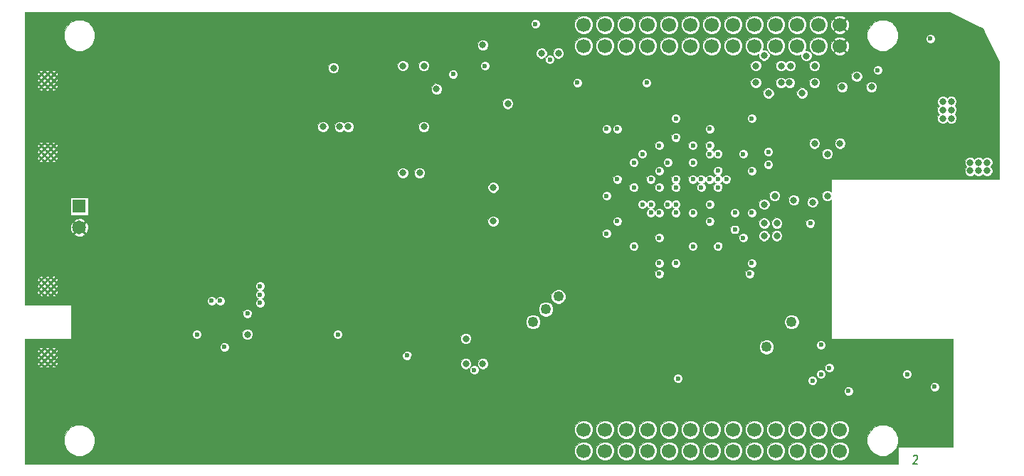
<source format=gbr>
G04 (created by PCBNEW (2013-mar-25)-stable) date Wednesday, January 13, 2016 08:40:10 PM*
%MOIN*%
G04 Gerber Fmt 3.4, Leading zero omitted, Abs format*
%FSLAX34Y34*%
G01*
G70*
G90*
G04 APERTURE LIST*
%ADD10C,0.006*%
%ADD11C,0.00590551*%
%ADD12C,0.015748*%
%ADD13C,0.0669291*%
%ADD14C,0.023622*%
%ADD15C,0.0492126*%
%ADD16R,0.0649606X0.0649606*%
%ADD17C,0.0649606*%
%ADD18C,0.0314961*%
%ADD19C,0.00393701*%
G04 APERTURE END LIST*
G54D10*
G54D11*
X71760Y-49606D02*
X71775Y-49587D01*
X71805Y-49568D01*
X71880Y-49568D01*
X71910Y-49587D01*
X71925Y-49606D01*
X71940Y-49643D01*
X71940Y-49681D01*
X71925Y-49737D01*
X71745Y-49962D01*
X71940Y-49962D01*
G54D12*
X50787Y-33464D03*
X50393Y-33464D03*
X51181Y-33464D03*
X51181Y-33070D03*
X50787Y-33070D03*
X50393Y-33070D03*
X50393Y-33858D03*
X50787Y-33858D03*
X51181Y-33858D03*
X72440Y-31889D03*
X72677Y-31889D03*
X72204Y-31889D03*
X39173Y-43208D03*
X39566Y-43208D03*
X39173Y-43602D03*
X39566Y-43602D03*
X44488Y-32726D03*
X44488Y-33021D03*
G54D13*
X68305Y-48370D03*
X68305Y-49370D03*
X67305Y-48370D03*
X67305Y-49370D03*
X66305Y-48370D03*
X66305Y-49370D03*
X65305Y-48370D03*
X65305Y-49370D03*
X64305Y-48370D03*
X64305Y-49370D03*
X63305Y-48370D03*
X63305Y-49370D03*
X62305Y-48370D03*
X62305Y-49370D03*
X61305Y-48370D03*
X61305Y-49370D03*
X60305Y-48370D03*
X60305Y-49370D03*
X59305Y-48370D03*
X59305Y-49370D03*
X58305Y-48370D03*
X58305Y-49370D03*
X57305Y-48370D03*
X57305Y-49370D03*
X56305Y-48370D03*
X56305Y-49370D03*
X68305Y-29370D03*
X68305Y-30370D03*
X67305Y-29370D03*
X67305Y-30370D03*
X66305Y-29370D03*
X66305Y-30370D03*
X65305Y-29370D03*
X65305Y-30370D03*
X64305Y-29370D03*
X64305Y-30370D03*
X63305Y-29370D03*
X63305Y-30370D03*
X62305Y-29370D03*
X62305Y-30370D03*
X61305Y-29370D03*
X61305Y-30370D03*
X60305Y-29370D03*
X60305Y-30370D03*
X59305Y-29370D03*
X59305Y-30370D03*
X58305Y-29370D03*
X58305Y-30370D03*
X57305Y-29370D03*
X57305Y-30370D03*
X56305Y-29370D03*
X56305Y-30370D03*
G54D14*
X60236Y-35826D03*
G54D15*
X64862Y-44488D03*
X66043Y-43307D03*
G54D16*
X32677Y-37885D03*
G54D17*
X32677Y-38885D03*
G54D15*
X55118Y-42125D03*
X54527Y-42716D03*
X53937Y-43307D03*
G54D14*
X51673Y-31299D03*
G54D12*
X30889Y-44687D03*
X30889Y-44982D03*
X30889Y-45277D03*
X31185Y-44687D03*
X31185Y-44982D03*
X31185Y-45277D03*
X31480Y-44687D03*
X31480Y-44982D03*
X31480Y-45277D03*
X30889Y-41927D03*
X30889Y-41631D03*
X30889Y-41336D03*
X31185Y-41927D03*
X31185Y-41631D03*
X31185Y-41336D03*
X31480Y-41927D03*
X31480Y-41631D03*
X31480Y-41336D03*
X30889Y-35041D03*
X30889Y-35336D03*
X30889Y-35631D03*
X31185Y-35041D03*
X31185Y-35336D03*
X31185Y-35631D03*
X31480Y-35041D03*
X31480Y-35336D03*
X31480Y-35631D03*
X30889Y-32281D03*
X30889Y-31986D03*
X30889Y-31690D03*
X31185Y-32281D03*
X31185Y-31986D03*
X31185Y-31690D03*
X31480Y-32281D03*
X31480Y-31986D03*
X31480Y-31690D03*
G54D18*
X47834Y-31299D03*
X44586Y-31397D03*
X44094Y-34153D03*
X45275Y-34153D03*
G54D14*
X50196Y-31692D03*
G54D18*
X44881Y-34153D03*
G54D14*
X67421Y-45767D03*
X56003Y-32086D03*
X59251Y-32086D03*
X67814Y-45472D03*
X61811Y-36614D03*
X61417Y-35039D03*
X62204Y-35433D03*
X64173Y-38188D03*
X63385Y-38976D03*
G54D18*
X75196Y-35826D03*
G54D14*
X61811Y-37007D03*
X70078Y-31496D03*
G54D18*
X67125Y-34940D03*
X68307Y-34940D03*
X67716Y-35433D03*
G54D14*
X57874Y-36614D03*
X64960Y-35334D03*
X60629Y-37007D03*
X59842Y-38188D03*
X60629Y-38188D03*
G54D18*
X74803Y-35826D03*
X75196Y-36220D03*
X74803Y-36220D03*
X74409Y-35826D03*
X74409Y-36220D03*
G54D14*
X61417Y-38188D03*
X62204Y-37795D03*
X59842Y-36220D03*
X59448Y-36614D03*
X59842Y-37007D03*
G54D18*
X66141Y-37598D03*
X67027Y-37696D03*
X67716Y-37401D03*
G54D14*
X60629Y-36614D03*
X60629Y-37795D03*
X62204Y-36614D03*
G54D18*
X65255Y-37401D03*
X64763Y-37795D03*
G54D14*
X61417Y-36614D03*
X60236Y-37795D03*
G54D18*
X68405Y-32283D03*
X69783Y-32283D03*
X69094Y-31791D03*
G54D14*
X58661Y-37007D03*
X58661Y-35826D03*
X59842Y-39370D03*
X63779Y-35433D03*
X63779Y-39370D03*
X58661Y-39763D03*
X72736Y-46358D03*
X71456Y-45767D03*
X68700Y-46555D03*
X67421Y-44389D03*
X57381Y-37401D03*
X57381Y-39173D03*
X59842Y-41043D03*
X64074Y-41043D03*
X64960Y-35925D03*
X64173Y-33759D03*
X60629Y-33759D03*
X57381Y-34251D03*
X57874Y-34251D03*
X60629Y-34645D03*
X62204Y-34251D03*
X59842Y-35039D03*
X59055Y-37795D03*
X59842Y-40551D03*
X64173Y-40551D03*
X62598Y-39763D03*
X61417Y-39763D03*
X63385Y-38188D03*
X62204Y-35039D03*
X62598Y-35433D03*
X61417Y-35826D03*
X64173Y-36220D03*
X62598Y-36220D03*
X62598Y-36614D03*
X62992Y-36614D03*
X62598Y-37007D03*
X57874Y-38582D03*
X62204Y-38582D03*
X59448Y-38188D03*
G54D18*
X48818Y-31299D03*
X52755Y-33070D03*
X49409Y-32381D03*
X48818Y-34153D03*
X52066Y-38582D03*
X52066Y-37007D03*
X47834Y-36318D03*
X48622Y-36318D03*
X51574Y-30314D03*
G54D14*
X48031Y-44881D03*
X44783Y-43897D03*
X39468Y-44488D03*
X38188Y-43897D03*
G54D18*
X40551Y-43897D03*
G54D14*
X40551Y-42913D03*
X38877Y-42322D03*
X39271Y-42322D03*
G54D18*
X66732Y-30826D03*
X67125Y-31299D03*
X65984Y-31299D03*
X64763Y-30807D03*
X65551Y-31299D03*
X64370Y-31299D03*
G54D14*
X54035Y-29330D03*
G54D18*
X54330Y-30708D03*
X55118Y-30708D03*
G54D14*
X54724Y-31003D03*
G54D18*
X50787Y-45275D03*
X51574Y-45275D03*
G54D14*
X51181Y-45570D03*
G54D18*
X67125Y-32086D03*
X66535Y-32578D03*
X64370Y-32086D03*
X64960Y-32578D03*
X65944Y-32086D03*
X65551Y-32086D03*
G54D14*
X66929Y-38681D03*
G54D18*
X50787Y-44094D03*
X73523Y-33366D03*
X73523Y-33759D03*
X73129Y-33366D03*
X73523Y-32972D03*
X73129Y-33759D03*
X73129Y-32972D03*
X65354Y-38681D03*
X64763Y-39271D03*
X65354Y-39271D03*
X64763Y-38681D03*
G54D14*
X72539Y-30019D03*
X60629Y-40551D03*
X60728Y-45964D03*
X67027Y-46062D03*
X41141Y-41633D03*
X41141Y-42421D03*
G54D18*
X47047Y-35236D03*
X44881Y-37696D03*
X42519Y-37696D03*
X40157Y-37696D03*
X37795Y-37696D03*
X44881Y-30413D03*
X42519Y-30413D03*
X40157Y-30413D03*
X37795Y-30413D03*
X35531Y-32874D03*
X53248Y-33464D03*
X49606Y-34448D03*
X47834Y-35925D03*
X48622Y-35925D03*
X52460Y-39271D03*
X52460Y-37696D03*
X53740Y-39370D03*
X53740Y-37795D03*
X51377Y-37401D03*
X51377Y-36417D03*
X53149Y-29921D03*
X53149Y-30314D03*
X53149Y-29527D03*
X49606Y-44488D03*
X49606Y-44881D03*
X49606Y-44094D03*
X71850Y-29527D03*
X48228Y-29527D03*
X44291Y-29527D03*
X40354Y-29527D03*
X36417Y-29527D03*
X38385Y-29527D03*
X42322Y-29527D03*
X46259Y-29527D03*
X50196Y-29527D03*
X34448Y-29527D03*
X36417Y-29527D03*
X73326Y-46751D03*
X71358Y-48720D03*
X70374Y-47244D03*
X72834Y-44783D03*
X70866Y-44783D03*
X68897Y-44783D03*
X72834Y-48720D03*
X66929Y-47244D03*
X54133Y-49212D03*
X50196Y-49212D03*
X44291Y-49212D03*
X40354Y-49212D03*
X38385Y-49212D03*
X36417Y-49212D03*
X33464Y-47244D03*
X31496Y-47244D03*
X34448Y-49212D03*
X42322Y-49212D03*
X46259Y-49212D03*
X48228Y-49212D03*
X52165Y-49212D03*
X56102Y-47244D03*
G54D14*
X61417Y-37007D03*
G54D18*
X36122Y-43700D03*
X36909Y-43700D03*
X36122Y-42913D03*
X36909Y-42913D03*
G54D14*
X39074Y-44488D03*
G54D18*
X67618Y-38385D03*
X67618Y-38877D03*
X66437Y-39370D03*
X67618Y-39370D03*
X67027Y-39370D03*
G54D14*
X63385Y-40157D03*
X58661Y-34645D03*
X60629Y-35826D03*
X64173Y-34645D03*
X62992Y-34645D03*
X58267Y-36220D03*
X61417Y-36220D03*
X61417Y-35433D03*
X60236Y-37007D03*
X59055Y-40157D03*
X61811Y-40551D03*
X59448Y-37007D03*
X64173Y-38582D03*
X57874Y-40551D03*
X60629Y-39763D03*
X61811Y-37795D03*
X62598Y-37795D03*
G54D18*
X34251Y-42913D03*
X32677Y-42913D03*
X33464Y-42913D03*
X35039Y-42913D03*
X32677Y-43700D03*
X34251Y-43700D03*
X35039Y-43700D03*
X33464Y-43700D03*
X73228Y-31889D03*
X71653Y-31889D03*
X73228Y-31496D03*
X71653Y-31496D03*
X71653Y-32283D03*
X46259Y-46653D03*
G54D14*
X58267Y-37795D03*
X60236Y-34251D03*
X59055Y-35826D03*
X63385Y-35826D03*
X62204Y-36220D03*
X63779Y-37007D03*
X61417Y-38976D03*
X62992Y-38976D03*
X59055Y-38582D03*
X60629Y-38582D03*
X61811Y-38582D03*
X61811Y-38188D03*
X60236Y-38582D03*
X60236Y-38188D03*
X59842Y-36614D03*
X41141Y-42027D03*
X59055Y-35433D03*
X59448Y-37795D03*
G54D10*
G36*
X75767Y-36594D02*
X75452Y-36594D01*
X75452Y-36169D01*
X75413Y-36075D01*
X75361Y-36023D01*
X75413Y-35971D01*
X75452Y-35877D01*
X75452Y-35776D01*
X75413Y-35682D01*
X75341Y-35609D01*
X75247Y-35570D01*
X75146Y-35570D01*
X75052Y-35609D01*
X74999Y-35661D01*
X74948Y-35609D01*
X74854Y-35570D01*
X74752Y-35570D01*
X74658Y-35609D01*
X74606Y-35661D01*
X74554Y-35609D01*
X74460Y-35570D01*
X74358Y-35570D01*
X74264Y-35609D01*
X74192Y-35681D01*
X74153Y-35775D01*
X74153Y-35877D01*
X74192Y-35971D01*
X74244Y-36023D01*
X74192Y-36075D01*
X74153Y-36169D01*
X74153Y-36271D01*
X74192Y-36365D01*
X74264Y-36437D01*
X74358Y-36476D01*
X74460Y-36476D01*
X74554Y-36437D01*
X74606Y-36385D01*
X74658Y-36437D01*
X74752Y-36476D01*
X74853Y-36476D01*
X74947Y-36437D01*
X75000Y-36385D01*
X75051Y-36437D01*
X75145Y-36476D01*
X75247Y-36476D01*
X75341Y-36437D01*
X75413Y-36365D01*
X75452Y-36271D01*
X75452Y-36169D01*
X75452Y-36594D01*
X73779Y-36594D01*
X73779Y-33709D01*
X73740Y-33615D01*
X73688Y-33562D01*
X73740Y-33511D01*
X73779Y-33417D01*
X73779Y-33315D01*
X73740Y-33221D01*
X73688Y-33169D01*
X73740Y-33117D01*
X73779Y-33023D01*
X73779Y-32921D01*
X73740Y-32827D01*
X73668Y-32755D01*
X73574Y-32716D01*
X73472Y-32716D01*
X73378Y-32755D01*
X73326Y-32807D01*
X73275Y-32755D01*
X73181Y-32716D01*
X73079Y-32716D01*
X72985Y-32755D01*
X72913Y-32827D01*
X72874Y-32921D01*
X72873Y-33023D01*
X72912Y-33117D01*
X72964Y-33169D01*
X72913Y-33220D01*
X72874Y-33315D01*
X72873Y-33416D01*
X72912Y-33510D01*
X72964Y-33563D01*
X72913Y-33614D01*
X72874Y-33708D01*
X72873Y-33810D01*
X72912Y-33904D01*
X72984Y-33976D01*
X73078Y-34015D01*
X73180Y-34015D01*
X73274Y-33976D01*
X73326Y-33924D01*
X73378Y-33976D01*
X73472Y-34015D01*
X73574Y-34015D01*
X73668Y-33976D01*
X73740Y-33904D01*
X73779Y-33810D01*
X73779Y-33709D01*
X73779Y-36594D01*
X72755Y-36594D01*
X72755Y-29976D01*
X72723Y-29897D01*
X72662Y-29836D01*
X72582Y-29803D01*
X72496Y-29803D01*
X72416Y-29836D01*
X72355Y-29896D01*
X72322Y-29976D01*
X72322Y-30062D01*
X72355Y-30142D01*
X72416Y-30203D01*
X72496Y-30236D01*
X72582Y-30236D01*
X72661Y-30203D01*
X72722Y-30142D01*
X72755Y-30062D01*
X72755Y-29976D01*
X72755Y-36594D01*
X71028Y-36594D01*
X71028Y-29726D01*
X70918Y-29460D01*
X70715Y-29257D01*
X70449Y-29146D01*
X70161Y-29146D01*
X69895Y-29256D01*
X69692Y-29459D01*
X69581Y-29725D01*
X69581Y-30013D01*
X69691Y-30279D01*
X69894Y-30483D01*
X70160Y-30593D01*
X70448Y-30593D01*
X70714Y-30483D01*
X70918Y-30280D01*
X71028Y-30014D01*
X71028Y-29726D01*
X71028Y-36594D01*
X70295Y-36594D01*
X70295Y-31453D01*
X70262Y-31373D01*
X70201Y-31312D01*
X70122Y-31279D01*
X70035Y-31279D01*
X69956Y-31312D01*
X69895Y-31373D01*
X69862Y-31452D01*
X69862Y-31538D01*
X69895Y-31618D01*
X69955Y-31679D01*
X70035Y-31712D01*
X70121Y-31712D01*
X70201Y-31679D01*
X70262Y-31618D01*
X70295Y-31539D01*
X70295Y-31453D01*
X70295Y-36594D01*
X70039Y-36594D01*
X70039Y-32232D01*
X70000Y-32138D01*
X69928Y-32066D01*
X69834Y-32027D01*
X69732Y-32027D01*
X69638Y-32066D01*
X69566Y-32138D01*
X69527Y-32232D01*
X69527Y-32334D01*
X69566Y-32428D01*
X69638Y-32500D01*
X69732Y-32539D01*
X69834Y-32539D01*
X69928Y-32500D01*
X70000Y-32428D01*
X70039Y-32334D01*
X70039Y-32232D01*
X70039Y-36594D01*
X69350Y-36594D01*
X69350Y-31740D01*
X69311Y-31646D01*
X69239Y-31574D01*
X69145Y-31535D01*
X69043Y-31535D01*
X68949Y-31574D01*
X68877Y-31646D01*
X68838Y-31740D01*
X68838Y-31842D01*
X68877Y-31936D01*
X68949Y-32008D01*
X69043Y-32047D01*
X69145Y-32047D01*
X69239Y-32008D01*
X69311Y-31936D01*
X69350Y-31842D01*
X69350Y-31740D01*
X69350Y-36594D01*
X68741Y-36594D01*
X68741Y-30434D01*
X68741Y-29434D01*
X68733Y-29262D01*
X68684Y-29143D01*
X68626Y-29104D01*
X68570Y-29160D01*
X68570Y-29048D01*
X68531Y-28991D01*
X68369Y-28933D01*
X68197Y-28941D01*
X68078Y-28991D01*
X68039Y-29048D01*
X68305Y-29314D01*
X68570Y-29048D01*
X68570Y-29160D01*
X68360Y-29370D01*
X68626Y-29635D01*
X68684Y-29596D01*
X68741Y-29434D01*
X68741Y-30434D01*
X68733Y-30262D01*
X68684Y-30143D01*
X68626Y-30104D01*
X68570Y-30160D01*
X68570Y-30048D01*
X68570Y-29691D01*
X68305Y-29425D01*
X68249Y-29481D01*
X68249Y-29370D01*
X67983Y-29104D01*
X67926Y-29143D01*
X67868Y-29305D01*
X67876Y-29477D01*
X67926Y-29596D01*
X67983Y-29635D01*
X68249Y-29370D01*
X68249Y-29481D01*
X68039Y-29691D01*
X68078Y-29749D01*
X68240Y-29806D01*
X68412Y-29798D01*
X68531Y-29749D01*
X68570Y-29691D01*
X68570Y-30048D01*
X68531Y-29991D01*
X68369Y-29933D01*
X68197Y-29941D01*
X68078Y-29991D01*
X68039Y-30048D01*
X68305Y-30314D01*
X68570Y-30048D01*
X68570Y-30160D01*
X68360Y-30370D01*
X68626Y-30635D01*
X68684Y-30596D01*
X68741Y-30434D01*
X68741Y-36594D01*
X68661Y-36594D01*
X68661Y-32232D01*
X68622Y-32138D01*
X68570Y-32086D01*
X68570Y-30691D01*
X68305Y-30425D01*
X68249Y-30481D01*
X68249Y-30370D01*
X67983Y-30104D01*
X67926Y-30143D01*
X67868Y-30305D01*
X67876Y-30477D01*
X67926Y-30596D01*
X67983Y-30635D01*
X68249Y-30370D01*
X68249Y-30481D01*
X68039Y-30691D01*
X68078Y-30749D01*
X68240Y-30806D01*
X68412Y-30798D01*
X68531Y-30749D01*
X68570Y-30691D01*
X68570Y-32086D01*
X68550Y-32066D01*
X68456Y-32027D01*
X68354Y-32027D01*
X68260Y-32066D01*
X68188Y-32138D01*
X68149Y-32232D01*
X68149Y-32334D01*
X68188Y-32428D01*
X68260Y-32500D01*
X68354Y-32539D01*
X68456Y-32539D01*
X68550Y-32500D01*
X68622Y-32428D01*
X68661Y-32334D01*
X68661Y-32232D01*
X68661Y-36594D01*
X68563Y-36594D01*
X68563Y-34890D01*
X68524Y-34796D01*
X68452Y-34724D01*
X68358Y-34685D01*
X68256Y-34684D01*
X68162Y-34723D01*
X68090Y-34795D01*
X68051Y-34889D01*
X68051Y-34991D01*
X68090Y-35085D01*
X68161Y-35157D01*
X68255Y-35196D01*
X68357Y-35196D01*
X68451Y-35158D01*
X68523Y-35086D01*
X68562Y-34992D01*
X68563Y-34890D01*
X68563Y-36594D01*
X67972Y-36594D01*
X67972Y-35382D01*
X67933Y-35288D01*
X67861Y-35216D01*
X67767Y-35177D01*
X67738Y-35177D01*
X67738Y-30284D01*
X67738Y-29284D01*
X67672Y-29125D01*
X67550Y-29003D01*
X67391Y-28937D01*
X67219Y-28936D01*
X67060Y-29002D01*
X66938Y-29124D01*
X66872Y-29283D01*
X66871Y-29455D01*
X66937Y-29615D01*
X67059Y-29737D01*
X67218Y-29803D01*
X67390Y-29803D01*
X67550Y-29737D01*
X67672Y-29615D01*
X67738Y-29456D01*
X67738Y-29284D01*
X67738Y-30284D01*
X67672Y-30125D01*
X67550Y-30003D01*
X67391Y-29937D01*
X67219Y-29936D01*
X67060Y-30002D01*
X66938Y-30124D01*
X66872Y-30283D01*
X66871Y-30455D01*
X66937Y-30615D01*
X67059Y-30737D01*
X67218Y-30803D01*
X67390Y-30803D01*
X67550Y-30737D01*
X67672Y-30615D01*
X67738Y-30456D01*
X67738Y-30284D01*
X67738Y-35177D01*
X67665Y-35177D01*
X67571Y-35215D01*
X67499Y-35287D01*
X67460Y-35381D01*
X67460Y-35483D01*
X67499Y-35577D01*
X67571Y-35649D01*
X67665Y-35688D01*
X67767Y-35689D01*
X67861Y-35650D01*
X67933Y-35578D01*
X67972Y-35484D01*
X67972Y-35382D01*
X67972Y-36594D01*
X67893Y-36594D01*
X67893Y-37216D01*
X67861Y-37184D01*
X67767Y-37145D01*
X67665Y-37145D01*
X67571Y-37184D01*
X67499Y-37256D01*
X67460Y-37350D01*
X67460Y-37452D01*
X67499Y-37546D01*
X67571Y-37618D01*
X67665Y-37657D01*
X67767Y-37657D01*
X67861Y-37618D01*
X67893Y-37586D01*
X67893Y-44114D01*
X73602Y-44114D01*
X73602Y-49192D01*
X72952Y-49192D01*
X72952Y-46315D01*
X72919Y-46235D01*
X72859Y-46174D01*
X72779Y-46141D01*
X72693Y-46141D01*
X72613Y-46174D01*
X72552Y-46235D01*
X72519Y-46315D01*
X72519Y-46401D01*
X72552Y-46480D01*
X72613Y-46541D01*
X72692Y-46574D01*
X72779Y-46574D01*
X72858Y-46541D01*
X72919Y-46481D01*
X72952Y-46401D01*
X72952Y-46315D01*
X72952Y-49192D01*
X71673Y-49192D01*
X71673Y-45724D01*
X71640Y-45645D01*
X71579Y-45584D01*
X71499Y-45551D01*
X71413Y-45551D01*
X71334Y-45584D01*
X71273Y-45644D01*
X71240Y-45724D01*
X71240Y-45810D01*
X71273Y-45890D01*
X71333Y-45951D01*
X71413Y-45984D01*
X71499Y-45984D01*
X71579Y-45951D01*
X71640Y-45890D01*
X71673Y-45810D01*
X71673Y-45724D01*
X71673Y-49192D01*
X71043Y-49192D01*
X71043Y-49980D01*
X71028Y-49980D01*
X71028Y-48726D01*
X70918Y-48460D01*
X70715Y-48257D01*
X70449Y-48146D01*
X70161Y-48146D01*
X69895Y-48256D01*
X69692Y-48459D01*
X69581Y-48725D01*
X69581Y-49013D01*
X69691Y-49279D01*
X69894Y-49483D01*
X70160Y-49593D01*
X70448Y-49593D01*
X70714Y-49483D01*
X70918Y-49280D01*
X71028Y-49014D01*
X71028Y-48726D01*
X71028Y-49980D01*
X68917Y-49980D01*
X68917Y-46512D01*
X68884Y-46432D01*
X68823Y-46371D01*
X68744Y-46338D01*
X68657Y-46338D01*
X68578Y-46371D01*
X68517Y-46432D01*
X68484Y-46511D01*
X68484Y-46598D01*
X68517Y-46677D01*
X68577Y-46738D01*
X68657Y-46771D01*
X68743Y-46771D01*
X68823Y-46738D01*
X68884Y-46677D01*
X68917Y-46598D01*
X68917Y-46512D01*
X68917Y-49980D01*
X68738Y-49980D01*
X68738Y-49284D01*
X68738Y-48284D01*
X68672Y-48125D01*
X68550Y-48003D01*
X68391Y-47937D01*
X68219Y-47936D01*
X68060Y-48002D01*
X68031Y-48031D01*
X68031Y-45429D01*
X67998Y-45349D01*
X67937Y-45288D01*
X67858Y-45255D01*
X67772Y-45255D01*
X67692Y-45288D01*
X67637Y-45343D01*
X67637Y-44346D01*
X67604Y-44267D01*
X67544Y-44206D01*
X67464Y-44173D01*
X67381Y-44173D01*
X67381Y-34890D01*
X67381Y-32035D01*
X67381Y-31248D01*
X67343Y-31154D01*
X67271Y-31082D01*
X67177Y-31043D01*
X67075Y-31043D01*
X66988Y-31079D01*
X66988Y-30776D01*
X66949Y-30682D01*
X66877Y-30609D01*
X66783Y-30570D01*
X66690Y-30570D01*
X66738Y-30456D01*
X66738Y-30284D01*
X66738Y-29284D01*
X66672Y-29125D01*
X66550Y-29003D01*
X66391Y-28937D01*
X66219Y-28936D01*
X66060Y-29002D01*
X65938Y-29124D01*
X65872Y-29283D01*
X65871Y-29455D01*
X65937Y-29615D01*
X66059Y-29737D01*
X66218Y-29803D01*
X66390Y-29803D01*
X66550Y-29737D01*
X66672Y-29615D01*
X66738Y-29456D01*
X66738Y-29284D01*
X66738Y-30284D01*
X66672Y-30125D01*
X66550Y-30003D01*
X66391Y-29937D01*
X66219Y-29936D01*
X66060Y-30002D01*
X65938Y-30124D01*
X65872Y-30283D01*
X65871Y-30455D01*
X65937Y-30615D01*
X66059Y-30737D01*
X66218Y-30803D01*
X66390Y-30803D01*
X66480Y-30766D01*
X66476Y-30775D01*
X66476Y-30877D01*
X66515Y-30971D01*
X66587Y-31043D01*
X66681Y-31082D01*
X66782Y-31082D01*
X66877Y-31043D01*
X66949Y-30971D01*
X66988Y-30877D01*
X66988Y-30776D01*
X66988Y-31079D01*
X66981Y-31082D01*
X66909Y-31154D01*
X66870Y-31248D01*
X66870Y-31349D01*
X66908Y-31443D01*
X66980Y-31516D01*
X67074Y-31555D01*
X67176Y-31555D01*
X67270Y-31516D01*
X67342Y-31444D01*
X67381Y-31350D01*
X67381Y-31248D01*
X67381Y-32035D01*
X67343Y-31941D01*
X67271Y-31869D01*
X67177Y-31830D01*
X67075Y-31830D01*
X66981Y-31869D01*
X66909Y-31941D01*
X66870Y-32035D01*
X66870Y-32137D01*
X66908Y-32231D01*
X66980Y-32303D01*
X67074Y-32342D01*
X67176Y-32342D01*
X67270Y-32303D01*
X67342Y-32231D01*
X67381Y-32137D01*
X67381Y-32035D01*
X67381Y-34890D01*
X67343Y-34796D01*
X67271Y-34724D01*
X67177Y-34685D01*
X67075Y-34684D01*
X66981Y-34723D01*
X66909Y-34795D01*
X66870Y-34889D01*
X66870Y-34991D01*
X66908Y-35085D01*
X66980Y-35157D01*
X67074Y-35196D01*
X67176Y-35196D01*
X67270Y-35158D01*
X67342Y-35086D01*
X67381Y-34992D01*
X67381Y-34890D01*
X67381Y-44173D01*
X67378Y-44173D01*
X67298Y-44206D01*
X67283Y-44221D01*
X67283Y-37646D01*
X67244Y-37552D01*
X67172Y-37480D01*
X67078Y-37440D01*
X66976Y-37440D01*
X66882Y-37479D01*
X66810Y-37551D01*
X66791Y-37598D01*
X66791Y-32528D01*
X66752Y-32433D01*
X66680Y-32361D01*
X66586Y-32322D01*
X66484Y-32322D01*
X66390Y-32361D01*
X66318Y-32433D01*
X66279Y-32527D01*
X66279Y-32629D01*
X66318Y-32723D01*
X66390Y-32795D01*
X66484Y-32834D01*
X66586Y-32834D01*
X66680Y-32795D01*
X66752Y-32723D01*
X66791Y-32629D01*
X66791Y-32528D01*
X66791Y-37598D01*
X66771Y-37645D01*
X66771Y-37747D01*
X66810Y-37841D01*
X66882Y-37913D01*
X66976Y-37952D01*
X67078Y-37952D01*
X67172Y-37913D01*
X67244Y-37841D01*
X67283Y-37747D01*
X67283Y-37646D01*
X67283Y-44221D01*
X67237Y-44266D01*
X67204Y-44346D01*
X67204Y-44432D01*
X67237Y-44512D01*
X67298Y-44573D01*
X67377Y-44606D01*
X67464Y-44606D01*
X67543Y-44573D01*
X67604Y-44512D01*
X67637Y-44433D01*
X67637Y-44346D01*
X67637Y-45343D01*
X67631Y-45349D01*
X67598Y-45429D01*
X67598Y-45515D01*
X67631Y-45594D01*
X67692Y-45655D01*
X67771Y-45688D01*
X67857Y-45689D01*
X67937Y-45656D01*
X67998Y-45595D01*
X68031Y-45515D01*
X68031Y-45429D01*
X68031Y-48031D01*
X67938Y-48124D01*
X67872Y-48283D01*
X67871Y-48455D01*
X67937Y-48615D01*
X68059Y-48737D01*
X68218Y-48803D01*
X68390Y-48803D01*
X68550Y-48737D01*
X68672Y-48615D01*
X68738Y-48456D01*
X68738Y-48284D01*
X68738Y-49284D01*
X68672Y-49125D01*
X68550Y-49003D01*
X68391Y-48937D01*
X68219Y-48936D01*
X68060Y-49002D01*
X67938Y-49124D01*
X67872Y-49283D01*
X67871Y-49455D01*
X67937Y-49615D01*
X68059Y-49737D01*
X68218Y-49803D01*
X68390Y-49803D01*
X68550Y-49737D01*
X68672Y-49615D01*
X68738Y-49456D01*
X68738Y-49284D01*
X68738Y-49980D01*
X67738Y-49980D01*
X67738Y-49284D01*
X67738Y-48284D01*
X67672Y-48125D01*
X67637Y-48090D01*
X67637Y-45724D01*
X67604Y-45645D01*
X67544Y-45584D01*
X67464Y-45551D01*
X67378Y-45551D01*
X67298Y-45584D01*
X67237Y-45644D01*
X67204Y-45724D01*
X67204Y-45810D01*
X67237Y-45890D01*
X67298Y-45951D01*
X67377Y-45984D01*
X67464Y-45984D01*
X67543Y-45951D01*
X67604Y-45890D01*
X67637Y-45810D01*
X67637Y-45724D01*
X67637Y-48090D01*
X67550Y-48003D01*
X67391Y-47937D01*
X67244Y-47936D01*
X67244Y-46020D01*
X67211Y-45940D01*
X67150Y-45879D01*
X67145Y-45877D01*
X67145Y-38638D01*
X67112Y-38558D01*
X67051Y-38497D01*
X66972Y-38464D01*
X66886Y-38464D01*
X66806Y-38497D01*
X66745Y-38558D01*
X66712Y-38637D01*
X66712Y-38723D01*
X66745Y-38803D01*
X66806Y-38864D01*
X66885Y-38897D01*
X66972Y-38897D01*
X67051Y-38864D01*
X67112Y-38803D01*
X67145Y-38724D01*
X67145Y-38638D01*
X67145Y-45877D01*
X67070Y-45846D01*
X66984Y-45846D01*
X66905Y-45879D01*
X66844Y-45940D01*
X66811Y-46019D01*
X66810Y-46105D01*
X66843Y-46185D01*
X66904Y-46246D01*
X66984Y-46279D01*
X67070Y-46279D01*
X67150Y-46246D01*
X67211Y-46185D01*
X67244Y-46106D01*
X67244Y-46020D01*
X67244Y-47936D01*
X67219Y-47936D01*
X67060Y-48002D01*
X66938Y-48124D01*
X66872Y-48283D01*
X66871Y-48455D01*
X66937Y-48615D01*
X67059Y-48737D01*
X67218Y-48803D01*
X67390Y-48803D01*
X67550Y-48737D01*
X67672Y-48615D01*
X67738Y-48456D01*
X67738Y-48284D01*
X67738Y-49284D01*
X67672Y-49125D01*
X67550Y-49003D01*
X67391Y-48937D01*
X67219Y-48936D01*
X67060Y-49002D01*
X66938Y-49124D01*
X66872Y-49283D01*
X66871Y-49455D01*
X66937Y-49615D01*
X67059Y-49737D01*
X67218Y-49803D01*
X67390Y-49803D01*
X67550Y-49737D01*
X67672Y-49615D01*
X67738Y-49456D01*
X67738Y-49284D01*
X67738Y-49980D01*
X66738Y-49980D01*
X66738Y-49284D01*
X66738Y-48284D01*
X66672Y-48125D01*
X66550Y-48003D01*
X66397Y-47939D01*
X66397Y-37547D01*
X66358Y-37453D01*
X66286Y-37381D01*
X66240Y-37362D01*
X66240Y-31248D01*
X66201Y-31154D01*
X66129Y-31082D01*
X66035Y-31043D01*
X65933Y-31043D01*
X65839Y-31082D01*
X65767Y-31153D01*
X65738Y-31124D01*
X65738Y-30284D01*
X65738Y-29284D01*
X65672Y-29125D01*
X65550Y-29003D01*
X65391Y-28937D01*
X65219Y-28936D01*
X65060Y-29002D01*
X64938Y-29124D01*
X64872Y-29283D01*
X64871Y-29455D01*
X64937Y-29615D01*
X65059Y-29737D01*
X65218Y-29803D01*
X65390Y-29803D01*
X65550Y-29737D01*
X65672Y-29615D01*
X65738Y-29456D01*
X65738Y-29284D01*
X65738Y-30284D01*
X65672Y-30125D01*
X65550Y-30003D01*
X65391Y-29937D01*
X65219Y-29936D01*
X65060Y-30002D01*
X64938Y-30124D01*
X64872Y-30283D01*
X64871Y-30455D01*
X64937Y-30615D01*
X65059Y-30737D01*
X65218Y-30803D01*
X65390Y-30803D01*
X65550Y-30737D01*
X65672Y-30615D01*
X65738Y-30456D01*
X65738Y-30284D01*
X65738Y-31124D01*
X65696Y-31082D01*
X65602Y-31043D01*
X65500Y-31043D01*
X65406Y-31082D01*
X65334Y-31154D01*
X65295Y-31248D01*
X65295Y-31349D01*
X65334Y-31443D01*
X65406Y-31516D01*
X65500Y-31555D01*
X65601Y-31555D01*
X65695Y-31516D01*
X65767Y-31444D01*
X65839Y-31516D01*
X65933Y-31555D01*
X66034Y-31555D01*
X66129Y-31516D01*
X66201Y-31444D01*
X66240Y-31350D01*
X66240Y-31248D01*
X66240Y-37362D01*
X66200Y-37345D01*
X66200Y-32035D01*
X66161Y-31941D01*
X66090Y-31869D01*
X65996Y-31830D01*
X65894Y-31830D01*
X65800Y-31869D01*
X65748Y-31921D01*
X65696Y-31869D01*
X65602Y-31830D01*
X65500Y-31830D01*
X65406Y-31869D01*
X65334Y-31941D01*
X65295Y-32035D01*
X65295Y-32137D01*
X65334Y-32231D01*
X65406Y-32303D01*
X65500Y-32342D01*
X65601Y-32342D01*
X65695Y-32303D01*
X65748Y-32251D01*
X65799Y-32303D01*
X65893Y-32342D01*
X65995Y-32342D01*
X66089Y-32303D01*
X66161Y-32231D01*
X66200Y-32137D01*
X66200Y-32035D01*
X66200Y-37345D01*
X66192Y-37342D01*
X66091Y-37342D01*
X65996Y-37381D01*
X65924Y-37453D01*
X65885Y-37547D01*
X65885Y-37649D01*
X65924Y-37743D01*
X65996Y-37815D01*
X66090Y-37854D01*
X66192Y-37854D01*
X66286Y-37815D01*
X66358Y-37743D01*
X66397Y-37649D01*
X66397Y-37547D01*
X66397Y-47939D01*
X66391Y-47937D01*
X66387Y-47937D01*
X66387Y-43238D01*
X66335Y-43112D01*
X66238Y-43015D01*
X66112Y-42962D01*
X65975Y-42962D01*
X65848Y-43014D01*
X65751Y-43111D01*
X65698Y-43238D01*
X65698Y-43375D01*
X65751Y-43501D01*
X65847Y-43598D01*
X65974Y-43651D01*
X66111Y-43651D01*
X66238Y-43599D01*
X66335Y-43502D01*
X66387Y-43375D01*
X66387Y-43238D01*
X66387Y-47937D01*
X66219Y-47936D01*
X66060Y-48002D01*
X65938Y-48124D01*
X65872Y-48283D01*
X65871Y-48455D01*
X65937Y-48615D01*
X66059Y-48737D01*
X66218Y-48803D01*
X66390Y-48803D01*
X66550Y-48737D01*
X66672Y-48615D01*
X66738Y-48456D01*
X66738Y-48284D01*
X66738Y-49284D01*
X66672Y-49125D01*
X66550Y-49003D01*
X66391Y-48937D01*
X66219Y-48936D01*
X66060Y-49002D01*
X65938Y-49124D01*
X65872Y-49283D01*
X65871Y-49455D01*
X65937Y-49615D01*
X66059Y-49737D01*
X66218Y-49803D01*
X66390Y-49803D01*
X66550Y-49737D01*
X66672Y-49615D01*
X66738Y-49456D01*
X66738Y-49284D01*
X66738Y-49980D01*
X65738Y-49980D01*
X65738Y-49284D01*
X65738Y-48284D01*
X65672Y-48125D01*
X65610Y-48062D01*
X65610Y-39220D01*
X65610Y-38630D01*
X65571Y-38536D01*
X65511Y-38476D01*
X65511Y-37350D01*
X65472Y-37256D01*
X65401Y-37184D01*
X65307Y-37145D01*
X65216Y-37145D01*
X65216Y-32528D01*
X65177Y-32433D01*
X65105Y-32361D01*
X65019Y-32326D01*
X65019Y-30756D01*
X64980Y-30662D01*
X64908Y-30590D01*
X64814Y-30551D01*
X64713Y-30551D01*
X64695Y-30558D01*
X64738Y-30456D01*
X64738Y-30284D01*
X64738Y-29284D01*
X64672Y-29125D01*
X64550Y-29003D01*
X64391Y-28937D01*
X64219Y-28936D01*
X64060Y-29002D01*
X63938Y-29124D01*
X63872Y-29283D01*
X63871Y-29455D01*
X63937Y-29615D01*
X64059Y-29737D01*
X64218Y-29803D01*
X64390Y-29803D01*
X64550Y-29737D01*
X64672Y-29615D01*
X64738Y-29456D01*
X64738Y-29284D01*
X64738Y-30284D01*
X64672Y-30125D01*
X64550Y-30003D01*
X64391Y-29937D01*
X64219Y-29936D01*
X64060Y-30002D01*
X63938Y-30124D01*
X63872Y-30283D01*
X63871Y-30455D01*
X63937Y-30615D01*
X64059Y-30737D01*
X64218Y-30803D01*
X64390Y-30803D01*
X64508Y-30754D01*
X64507Y-30755D01*
X64507Y-30857D01*
X64546Y-30951D01*
X64618Y-31023D01*
X64712Y-31062D01*
X64814Y-31063D01*
X64908Y-31024D01*
X64980Y-30952D01*
X65019Y-30858D01*
X65019Y-30756D01*
X65019Y-32326D01*
X65011Y-32322D01*
X64909Y-32322D01*
X64815Y-32361D01*
X64743Y-32433D01*
X64704Y-32527D01*
X64704Y-32629D01*
X64743Y-32723D01*
X64815Y-32795D01*
X64909Y-32834D01*
X65011Y-32834D01*
X65105Y-32795D01*
X65177Y-32723D01*
X65216Y-32629D01*
X65216Y-32528D01*
X65216Y-37145D01*
X65205Y-37145D01*
X65177Y-37157D01*
X65177Y-35882D01*
X65177Y-35291D01*
X65144Y-35212D01*
X65083Y-35151D01*
X65003Y-35118D01*
X64917Y-35118D01*
X64838Y-35150D01*
X64777Y-35211D01*
X64744Y-35291D01*
X64744Y-35377D01*
X64776Y-35457D01*
X64837Y-35518D01*
X64917Y-35551D01*
X65003Y-35551D01*
X65083Y-35518D01*
X65144Y-35457D01*
X65177Y-35377D01*
X65177Y-35291D01*
X65177Y-35882D01*
X65144Y-35802D01*
X65083Y-35741D01*
X65003Y-35708D01*
X64917Y-35708D01*
X64838Y-35741D01*
X64777Y-35802D01*
X64744Y-35881D01*
X64744Y-35968D01*
X64776Y-36047D01*
X64837Y-36108D01*
X64917Y-36141D01*
X65003Y-36141D01*
X65083Y-36108D01*
X65144Y-36048D01*
X65177Y-35968D01*
X65177Y-35882D01*
X65177Y-37157D01*
X65111Y-37184D01*
X65039Y-37256D01*
X65000Y-37350D01*
X64999Y-37452D01*
X65038Y-37546D01*
X65110Y-37618D01*
X65204Y-37657D01*
X65306Y-37657D01*
X65400Y-37618D01*
X65472Y-37546D01*
X65511Y-37452D01*
X65511Y-37350D01*
X65511Y-38476D01*
X65499Y-38464D01*
X65405Y-38425D01*
X65303Y-38425D01*
X65209Y-38464D01*
X65137Y-38535D01*
X65098Y-38629D01*
X65098Y-38731D01*
X65137Y-38825D01*
X65209Y-38897D01*
X65303Y-38936D01*
X65405Y-38937D01*
X65499Y-38898D01*
X65571Y-38826D01*
X65610Y-38732D01*
X65610Y-38630D01*
X65610Y-39220D01*
X65571Y-39126D01*
X65499Y-39054D01*
X65405Y-39015D01*
X65303Y-39015D01*
X65209Y-39054D01*
X65137Y-39126D01*
X65098Y-39220D01*
X65098Y-39322D01*
X65137Y-39416D01*
X65209Y-39488D01*
X65303Y-39527D01*
X65405Y-39527D01*
X65499Y-39488D01*
X65571Y-39416D01*
X65610Y-39322D01*
X65610Y-39220D01*
X65610Y-48062D01*
X65550Y-48003D01*
X65391Y-47937D01*
X65219Y-47936D01*
X65206Y-47942D01*
X65206Y-44419D01*
X65154Y-44293D01*
X65057Y-44196D01*
X65019Y-44180D01*
X65019Y-39220D01*
X65019Y-38630D01*
X65019Y-37744D01*
X64980Y-37650D01*
X64908Y-37578D01*
X64814Y-37539D01*
X64713Y-37539D01*
X64626Y-37575D01*
X64626Y-32035D01*
X64626Y-31248D01*
X64587Y-31154D01*
X64515Y-31082D01*
X64421Y-31043D01*
X64319Y-31043D01*
X64225Y-31082D01*
X64153Y-31154D01*
X64114Y-31248D01*
X64114Y-31349D01*
X64153Y-31443D01*
X64224Y-31516D01*
X64318Y-31555D01*
X64420Y-31555D01*
X64514Y-31516D01*
X64586Y-31444D01*
X64625Y-31350D01*
X64626Y-31248D01*
X64626Y-32035D01*
X64587Y-31941D01*
X64515Y-31869D01*
X64421Y-31830D01*
X64319Y-31830D01*
X64225Y-31869D01*
X64153Y-31941D01*
X64114Y-32035D01*
X64114Y-32137D01*
X64153Y-32231D01*
X64224Y-32303D01*
X64318Y-32342D01*
X64420Y-32342D01*
X64514Y-32303D01*
X64586Y-32231D01*
X64625Y-32137D01*
X64626Y-32035D01*
X64626Y-37575D01*
X64619Y-37578D01*
X64546Y-37650D01*
X64507Y-37744D01*
X64507Y-37845D01*
X64546Y-37940D01*
X64618Y-38012D01*
X64712Y-38051D01*
X64814Y-38051D01*
X64908Y-38012D01*
X64980Y-37940D01*
X65019Y-37846D01*
X65019Y-37744D01*
X65019Y-38630D01*
X64980Y-38536D01*
X64908Y-38464D01*
X64814Y-38425D01*
X64713Y-38425D01*
X64619Y-38464D01*
X64546Y-38535D01*
X64507Y-38629D01*
X64507Y-38731D01*
X64546Y-38825D01*
X64618Y-38897D01*
X64712Y-38936D01*
X64814Y-38937D01*
X64908Y-38898D01*
X64980Y-38826D01*
X65019Y-38732D01*
X65019Y-38630D01*
X65019Y-39220D01*
X64980Y-39126D01*
X64908Y-39054D01*
X64814Y-39015D01*
X64713Y-39015D01*
X64619Y-39054D01*
X64546Y-39126D01*
X64507Y-39220D01*
X64507Y-39322D01*
X64546Y-39416D01*
X64618Y-39488D01*
X64712Y-39527D01*
X64814Y-39527D01*
X64908Y-39488D01*
X64980Y-39416D01*
X65019Y-39322D01*
X65019Y-39220D01*
X65019Y-44180D01*
X64931Y-44143D01*
X64793Y-44143D01*
X64667Y-44195D01*
X64570Y-44292D01*
X64517Y-44419D01*
X64517Y-44556D01*
X64569Y-44683D01*
X64666Y-44780D01*
X64793Y-44832D01*
X64930Y-44832D01*
X65057Y-44780D01*
X65154Y-44683D01*
X65206Y-44557D01*
X65206Y-44419D01*
X65206Y-47942D01*
X65060Y-48002D01*
X64938Y-48124D01*
X64872Y-48283D01*
X64871Y-48455D01*
X64937Y-48615D01*
X65059Y-48737D01*
X65218Y-48803D01*
X65390Y-48803D01*
X65550Y-48737D01*
X65672Y-48615D01*
X65738Y-48456D01*
X65738Y-48284D01*
X65738Y-49284D01*
X65672Y-49125D01*
X65550Y-49003D01*
X65391Y-48937D01*
X65219Y-48936D01*
X65060Y-49002D01*
X64938Y-49124D01*
X64872Y-49283D01*
X64871Y-49455D01*
X64937Y-49615D01*
X65059Y-49737D01*
X65218Y-49803D01*
X65390Y-49803D01*
X65550Y-49737D01*
X65672Y-49615D01*
X65738Y-49456D01*
X65738Y-49284D01*
X65738Y-49980D01*
X64738Y-49980D01*
X64738Y-49284D01*
X64738Y-48284D01*
X64672Y-48125D01*
X64550Y-48003D01*
X64391Y-47937D01*
X64389Y-47937D01*
X64389Y-40508D01*
X64389Y-38146D01*
X64389Y-36177D01*
X64389Y-33716D01*
X64356Y-33637D01*
X64296Y-33576D01*
X64216Y-33543D01*
X64130Y-33543D01*
X64050Y-33576D01*
X63989Y-33637D01*
X63956Y-33716D01*
X63956Y-33802D01*
X63989Y-33882D01*
X64050Y-33943D01*
X64129Y-33976D01*
X64216Y-33976D01*
X64295Y-33943D01*
X64356Y-33882D01*
X64389Y-33803D01*
X64389Y-33716D01*
X64389Y-36177D01*
X64356Y-36097D01*
X64296Y-36037D01*
X64216Y-36003D01*
X64130Y-36003D01*
X64050Y-36036D01*
X63996Y-36091D01*
X63996Y-35390D01*
X63963Y-35310D01*
X63902Y-35249D01*
X63822Y-35216D01*
X63738Y-35216D01*
X63738Y-30284D01*
X63738Y-29284D01*
X63672Y-29125D01*
X63550Y-29003D01*
X63391Y-28937D01*
X63219Y-28936D01*
X63060Y-29002D01*
X62938Y-29124D01*
X62872Y-29283D01*
X62871Y-29455D01*
X62937Y-29615D01*
X63059Y-29737D01*
X63218Y-29803D01*
X63390Y-29803D01*
X63550Y-29737D01*
X63672Y-29615D01*
X63738Y-29456D01*
X63738Y-29284D01*
X63738Y-30284D01*
X63672Y-30125D01*
X63550Y-30003D01*
X63391Y-29937D01*
X63219Y-29936D01*
X63060Y-30002D01*
X62938Y-30124D01*
X62872Y-30283D01*
X62871Y-30455D01*
X62937Y-30615D01*
X63059Y-30737D01*
X63218Y-30803D01*
X63390Y-30803D01*
X63550Y-30737D01*
X63672Y-30615D01*
X63738Y-30456D01*
X63738Y-30284D01*
X63738Y-35216D01*
X63736Y-35216D01*
X63657Y-35249D01*
X63596Y-35310D01*
X63563Y-35389D01*
X63562Y-35475D01*
X63595Y-35555D01*
X63656Y-35616D01*
X63736Y-35649D01*
X63822Y-35649D01*
X63902Y-35616D01*
X63962Y-35555D01*
X63996Y-35476D01*
X63996Y-35390D01*
X63996Y-36091D01*
X63989Y-36097D01*
X63956Y-36177D01*
X63956Y-36263D01*
X63989Y-36342D01*
X64050Y-36403D01*
X64129Y-36436D01*
X64216Y-36437D01*
X64295Y-36404D01*
X64356Y-36343D01*
X64389Y-36263D01*
X64389Y-36177D01*
X64389Y-38146D01*
X64356Y-38066D01*
X64296Y-38005D01*
X64216Y-37972D01*
X64130Y-37972D01*
X64050Y-38005D01*
X63989Y-38066D01*
X63956Y-38145D01*
X63956Y-38231D01*
X63989Y-38311D01*
X64050Y-38372D01*
X64129Y-38405D01*
X64216Y-38405D01*
X64295Y-38372D01*
X64356Y-38311D01*
X64389Y-38232D01*
X64389Y-38146D01*
X64389Y-40508D01*
X64356Y-40428D01*
X64296Y-40367D01*
X64216Y-40334D01*
X64130Y-40334D01*
X64050Y-40367D01*
X63996Y-40422D01*
X63996Y-39327D01*
X63963Y-39247D01*
X63902Y-39186D01*
X63822Y-39153D01*
X63736Y-39153D01*
X63657Y-39186D01*
X63602Y-39240D01*
X63602Y-38933D01*
X63602Y-38146D01*
X63569Y-38066D01*
X63508Y-38005D01*
X63429Y-37972D01*
X63342Y-37972D01*
X63263Y-38005D01*
X63208Y-38059D01*
X63208Y-36571D01*
X63175Y-36491D01*
X63114Y-36430D01*
X63035Y-36397D01*
X62949Y-36397D01*
X62869Y-36430D01*
X62808Y-36491D01*
X62795Y-36523D01*
X62782Y-36491D01*
X62721Y-36430D01*
X62689Y-36417D01*
X62720Y-36404D01*
X62781Y-36343D01*
X62814Y-36263D01*
X62814Y-36177D01*
X62814Y-35390D01*
X62782Y-35310D01*
X62738Y-35266D01*
X62738Y-30284D01*
X62738Y-29284D01*
X62672Y-29125D01*
X62550Y-29003D01*
X62391Y-28937D01*
X62219Y-28936D01*
X62060Y-29002D01*
X61938Y-29124D01*
X61872Y-29283D01*
X61871Y-29455D01*
X61937Y-29615D01*
X62059Y-29737D01*
X62218Y-29803D01*
X62390Y-29803D01*
X62550Y-29737D01*
X62672Y-29615D01*
X62738Y-29456D01*
X62738Y-29284D01*
X62738Y-30284D01*
X62672Y-30125D01*
X62550Y-30003D01*
X62391Y-29937D01*
X62219Y-29936D01*
X62060Y-30002D01*
X61938Y-30124D01*
X61872Y-30283D01*
X61871Y-30455D01*
X61937Y-30615D01*
X62059Y-30737D01*
X62218Y-30803D01*
X62390Y-30803D01*
X62550Y-30737D01*
X62672Y-30615D01*
X62738Y-30456D01*
X62738Y-30284D01*
X62738Y-35266D01*
X62721Y-35249D01*
X62641Y-35216D01*
X62555Y-35216D01*
X62475Y-35249D01*
X62414Y-35310D01*
X62401Y-35342D01*
X62388Y-35310D01*
X62327Y-35249D01*
X62295Y-35236D01*
X62327Y-35223D01*
X62388Y-35162D01*
X62421Y-35082D01*
X62421Y-34996D01*
X62421Y-34209D01*
X62388Y-34129D01*
X62327Y-34068D01*
X62247Y-34035D01*
X62161Y-34035D01*
X62082Y-34068D01*
X62021Y-34129D01*
X61988Y-34208D01*
X61988Y-34294D01*
X62021Y-34374D01*
X62081Y-34435D01*
X62161Y-34468D01*
X62247Y-34468D01*
X62327Y-34435D01*
X62388Y-34374D01*
X62421Y-34295D01*
X62421Y-34209D01*
X62421Y-34996D01*
X62388Y-34916D01*
X62327Y-34855D01*
X62247Y-34822D01*
X62161Y-34822D01*
X62082Y-34855D01*
X62021Y-34916D01*
X61988Y-34996D01*
X61988Y-35082D01*
X62021Y-35161D01*
X62081Y-35222D01*
X62114Y-35236D01*
X62082Y-35249D01*
X62021Y-35310D01*
X61988Y-35389D01*
X61988Y-35475D01*
X62021Y-35555D01*
X62081Y-35616D01*
X62161Y-35649D01*
X62247Y-35649D01*
X62327Y-35616D01*
X62388Y-35555D01*
X62401Y-35523D01*
X62414Y-35555D01*
X62475Y-35616D01*
X62555Y-35649D01*
X62641Y-35649D01*
X62720Y-35616D01*
X62781Y-35555D01*
X62814Y-35476D01*
X62814Y-35390D01*
X62814Y-36177D01*
X62782Y-36097D01*
X62721Y-36037D01*
X62641Y-36003D01*
X62555Y-36003D01*
X62475Y-36036D01*
X62414Y-36097D01*
X62381Y-36177D01*
X62381Y-36263D01*
X62414Y-36342D01*
X62475Y-36403D01*
X62507Y-36417D01*
X62475Y-36430D01*
X62414Y-36491D01*
X62401Y-36523D01*
X62388Y-36491D01*
X62327Y-36430D01*
X62247Y-36397D01*
X62161Y-36397D01*
X62082Y-36430D01*
X62021Y-36491D01*
X62007Y-36523D01*
X61994Y-36491D01*
X61933Y-36430D01*
X61854Y-36397D01*
X61768Y-36397D01*
X61738Y-36409D01*
X61738Y-30284D01*
X61738Y-29284D01*
X61672Y-29125D01*
X61550Y-29003D01*
X61391Y-28937D01*
X61219Y-28936D01*
X61060Y-29002D01*
X60938Y-29124D01*
X60872Y-29283D01*
X60871Y-29455D01*
X60937Y-29615D01*
X61059Y-29737D01*
X61218Y-29803D01*
X61390Y-29803D01*
X61550Y-29737D01*
X61672Y-29615D01*
X61738Y-29456D01*
X61738Y-29284D01*
X61738Y-30284D01*
X61672Y-30125D01*
X61550Y-30003D01*
X61391Y-29937D01*
X61219Y-29936D01*
X61060Y-30002D01*
X60938Y-30124D01*
X60872Y-30283D01*
X60871Y-30455D01*
X60937Y-30615D01*
X61059Y-30737D01*
X61218Y-30803D01*
X61390Y-30803D01*
X61550Y-30737D01*
X61672Y-30615D01*
X61738Y-30456D01*
X61738Y-30284D01*
X61738Y-36409D01*
X61688Y-36430D01*
X61633Y-36485D01*
X61633Y-35783D01*
X61633Y-34996D01*
X61600Y-34916D01*
X61540Y-34855D01*
X61460Y-34822D01*
X61374Y-34822D01*
X61294Y-34855D01*
X61233Y-34916D01*
X61200Y-34996D01*
X61200Y-35082D01*
X61233Y-35161D01*
X61294Y-35222D01*
X61374Y-35255D01*
X61460Y-35255D01*
X61539Y-35223D01*
X61600Y-35162D01*
X61633Y-35082D01*
X61633Y-34996D01*
X61633Y-35783D01*
X61600Y-35704D01*
X61540Y-35643D01*
X61460Y-35610D01*
X61374Y-35610D01*
X61294Y-35643D01*
X61233Y-35703D01*
X61200Y-35783D01*
X61200Y-35869D01*
X61233Y-35949D01*
X61294Y-36010D01*
X61374Y-36043D01*
X61460Y-36043D01*
X61539Y-36010D01*
X61600Y-35949D01*
X61633Y-35870D01*
X61633Y-35783D01*
X61633Y-36485D01*
X61627Y-36491D01*
X61614Y-36523D01*
X61600Y-36491D01*
X61540Y-36430D01*
X61460Y-36397D01*
X61374Y-36397D01*
X61294Y-36430D01*
X61233Y-36491D01*
X61200Y-36570D01*
X61200Y-36657D01*
X61233Y-36736D01*
X61294Y-36797D01*
X61374Y-36830D01*
X61460Y-36830D01*
X61539Y-36797D01*
X61600Y-36736D01*
X61614Y-36704D01*
X61627Y-36736D01*
X61688Y-36797D01*
X61720Y-36811D01*
X61688Y-36824D01*
X61627Y-36885D01*
X61594Y-36964D01*
X61594Y-37050D01*
X61627Y-37130D01*
X61688Y-37191D01*
X61767Y-37224D01*
X61853Y-37224D01*
X61933Y-37191D01*
X61994Y-37130D01*
X62027Y-37051D01*
X62027Y-36964D01*
X61994Y-36885D01*
X61933Y-36824D01*
X61901Y-36811D01*
X61933Y-36797D01*
X61994Y-36736D01*
X62007Y-36704D01*
X62021Y-36736D01*
X62081Y-36797D01*
X62161Y-36830D01*
X62247Y-36830D01*
X62327Y-36797D01*
X62388Y-36736D01*
X62401Y-36704D01*
X62414Y-36736D01*
X62475Y-36797D01*
X62507Y-36811D01*
X62475Y-36824D01*
X62414Y-36885D01*
X62381Y-36964D01*
X62381Y-37050D01*
X62414Y-37130D01*
X62475Y-37191D01*
X62555Y-37224D01*
X62641Y-37224D01*
X62720Y-37191D01*
X62781Y-37130D01*
X62814Y-37051D01*
X62814Y-36964D01*
X62782Y-36885D01*
X62721Y-36824D01*
X62689Y-36811D01*
X62720Y-36797D01*
X62781Y-36736D01*
X62795Y-36704D01*
X62808Y-36736D01*
X62869Y-36797D01*
X62948Y-36830D01*
X63035Y-36830D01*
X63114Y-36797D01*
X63175Y-36736D01*
X63208Y-36657D01*
X63208Y-36571D01*
X63208Y-38059D01*
X63202Y-38066D01*
X63169Y-38145D01*
X63169Y-38231D01*
X63202Y-38311D01*
X63263Y-38372D01*
X63342Y-38405D01*
X63428Y-38405D01*
X63508Y-38372D01*
X63569Y-38311D01*
X63602Y-38232D01*
X63602Y-38146D01*
X63602Y-38933D01*
X63569Y-38853D01*
X63508Y-38792D01*
X63429Y-38759D01*
X63342Y-38759D01*
X63263Y-38792D01*
X63202Y-38853D01*
X63169Y-38933D01*
X63169Y-39019D01*
X63202Y-39098D01*
X63263Y-39159D01*
X63342Y-39192D01*
X63428Y-39192D01*
X63508Y-39160D01*
X63569Y-39099D01*
X63602Y-39019D01*
X63602Y-38933D01*
X63602Y-39240D01*
X63596Y-39247D01*
X63563Y-39326D01*
X63562Y-39412D01*
X63595Y-39492D01*
X63656Y-39553D01*
X63736Y-39586D01*
X63822Y-39586D01*
X63902Y-39553D01*
X63962Y-39492D01*
X63996Y-39413D01*
X63996Y-39327D01*
X63996Y-40422D01*
X63989Y-40428D01*
X63956Y-40507D01*
X63956Y-40594D01*
X63989Y-40673D01*
X64050Y-40734D01*
X64129Y-40767D01*
X64216Y-40767D01*
X64295Y-40734D01*
X64356Y-40673D01*
X64389Y-40594D01*
X64389Y-40508D01*
X64389Y-47937D01*
X64291Y-47936D01*
X64291Y-41000D01*
X64258Y-40920D01*
X64197Y-40859D01*
X64118Y-40826D01*
X64031Y-40826D01*
X63952Y-40859D01*
X63891Y-40920D01*
X63858Y-41000D01*
X63858Y-41086D01*
X63891Y-41165D01*
X63951Y-41226D01*
X64031Y-41259D01*
X64117Y-41259D01*
X64197Y-41226D01*
X64258Y-41166D01*
X64291Y-41086D01*
X64291Y-41000D01*
X64291Y-47936D01*
X64219Y-47936D01*
X64060Y-48002D01*
X63938Y-48124D01*
X63872Y-48283D01*
X63871Y-48455D01*
X63937Y-48615D01*
X64059Y-48737D01*
X64218Y-48803D01*
X64390Y-48803D01*
X64550Y-48737D01*
X64672Y-48615D01*
X64738Y-48456D01*
X64738Y-48284D01*
X64738Y-49284D01*
X64672Y-49125D01*
X64550Y-49003D01*
X64391Y-48937D01*
X64219Y-48936D01*
X64060Y-49002D01*
X63938Y-49124D01*
X63872Y-49283D01*
X63871Y-49455D01*
X63937Y-49615D01*
X64059Y-49737D01*
X64218Y-49803D01*
X64390Y-49803D01*
X64550Y-49737D01*
X64672Y-49615D01*
X64738Y-49456D01*
X64738Y-49284D01*
X64738Y-49980D01*
X63738Y-49980D01*
X63738Y-49284D01*
X63738Y-48284D01*
X63672Y-48125D01*
X63550Y-48003D01*
X63391Y-47937D01*
X63219Y-47936D01*
X63060Y-48002D01*
X62938Y-48124D01*
X62872Y-48283D01*
X62871Y-48455D01*
X62937Y-48615D01*
X63059Y-48737D01*
X63218Y-48803D01*
X63390Y-48803D01*
X63550Y-48737D01*
X63672Y-48615D01*
X63738Y-48456D01*
X63738Y-48284D01*
X63738Y-49284D01*
X63672Y-49125D01*
X63550Y-49003D01*
X63391Y-48937D01*
X63219Y-48936D01*
X63060Y-49002D01*
X62938Y-49124D01*
X62872Y-49283D01*
X62871Y-49455D01*
X62937Y-49615D01*
X63059Y-49737D01*
X63218Y-49803D01*
X63390Y-49803D01*
X63550Y-49737D01*
X63672Y-49615D01*
X63738Y-49456D01*
X63738Y-49284D01*
X63738Y-49980D01*
X62814Y-49980D01*
X62814Y-39720D01*
X62782Y-39641D01*
X62721Y-39580D01*
X62641Y-39547D01*
X62555Y-39547D01*
X62475Y-39580D01*
X62421Y-39634D01*
X62421Y-38539D01*
X62421Y-37752D01*
X62388Y-37672D01*
X62327Y-37611D01*
X62247Y-37578D01*
X62161Y-37578D01*
X62082Y-37611D01*
X62021Y-37672D01*
X61988Y-37752D01*
X61988Y-37838D01*
X62021Y-37917D01*
X62081Y-37978D01*
X62161Y-38011D01*
X62247Y-38011D01*
X62327Y-37978D01*
X62388Y-37918D01*
X62421Y-37838D01*
X62421Y-37752D01*
X62421Y-38539D01*
X62388Y-38460D01*
X62327Y-38399D01*
X62247Y-38366D01*
X62161Y-38366D01*
X62082Y-38399D01*
X62021Y-38459D01*
X61988Y-38539D01*
X61988Y-38625D01*
X62021Y-38705D01*
X62081Y-38766D01*
X62161Y-38799D01*
X62247Y-38799D01*
X62327Y-38766D01*
X62388Y-38705D01*
X62421Y-38625D01*
X62421Y-38539D01*
X62421Y-39634D01*
X62414Y-39640D01*
X62381Y-39720D01*
X62381Y-39806D01*
X62414Y-39886D01*
X62475Y-39947D01*
X62555Y-39980D01*
X62641Y-39980D01*
X62720Y-39947D01*
X62781Y-39886D01*
X62814Y-39807D01*
X62814Y-39720D01*
X62814Y-49980D01*
X62738Y-49980D01*
X62738Y-49284D01*
X62738Y-48284D01*
X62672Y-48125D01*
X62550Y-48003D01*
X62391Y-47937D01*
X62219Y-47936D01*
X62060Y-48002D01*
X61938Y-48124D01*
X61872Y-48283D01*
X61871Y-48455D01*
X61937Y-48615D01*
X62059Y-48737D01*
X62218Y-48803D01*
X62390Y-48803D01*
X62550Y-48737D01*
X62672Y-48615D01*
X62738Y-48456D01*
X62738Y-48284D01*
X62738Y-49284D01*
X62672Y-49125D01*
X62550Y-49003D01*
X62391Y-48937D01*
X62219Y-48936D01*
X62060Y-49002D01*
X61938Y-49124D01*
X61872Y-49283D01*
X61871Y-49455D01*
X61937Y-49615D01*
X62059Y-49737D01*
X62218Y-49803D01*
X62390Y-49803D01*
X62550Y-49737D01*
X62672Y-49615D01*
X62738Y-49456D01*
X62738Y-49284D01*
X62738Y-49980D01*
X61738Y-49980D01*
X61738Y-49284D01*
X61738Y-48284D01*
X61672Y-48125D01*
X61633Y-48086D01*
X61633Y-39720D01*
X61633Y-38146D01*
X61600Y-38066D01*
X61540Y-38005D01*
X61460Y-37972D01*
X61374Y-37972D01*
X61294Y-38005D01*
X61233Y-38066D01*
X61200Y-38145D01*
X61200Y-38231D01*
X61233Y-38311D01*
X61294Y-38372D01*
X61374Y-38405D01*
X61460Y-38405D01*
X61539Y-38372D01*
X61600Y-38311D01*
X61633Y-38232D01*
X61633Y-38146D01*
X61633Y-39720D01*
X61600Y-39641D01*
X61540Y-39580D01*
X61460Y-39547D01*
X61374Y-39547D01*
X61294Y-39580D01*
X61233Y-39640D01*
X61200Y-39720D01*
X61200Y-39806D01*
X61233Y-39886D01*
X61294Y-39947D01*
X61374Y-39980D01*
X61460Y-39980D01*
X61539Y-39947D01*
X61600Y-39886D01*
X61633Y-39807D01*
X61633Y-39720D01*
X61633Y-48086D01*
X61550Y-48003D01*
X61391Y-47937D01*
X61219Y-47936D01*
X61060Y-48002D01*
X60944Y-48117D01*
X60944Y-45921D01*
X60912Y-45842D01*
X60851Y-45781D01*
X60846Y-45779D01*
X60846Y-40508D01*
X60846Y-38146D01*
X60813Y-38066D01*
X60752Y-38005D01*
X60720Y-37992D01*
X60752Y-37978D01*
X60813Y-37918D01*
X60846Y-37838D01*
X60846Y-37752D01*
X60846Y-36964D01*
X60813Y-36885D01*
X60752Y-36824D01*
X60720Y-36811D01*
X60752Y-36797D01*
X60813Y-36736D01*
X60846Y-36657D01*
X60846Y-36571D01*
X60846Y-34602D01*
X60846Y-33716D01*
X60813Y-33637D01*
X60752Y-33576D01*
X60738Y-33570D01*
X60738Y-30284D01*
X60738Y-29284D01*
X60672Y-29125D01*
X60550Y-29003D01*
X60391Y-28937D01*
X60219Y-28936D01*
X60060Y-29002D01*
X59938Y-29124D01*
X59872Y-29283D01*
X59871Y-29455D01*
X59937Y-29615D01*
X60059Y-29737D01*
X60218Y-29803D01*
X60390Y-29803D01*
X60550Y-29737D01*
X60672Y-29615D01*
X60738Y-29456D01*
X60738Y-29284D01*
X60738Y-30284D01*
X60672Y-30125D01*
X60550Y-30003D01*
X60391Y-29937D01*
X60219Y-29936D01*
X60060Y-30002D01*
X59938Y-30124D01*
X59872Y-30283D01*
X59871Y-30455D01*
X59937Y-30615D01*
X60059Y-30737D01*
X60218Y-30803D01*
X60390Y-30803D01*
X60550Y-30737D01*
X60672Y-30615D01*
X60738Y-30456D01*
X60738Y-30284D01*
X60738Y-33570D01*
X60673Y-33543D01*
X60587Y-33543D01*
X60507Y-33576D01*
X60446Y-33637D01*
X60413Y-33716D01*
X60413Y-33802D01*
X60446Y-33882D01*
X60507Y-33943D01*
X60586Y-33976D01*
X60672Y-33976D01*
X60752Y-33943D01*
X60813Y-33882D01*
X60846Y-33803D01*
X60846Y-33716D01*
X60846Y-34602D01*
X60813Y-34523D01*
X60752Y-34462D01*
X60673Y-34429D01*
X60587Y-34429D01*
X60507Y-34461D01*
X60446Y-34522D01*
X60413Y-34602D01*
X60413Y-34688D01*
X60446Y-34768D01*
X60507Y-34829D01*
X60586Y-34862D01*
X60672Y-34862D01*
X60752Y-34829D01*
X60813Y-34768D01*
X60846Y-34688D01*
X60846Y-34602D01*
X60846Y-36571D01*
X60813Y-36491D01*
X60752Y-36430D01*
X60673Y-36397D01*
X60587Y-36397D01*
X60507Y-36430D01*
X60452Y-36485D01*
X60452Y-35783D01*
X60419Y-35704D01*
X60359Y-35643D01*
X60279Y-35610D01*
X60193Y-35610D01*
X60113Y-35643D01*
X60059Y-35697D01*
X60059Y-34996D01*
X60026Y-34916D01*
X59965Y-34855D01*
X59885Y-34822D01*
X59799Y-34822D01*
X59738Y-34848D01*
X59738Y-30284D01*
X59738Y-29284D01*
X59672Y-29125D01*
X59550Y-29003D01*
X59391Y-28937D01*
X59219Y-28936D01*
X59060Y-29002D01*
X58938Y-29124D01*
X58872Y-29283D01*
X58871Y-29455D01*
X58937Y-29615D01*
X59059Y-29737D01*
X59218Y-29803D01*
X59390Y-29803D01*
X59550Y-29737D01*
X59672Y-29615D01*
X59738Y-29456D01*
X59738Y-29284D01*
X59738Y-30284D01*
X59672Y-30125D01*
X59550Y-30003D01*
X59391Y-29937D01*
X59219Y-29936D01*
X59060Y-30002D01*
X58938Y-30124D01*
X58872Y-30283D01*
X58871Y-30455D01*
X58937Y-30615D01*
X59059Y-30737D01*
X59218Y-30803D01*
X59390Y-30803D01*
X59550Y-30737D01*
X59672Y-30615D01*
X59738Y-30456D01*
X59738Y-30284D01*
X59738Y-34848D01*
X59720Y-34855D01*
X59659Y-34916D01*
X59626Y-34996D01*
X59625Y-35082D01*
X59658Y-35161D01*
X59719Y-35222D01*
X59799Y-35255D01*
X59885Y-35255D01*
X59965Y-35223D01*
X60025Y-35162D01*
X60059Y-35082D01*
X60059Y-34996D01*
X60059Y-35697D01*
X60052Y-35703D01*
X60019Y-35783D01*
X60019Y-35869D01*
X60052Y-35949D01*
X60113Y-36010D01*
X60192Y-36043D01*
X60279Y-36043D01*
X60358Y-36010D01*
X60419Y-35949D01*
X60452Y-35870D01*
X60452Y-35783D01*
X60452Y-36485D01*
X60446Y-36491D01*
X60413Y-36570D01*
X60413Y-36657D01*
X60446Y-36736D01*
X60507Y-36797D01*
X60539Y-36811D01*
X60507Y-36824D01*
X60446Y-36885D01*
X60413Y-36964D01*
X60413Y-37050D01*
X60446Y-37130D01*
X60507Y-37191D01*
X60586Y-37224D01*
X60672Y-37224D01*
X60752Y-37191D01*
X60813Y-37130D01*
X60846Y-37051D01*
X60846Y-36964D01*
X60846Y-37752D01*
X60813Y-37672D01*
X60752Y-37611D01*
X60673Y-37578D01*
X60587Y-37578D01*
X60507Y-37611D01*
X60446Y-37672D01*
X60433Y-37704D01*
X60419Y-37672D01*
X60359Y-37611D01*
X60279Y-37578D01*
X60193Y-37578D01*
X60113Y-37611D01*
X60059Y-37666D01*
X60059Y-36964D01*
X60059Y-36177D01*
X60026Y-36097D01*
X59965Y-36037D01*
X59885Y-36003D01*
X59799Y-36003D01*
X59720Y-36036D01*
X59659Y-36097D01*
X59626Y-36177D01*
X59625Y-36263D01*
X59658Y-36342D01*
X59719Y-36403D01*
X59799Y-36436D01*
X59885Y-36437D01*
X59965Y-36404D01*
X60025Y-36343D01*
X60059Y-36263D01*
X60059Y-36177D01*
X60059Y-36964D01*
X60026Y-36885D01*
X59965Y-36824D01*
X59885Y-36791D01*
X59799Y-36791D01*
X59720Y-36824D01*
X59665Y-36878D01*
X59665Y-36571D01*
X59632Y-36491D01*
X59571Y-36430D01*
X59492Y-36397D01*
X59468Y-36397D01*
X59468Y-32043D01*
X59435Y-31964D01*
X59374Y-31903D01*
X59295Y-31870D01*
X59209Y-31870D01*
X59129Y-31902D01*
X59068Y-31963D01*
X59035Y-32043D01*
X59035Y-32129D01*
X59068Y-32209D01*
X59129Y-32270D01*
X59208Y-32303D01*
X59294Y-32303D01*
X59374Y-32270D01*
X59435Y-32209D01*
X59468Y-32129D01*
X59468Y-32043D01*
X59468Y-36397D01*
X59405Y-36397D01*
X59326Y-36430D01*
X59271Y-36485D01*
X59271Y-35390D01*
X59238Y-35310D01*
X59177Y-35249D01*
X59098Y-35216D01*
X59012Y-35216D01*
X58932Y-35249D01*
X58871Y-35310D01*
X58838Y-35389D01*
X58838Y-35475D01*
X58871Y-35555D01*
X58932Y-35616D01*
X59011Y-35649D01*
X59098Y-35649D01*
X59177Y-35616D01*
X59238Y-35555D01*
X59271Y-35476D01*
X59271Y-35390D01*
X59271Y-36485D01*
X59265Y-36491D01*
X59232Y-36570D01*
X59232Y-36657D01*
X59265Y-36736D01*
X59326Y-36797D01*
X59405Y-36830D01*
X59491Y-36830D01*
X59571Y-36797D01*
X59632Y-36736D01*
X59665Y-36657D01*
X59665Y-36571D01*
X59665Y-36878D01*
X59659Y-36885D01*
X59626Y-36964D01*
X59625Y-37050D01*
X59658Y-37130D01*
X59719Y-37191D01*
X59799Y-37224D01*
X59885Y-37224D01*
X59965Y-37191D01*
X60025Y-37130D01*
X60059Y-37051D01*
X60059Y-36964D01*
X60059Y-37666D01*
X60052Y-37672D01*
X60019Y-37752D01*
X60019Y-37838D01*
X60052Y-37917D01*
X60113Y-37978D01*
X60192Y-38011D01*
X60279Y-38011D01*
X60358Y-37978D01*
X60419Y-37918D01*
X60433Y-37885D01*
X60446Y-37917D01*
X60507Y-37978D01*
X60539Y-37992D01*
X60507Y-38005D01*
X60446Y-38066D01*
X60413Y-38145D01*
X60413Y-38231D01*
X60446Y-38311D01*
X60507Y-38372D01*
X60586Y-38405D01*
X60672Y-38405D01*
X60752Y-38372D01*
X60813Y-38311D01*
X60846Y-38232D01*
X60846Y-38146D01*
X60846Y-40508D01*
X60813Y-40428D01*
X60752Y-40367D01*
X60673Y-40334D01*
X60587Y-40334D01*
X60507Y-40367D01*
X60446Y-40428D01*
X60413Y-40507D01*
X60413Y-40594D01*
X60446Y-40673D01*
X60507Y-40734D01*
X60586Y-40767D01*
X60672Y-40767D01*
X60752Y-40734D01*
X60813Y-40673D01*
X60846Y-40594D01*
X60846Y-40508D01*
X60846Y-45779D01*
X60771Y-45748D01*
X60685Y-45747D01*
X60605Y-45780D01*
X60544Y-45841D01*
X60511Y-45921D01*
X60511Y-46007D01*
X60544Y-46087D01*
X60605Y-46148D01*
X60685Y-46181D01*
X60771Y-46181D01*
X60850Y-46148D01*
X60911Y-46087D01*
X60944Y-46007D01*
X60944Y-45921D01*
X60944Y-48117D01*
X60938Y-48124D01*
X60872Y-48283D01*
X60871Y-48455D01*
X60937Y-48615D01*
X61059Y-48737D01*
X61218Y-48803D01*
X61390Y-48803D01*
X61550Y-48737D01*
X61672Y-48615D01*
X61738Y-48456D01*
X61738Y-48284D01*
X61738Y-49284D01*
X61672Y-49125D01*
X61550Y-49003D01*
X61391Y-48937D01*
X61219Y-48936D01*
X61060Y-49002D01*
X60938Y-49124D01*
X60872Y-49283D01*
X60871Y-49455D01*
X60937Y-49615D01*
X61059Y-49737D01*
X61218Y-49803D01*
X61390Y-49803D01*
X61550Y-49737D01*
X61672Y-49615D01*
X61738Y-49456D01*
X61738Y-49284D01*
X61738Y-49980D01*
X60738Y-49980D01*
X60738Y-49284D01*
X60738Y-48284D01*
X60672Y-48125D01*
X60550Y-48003D01*
X60391Y-47937D01*
X60219Y-47936D01*
X60060Y-48002D01*
X60059Y-48003D01*
X60059Y-41000D01*
X60059Y-40508D01*
X60059Y-39327D01*
X60059Y-38146D01*
X60026Y-38066D01*
X59965Y-38005D01*
X59885Y-37972D01*
X59799Y-37972D01*
X59720Y-38005D01*
X59659Y-38066D01*
X59645Y-38098D01*
X59632Y-38066D01*
X59571Y-38005D01*
X59539Y-37992D01*
X59571Y-37978D01*
X59632Y-37918D01*
X59665Y-37838D01*
X59665Y-37752D01*
X59632Y-37672D01*
X59571Y-37611D01*
X59492Y-37578D01*
X59405Y-37578D01*
X59326Y-37611D01*
X59265Y-37672D01*
X59251Y-37704D01*
X59238Y-37672D01*
X59177Y-37611D01*
X59098Y-37578D01*
X59012Y-37578D01*
X58932Y-37611D01*
X58877Y-37666D01*
X58877Y-36964D01*
X58877Y-35783D01*
X58845Y-35704D01*
X58784Y-35643D01*
X58738Y-35624D01*
X58738Y-30284D01*
X58738Y-29284D01*
X58672Y-29125D01*
X58550Y-29003D01*
X58391Y-28937D01*
X58219Y-28936D01*
X58060Y-29002D01*
X57938Y-29124D01*
X57872Y-29283D01*
X57871Y-29455D01*
X57937Y-29615D01*
X58059Y-29737D01*
X58218Y-29803D01*
X58390Y-29803D01*
X58550Y-29737D01*
X58672Y-29615D01*
X58738Y-29456D01*
X58738Y-29284D01*
X58738Y-30284D01*
X58672Y-30125D01*
X58550Y-30003D01*
X58391Y-29937D01*
X58219Y-29936D01*
X58060Y-30002D01*
X57938Y-30124D01*
X57872Y-30283D01*
X57871Y-30455D01*
X57937Y-30615D01*
X58059Y-30737D01*
X58218Y-30803D01*
X58390Y-30803D01*
X58550Y-30737D01*
X58672Y-30615D01*
X58738Y-30456D01*
X58738Y-30284D01*
X58738Y-35624D01*
X58704Y-35610D01*
X58618Y-35610D01*
X58538Y-35643D01*
X58477Y-35703D01*
X58444Y-35783D01*
X58444Y-35869D01*
X58477Y-35949D01*
X58538Y-36010D01*
X58618Y-36043D01*
X58704Y-36043D01*
X58783Y-36010D01*
X58844Y-35949D01*
X58877Y-35870D01*
X58877Y-35783D01*
X58877Y-36964D01*
X58845Y-36885D01*
X58784Y-36824D01*
X58704Y-36791D01*
X58618Y-36791D01*
X58538Y-36824D01*
X58477Y-36885D01*
X58444Y-36964D01*
X58444Y-37050D01*
X58477Y-37130D01*
X58538Y-37191D01*
X58618Y-37224D01*
X58704Y-37224D01*
X58783Y-37191D01*
X58844Y-37130D01*
X58877Y-37051D01*
X58877Y-36964D01*
X58877Y-37666D01*
X58871Y-37672D01*
X58838Y-37752D01*
X58838Y-37838D01*
X58871Y-37917D01*
X58932Y-37978D01*
X59011Y-38011D01*
X59098Y-38011D01*
X59177Y-37978D01*
X59238Y-37918D01*
X59251Y-37885D01*
X59265Y-37917D01*
X59326Y-37978D01*
X59358Y-37992D01*
X59326Y-38005D01*
X59265Y-38066D01*
X59232Y-38145D01*
X59232Y-38231D01*
X59265Y-38311D01*
X59326Y-38372D01*
X59405Y-38405D01*
X59491Y-38405D01*
X59571Y-38372D01*
X59632Y-38311D01*
X59645Y-38279D01*
X59658Y-38311D01*
X59719Y-38372D01*
X59799Y-38405D01*
X59885Y-38405D01*
X59965Y-38372D01*
X60025Y-38311D01*
X60059Y-38232D01*
X60059Y-38146D01*
X60059Y-39327D01*
X60026Y-39247D01*
X59965Y-39186D01*
X59885Y-39153D01*
X59799Y-39153D01*
X59720Y-39186D01*
X59659Y-39247D01*
X59626Y-39326D01*
X59625Y-39412D01*
X59658Y-39492D01*
X59719Y-39553D01*
X59799Y-39586D01*
X59885Y-39586D01*
X59965Y-39553D01*
X60025Y-39492D01*
X60059Y-39413D01*
X60059Y-39327D01*
X60059Y-40508D01*
X60026Y-40428D01*
X59965Y-40367D01*
X59885Y-40334D01*
X59799Y-40334D01*
X59720Y-40367D01*
X59659Y-40428D01*
X59626Y-40507D01*
X59625Y-40594D01*
X59658Y-40673D01*
X59719Y-40734D01*
X59799Y-40767D01*
X59885Y-40767D01*
X59965Y-40734D01*
X60025Y-40673D01*
X60059Y-40594D01*
X60059Y-40508D01*
X60059Y-41000D01*
X60026Y-40920D01*
X59965Y-40859D01*
X59885Y-40826D01*
X59799Y-40826D01*
X59720Y-40859D01*
X59659Y-40920D01*
X59626Y-41000D01*
X59625Y-41086D01*
X59658Y-41165D01*
X59719Y-41226D01*
X59799Y-41259D01*
X59885Y-41259D01*
X59965Y-41226D01*
X60025Y-41166D01*
X60059Y-41086D01*
X60059Y-41000D01*
X60059Y-48003D01*
X59938Y-48124D01*
X59872Y-48283D01*
X59871Y-48455D01*
X59937Y-48615D01*
X60059Y-48737D01*
X60218Y-48803D01*
X60390Y-48803D01*
X60550Y-48737D01*
X60672Y-48615D01*
X60738Y-48456D01*
X60738Y-48284D01*
X60738Y-49284D01*
X60672Y-49125D01*
X60550Y-49003D01*
X60391Y-48937D01*
X60219Y-48936D01*
X60060Y-49002D01*
X59938Y-49124D01*
X59872Y-49283D01*
X59871Y-49455D01*
X59937Y-49615D01*
X60059Y-49737D01*
X60218Y-49803D01*
X60390Y-49803D01*
X60550Y-49737D01*
X60672Y-49615D01*
X60738Y-49456D01*
X60738Y-49284D01*
X60738Y-49980D01*
X59738Y-49980D01*
X59738Y-49284D01*
X59738Y-48284D01*
X59672Y-48125D01*
X59550Y-48003D01*
X59391Y-47937D01*
X59219Y-47936D01*
X59060Y-48002D01*
X58938Y-48124D01*
X58877Y-48269D01*
X58877Y-39720D01*
X58845Y-39641D01*
X58784Y-39580D01*
X58704Y-39547D01*
X58618Y-39547D01*
X58538Y-39580D01*
X58477Y-39640D01*
X58444Y-39720D01*
X58444Y-39806D01*
X58477Y-39886D01*
X58538Y-39947D01*
X58618Y-39980D01*
X58704Y-39980D01*
X58783Y-39947D01*
X58844Y-39886D01*
X58877Y-39807D01*
X58877Y-39720D01*
X58877Y-48269D01*
X58872Y-48283D01*
X58871Y-48455D01*
X58937Y-48615D01*
X59059Y-48737D01*
X59218Y-48803D01*
X59390Y-48803D01*
X59550Y-48737D01*
X59672Y-48615D01*
X59738Y-48456D01*
X59738Y-48284D01*
X59738Y-49284D01*
X59672Y-49125D01*
X59550Y-49003D01*
X59391Y-48937D01*
X59219Y-48936D01*
X59060Y-49002D01*
X58938Y-49124D01*
X58872Y-49283D01*
X58871Y-49455D01*
X58937Y-49615D01*
X59059Y-49737D01*
X59218Y-49803D01*
X59390Y-49803D01*
X59550Y-49737D01*
X59672Y-49615D01*
X59738Y-49456D01*
X59738Y-49284D01*
X59738Y-49980D01*
X58738Y-49980D01*
X58738Y-49284D01*
X58738Y-48284D01*
X58672Y-48125D01*
X58550Y-48003D01*
X58391Y-47937D01*
X58219Y-47936D01*
X58090Y-47990D01*
X58090Y-38539D01*
X58090Y-36571D01*
X58090Y-34209D01*
X58057Y-34129D01*
X57996Y-34068D01*
X57917Y-34035D01*
X57831Y-34035D01*
X57751Y-34068D01*
X57738Y-34081D01*
X57738Y-30284D01*
X57738Y-29284D01*
X57672Y-29125D01*
X57550Y-29003D01*
X57391Y-28937D01*
X57219Y-28936D01*
X57060Y-29002D01*
X56938Y-29124D01*
X56872Y-29283D01*
X56871Y-29455D01*
X56937Y-29615D01*
X57059Y-29737D01*
X57218Y-29803D01*
X57390Y-29803D01*
X57550Y-29737D01*
X57672Y-29615D01*
X57738Y-29456D01*
X57738Y-29284D01*
X57738Y-30284D01*
X57672Y-30125D01*
X57550Y-30003D01*
X57391Y-29937D01*
X57219Y-29936D01*
X57060Y-30002D01*
X56938Y-30124D01*
X56872Y-30283D01*
X56871Y-30455D01*
X56937Y-30615D01*
X57059Y-30737D01*
X57218Y-30803D01*
X57390Y-30803D01*
X57550Y-30737D01*
X57672Y-30615D01*
X57738Y-30456D01*
X57738Y-30284D01*
X57738Y-34081D01*
X57690Y-34129D01*
X57657Y-34208D01*
X57657Y-34294D01*
X57690Y-34374D01*
X57751Y-34435D01*
X57830Y-34468D01*
X57916Y-34468D01*
X57996Y-34435D01*
X58057Y-34374D01*
X58090Y-34295D01*
X58090Y-34209D01*
X58090Y-36571D01*
X58057Y-36491D01*
X57996Y-36430D01*
X57917Y-36397D01*
X57831Y-36397D01*
X57751Y-36430D01*
X57690Y-36491D01*
X57657Y-36570D01*
X57657Y-36657D01*
X57690Y-36736D01*
X57751Y-36797D01*
X57830Y-36830D01*
X57916Y-36830D01*
X57996Y-36797D01*
X58057Y-36736D01*
X58090Y-36657D01*
X58090Y-36571D01*
X58090Y-38539D01*
X58057Y-38460D01*
X57996Y-38399D01*
X57917Y-38366D01*
X57831Y-38366D01*
X57751Y-38399D01*
X57690Y-38459D01*
X57657Y-38539D01*
X57657Y-38625D01*
X57690Y-38705D01*
X57751Y-38766D01*
X57830Y-38799D01*
X57916Y-38799D01*
X57996Y-38766D01*
X58057Y-38705D01*
X58090Y-38625D01*
X58090Y-38539D01*
X58090Y-47990D01*
X58060Y-48002D01*
X57938Y-48124D01*
X57872Y-48283D01*
X57871Y-48455D01*
X57937Y-48615D01*
X58059Y-48737D01*
X58218Y-48803D01*
X58390Y-48803D01*
X58550Y-48737D01*
X58672Y-48615D01*
X58738Y-48456D01*
X58738Y-48284D01*
X58738Y-49284D01*
X58672Y-49125D01*
X58550Y-49003D01*
X58391Y-48937D01*
X58219Y-48936D01*
X58060Y-49002D01*
X57938Y-49124D01*
X57872Y-49283D01*
X57871Y-49455D01*
X57937Y-49615D01*
X58059Y-49737D01*
X58218Y-49803D01*
X58390Y-49803D01*
X58550Y-49737D01*
X58672Y-49615D01*
X58738Y-49456D01*
X58738Y-49284D01*
X58738Y-49980D01*
X57738Y-49980D01*
X57738Y-49284D01*
X57738Y-48284D01*
X57672Y-48125D01*
X57598Y-48050D01*
X57598Y-39130D01*
X57598Y-37358D01*
X57598Y-34209D01*
X57565Y-34129D01*
X57504Y-34068D01*
X57425Y-34035D01*
X57339Y-34035D01*
X57259Y-34068D01*
X57198Y-34129D01*
X57165Y-34208D01*
X57165Y-34294D01*
X57198Y-34374D01*
X57259Y-34435D01*
X57338Y-34468D01*
X57424Y-34468D01*
X57504Y-34435D01*
X57565Y-34374D01*
X57598Y-34295D01*
X57598Y-34209D01*
X57598Y-37358D01*
X57565Y-37279D01*
X57504Y-37218D01*
X57425Y-37185D01*
X57339Y-37185D01*
X57259Y-37217D01*
X57198Y-37278D01*
X57165Y-37358D01*
X57165Y-37444D01*
X57198Y-37524D01*
X57259Y-37585D01*
X57338Y-37618D01*
X57424Y-37618D01*
X57504Y-37585D01*
X57565Y-37524D01*
X57598Y-37444D01*
X57598Y-37358D01*
X57598Y-39130D01*
X57565Y-39050D01*
X57504Y-38989D01*
X57425Y-38956D01*
X57339Y-38956D01*
X57259Y-38989D01*
X57198Y-39050D01*
X57165Y-39129D01*
X57165Y-39216D01*
X57198Y-39295D01*
X57259Y-39356D01*
X57338Y-39389D01*
X57424Y-39389D01*
X57504Y-39356D01*
X57565Y-39296D01*
X57598Y-39216D01*
X57598Y-39130D01*
X57598Y-48050D01*
X57550Y-48003D01*
X57391Y-47937D01*
X57219Y-47936D01*
X57060Y-48002D01*
X56938Y-48124D01*
X56872Y-48283D01*
X56871Y-48455D01*
X56937Y-48615D01*
X57059Y-48737D01*
X57218Y-48803D01*
X57390Y-48803D01*
X57550Y-48737D01*
X57672Y-48615D01*
X57738Y-48456D01*
X57738Y-48284D01*
X57738Y-49284D01*
X57672Y-49125D01*
X57550Y-49003D01*
X57391Y-48937D01*
X57219Y-48936D01*
X57060Y-49002D01*
X56938Y-49124D01*
X56872Y-49283D01*
X56871Y-49455D01*
X56937Y-49615D01*
X57059Y-49737D01*
X57218Y-49803D01*
X57390Y-49803D01*
X57550Y-49737D01*
X57672Y-49615D01*
X57738Y-49456D01*
X57738Y-49284D01*
X57738Y-49980D01*
X56738Y-49980D01*
X56738Y-49284D01*
X56738Y-48284D01*
X56738Y-30284D01*
X56738Y-29284D01*
X56672Y-29125D01*
X56550Y-29003D01*
X56391Y-28937D01*
X56219Y-28936D01*
X56060Y-29002D01*
X55938Y-29124D01*
X55872Y-29283D01*
X55871Y-29455D01*
X55937Y-29615D01*
X56059Y-29737D01*
X56218Y-29803D01*
X56390Y-29803D01*
X56550Y-29737D01*
X56672Y-29615D01*
X56738Y-29456D01*
X56738Y-29284D01*
X56738Y-30284D01*
X56672Y-30125D01*
X56550Y-30003D01*
X56391Y-29937D01*
X56219Y-29936D01*
X56060Y-30002D01*
X55938Y-30124D01*
X55872Y-30283D01*
X55871Y-30455D01*
X55937Y-30615D01*
X56059Y-30737D01*
X56218Y-30803D01*
X56390Y-30803D01*
X56550Y-30737D01*
X56672Y-30615D01*
X56738Y-30456D01*
X56738Y-30284D01*
X56738Y-48284D01*
X56672Y-48125D01*
X56550Y-48003D01*
X56391Y-47937D01*
X56220Y-47936D01*
X56220Y-32043D01*
X56187Y-31964D01*
X56126Y-31903D01*
X56047Y-31870D01*
X55961Y-31870D01*
X55881Y-31902D01*
X55820Y-31963D01*
X55787Y-32043D01*
X55787Y-32129D01*
X55820Y-32209D01*
X55881Y-32270D01*
X55960Y-32303D01*
X56046Y-32303D01*
X56126Y-32270D01*
X56187Y-32209D01*
X56220Y-32129D01*
X56220Y-32043D01*
X56220Y-47936D01*
X56219Y-47936D01*
X56060Y-48002D01*
X55938Y-48124D01*
X55872Y-48283D01*
X55871Y-48455D01*
X55937Y-48615D01*
X56059Y-48737D01*
X56218Y-48803D01*
X56390Y-48803D01*
X56550Y-48737D01*
X56672Y-48615D01*
X56738Y-48456D01*
X56738Y-48284D01*
X56738Y-49284D01*
X56672Y-49125D01*
X56550Y-49003D01*
X56391Y-48937D01*
X56219Y-48936D01*
X56060Y-49002D01*
X55938Y-49124D01*
X55872Y-49283D01*
X55871Y-49455D01*
X55937Y-49615D01*
X56059Y-49737D01*
X56218Y-49803D01*
X56390Y-49803D01*
X56550Y-49737D01*
X56672Y-49615D01*
X56738Y-49456D01*
X56738Y-49284D01*
X56738Y-49980D01*
X55462Y-49980D01*
X55462Y-42057D01*
X55410Y-41931D01*
X55374Y-41894D01*
X55374Y-30657D01*
X55335Y-30563D01*
X55263Y-30491D01*
X55169Y-30452D01*
X55067Y-30452D01*
X54973Y-30491D01*
X54901Y-30563D01*
X54862Y-30657D01*
X54862Y-30759D01*
X54901Y-30853D01*
X54972Y-30925D01*
X55066Y-30964D01*
X55168Y-30964D01*
X55262Y-30925D01*
X55334Y-30853D01*
X55373Y-30759D01*
X55374Y-30657D01*
X55374Y-41894D01*
X55313Y-41834D01*
X55186Y-41781D01*
X55049Y-41781D01*
X54940Y-41826D01*
X54940Y-30961D01*
X54908Y-30881D01*
X54847Y-30820D01*
X54767Y-30787D01*
X54681Y-30787D01*
X54601Y-30820D01*
X54586Y-30835D01*
X54586Y-30657D01*
X54547Y-30563D01*
X54475Y-30491D01*
X54381Y-30452D01*
X54280Y-30452D01*
X54252Y-30464D01*
X54252Y-29287D01*
X54219Y-29208D01*
X54158Y-29147D01*
X54078Y-29114D01*
X53992Y-29114D01*
X53912Y-29147D01*
X53851Y-29207D01*
X53818Y-29287D01*
X53818Y-29373D01*
X53851Y-29453D01*
X53912Y-29514D01*
X53992Y-29547D01*
X54078Y-29547D01*
X54157Y-29514D01*
X54218Y-29453D01*
X54251Y-29373D01*
X54252Y-29287D01*
X54252Y-30464D01*
X54185Y-30491D01*
X54113Y-30563D01*
X54074Y-30657D01*
X54074Y-30759D01*
X54113Y-30853D01*
X54185Y-30925D01*
X54279Y-30964D01*
X54381Y-30964D01*
X54475Y-30925D01*
X54547Y-30853D01*
X54586Y-30759D01*
X54586Y-30657D01*
X54586Y-30835D01*
X54540Y-30881D01*
X54507Y-30960D01*
X54507Y-31046D01*
X54540Y-31126D01*
X54601Y-31187D01*
X54681Y-31220D01*
X54767Y-31220D01*
X54846Y-31187D01*
X54907Y-31126D01*
X54940Y-31047D01*
X54940Y-30961D01*
X54940Y-41826D01*
X54923Y-41833D01*
X54826Y-41930D01*
X54773Y-42057D01*
X54773Y-42194D01*
X54825Y-42320D01*
X54922Y-42417D01*
X55049Y-42470D01*
X55186Y-42470D01*
X55312Y-42418D01*
X55409Y-42321D01*
X55462Y-42194D01*
X55462Y-42057D01*
X55462Y-49980D01*
X54872Y-49980D01*
X54872Y-42648D01*
X54819Y-42521D01*
X54722Y-42424D01*
X54596Y-42372D01*
X54459Y-42371D01*
X54332Y-42424D01*
X54235Y-42521D01*
X54183Y-42647D01*
X54183Y-42784D01*
X54235Y-42911D01*
X54332Y-43008D01*
X54458Y-43060D01*
X54595Y-43061D01*
X54722Y-43008D01*
X54819Y-42911D01*
X54871Y-42785D01*
X54872Y-42648D01*
X54872Y-49980D01*
X54281Y-49980D01*
X54281Y-43238D01*
X54229Y-43112D01*
X54132Y-43015D01*
X54005Y-42962D01*
X53868Y-42962D01*
X53742Y-43014D01*
X53645Y-43111D01*
X53592Y-43238D01*
X53592Y-43375D01*
X53644Y-43501D01*
X53741Y-43598D01*
X53868Y-43651D01*
X54005Y-43651D01*
X54131Y-43599D01*
X54228Y-43502D01*
X54281Y-43375D01*
X54281Y-43238D01*
X54281Y-49980D01*
X53011Y-49980D01*
X53011Y-33020D01*
X52972Y-32926D01*
X52901Y-32854D01*
X52807Y-32815D01*
X52705Y-32814D01*
X52611Y-32853D01*
X52539Y-32925D01*
X52500Y-33019D01*
X52499Y-33121D01*
X52538Y-33215D01*
X52610Y-33287D01*
X52704Y-33326D01*
X52806Y-33326D01*
X52900Y-33287D01*
X52972Y-33216D01*
X53011Y-33121D01*
X53011Y-33020D01*
X53011Y-49980D01*
X52322Y-49980D01*
X52322Y-38531D01*
X52322Y-36957D01*
X52284Y-36863D01*
X52212Y-36791D01*
X52118Y-36752D01*
X52016Y-36751D01*
X51922Y-36790D01*
X51889Y-36823D01*
X51889Y-31256D01*
X51856Y-31176D01*
X51830Y-31150D01*
X51830Y-30264D01*
X51791Y-30170D01*
X51719Y-30098D01*
X51625Y-30059D01*
X51524Y-30059D01*
X51430Y-30097D01*
X51357Y-30169D01*
X51318Y-30263D01*
X51318Y-30365D01*
X51357Y-30459D01*
X51429Y-30531D01*
X51523Y-30570D01*
X51625Y-30570D01*
X51719Y-30532D01*
X51791Y-30460D01*
X51830Y-30366D01*
X51830Y-30264D01*
X51830Y-31150D01*
X51796Y-31115D01*
X51716Y-31082D01*
X51630Y-31082D01*
X51550Y-31115D01*
X51489Y-31176D01*
X51456Y-31255D01*
X51456Y-31342D01*
X51489Y-31421D01*
X51550Y-31482D01*
X51629Y-31515D01*
X51716Y-31515D01*
X51795Y-31482D01*
X51856Y-31422D01*
X51889Y-31342D01*
X51889Y-31256D01*
X51889Y-36823D01*
X51850Y-36862D01*
X51811Y-36956D01*
X51810Y-37058D01*
X51849Y-37152D01*
X51921Y-37224D01*
X52015Y-37263D01*
X52117Y-37263D01*
X52211Y-37224D01*
X52283Y-37153D01*
X52322Y-37059D01*
X52322Y-36957D01*
X52322Y-38531D01*
X52284Y-38437D01*
X52212Y-38365D01*
X52118Y-38326D01*
X52016Y-38326D01*
X51922Y-38365D01*
X51850Y-38437D01*
X51811Y-38531D01*
X51810Y-38633D01*
X51849Y-38727D01*
X51921Y-38799D01*
X52015Y-38838D01*
X52117Y-38838D01*
X52211Y-38799D01*
X52283Y-38727D01*
X52322Y-38633D01*
X52322Y-38531D01*
X52322Y-49980D01*
X51830Y-49980D01*
X51830Y-45224D01*
X51791Y-45130D01*
X51719Y-45058D01*
X51625Y-45019D01*
X51524Y-45019D01*
X51430Y-45058D01*
X51357Y-45130D01*
X51318Y-45224D01*
X51318Y-45326D01*
X51357Y-45420D01*
X51429Y-45492D01*
X51523Y-45531D01*
X51625Y-45531D01*
X51719Y-45492D01*
X51791Y-45420D01*
X51830Y-45326D01*
X51830Y-45224D01*
X51830Y-49980D01*
X51397Y-49980D01*
X51397Y-45527D01*
X51364Y-45448D01*
X51303Y-45387D01*
X51224Y-45354D01*
X51138Y-45354D01*
X51058Y-45387D01*
X51043Y-45402D01*
X51043Y-45224D01*
X51043Y-44043D01*
X51004Y-43949D01*
X50932Y-43877D01*
X50838Y-43838D01*
X50736Y-43838D01*
X50642Y-43877D01*
X50570Y-43949D01*
X50531Y-44043D01*
X50531Y-44145D01*
X50570Y-44239D01*
X50642Y-44311D01*
X50736Y-44350D01*
X50838Y-44350D01*
X50932Y-44311D01*
X51004Y-44239D01*
X51043Y-44145D01*
X51043Y-44043D01*
X51043Y-45224D01*
X51004Y-45130D01*
X50932Y-45058D01*
X50838Y-45019D01*
X50736Y-45019D01*
X50642Y-45058D01*
X50570Y-45130D01*
X50531Y-45224D01*
X50531Y-45326D01*
X50570Y-45420D01*
X50642Y-45492D01*
X50736Y-45531D01*
X50838Y-45531D01*
X50932Y-45492D01*
X51004Y-45420D01*
X51043Y-45326D01*
X51043Y-45224D01*
X51043Y-45402D01*
X50997Y-45448D01*
X50964Y-45527D01*
X50964Y-45613D01*
X50997Y-45693D01*
X51058Y-45754D01*
X51137Y-45787D01*
X51223Y-45787D01*
X51303Y-45754D01*
X51364Y-45693D01*
X51397Y-45614D01*
X51397Y-45527D01*
X51397Y-49980D01*
X50413Y-49980D01*
X50413Y-31650D01*
X50380Y-31570D01*
X50319Y-31509D01*
X50240Y-31476D01*
X50153Y-31476D01*
X50074Y-31509D01*
X50013Y-31570D01*
X49980Y-31649D01*
X49980Y-31735D01*
X50013Y-31815D01*
X50074Y-31876D01*
X50153Y-31909D01*
X50239Y-31909D01*
X50319Y-31876D01*
X50380Y-31815D01*
X50413Y-31736D01*
X50413Y-31650D01*
X50413Y-49980D01*
X49665Y-49980D01*
X49665Y-32331D01*
X49626Y-32237D01*
X49554Y-32165D01*
X49460Y-32126D01*
X49358Y-32125D01*
X49264Y-32164D01*
X49192Y-32236D01*
X49153Y-32330D01*
X49153Y-32432D01*
X49192Y-32526D01*
X49264Y-32598D01*
X49358Y-32637D01*
X49460Y-32637D01*
X49554Y-32598D01*
X49626Y-32527D01*
X49665Y-32433D01*
X49665Y-32331D01*
X49665Y-49980D01*
X49074Y-49980D01*
X49074Y-34102D01*
X49074Y-31248D01*
X49035Y-31154D01*
X48964Y-31082D01*
X48870Y-31043D01*
X48768Y-31043D01*
X48674Y-31082D01*
X48602Y-31154D01*
X48563Y-31248D01*
X48562Y-31349D01*
X48601Y-31443D01*
X48673Y-31516D01*
X48767Y-31555D01*
X48869Y-31555D01*
X48963Y-31516D01*
X49035Y-31444D01*
X49074Y-31350D01*
X49074Y-31248D01*
X49074Y-34102D01*
X49035Y-34008D01*
X48964Y-33936D01*
X48870Y-33897D01*
X48768Y-33897D01*
X48674Y-33936D01*
X48602Y-34008D01*
X48563Y-34102D01*
X48562Y-34204D01*
X48601Y-34298D01*
X48673Y-34370D01*
X48767Y-34409D01*
X48869Y-34409D01*
X48963Y-34370D01*
X49035Y-34298D01*
X49074Y-34204D01*
X49074Y-34102D01*
X49074Y-49980D01*
X48877Y-49980D01*
X48877Y-36268D01*
X48839Y-36174D01*
X48767Y-36102D01*
X48673Y-36063D01*
X48571Y-36062D01*
X48477Y-36101D01*
X48405Y-36173D01*
X48366Y-36267D01*
X48366Y-36369D01*
X48404Y-36463D01*
X48476Y-36535D01*
X48570Y-36574D01*
X48672Y-36574D01*
X48766Y-36535D01*
X48838Y-36464D01*
X48877Y-36370D01*
X48877Y-36268D01*
X48877Y-49980D01*
X48248Y-49980D01*
X48248Y-44839D01*
X48215Y-44759D01*
X48154Y-44698D01*
X48090Y-44671D01*
X48090Y-36268D01*
X48090Y-31248D01*
X48051Y-31154D01*
X47979Y-31082D01*
X47885Y-31043D01*
X47783Y-31043D01*
X47689Y-31082D01*
X47617Y-31154D01*
X47578Y-31248D01*
X47578Y-31349D01*
X47617Y-31443D01*
X47689Y-31516D01*
X47783Y-31555D01*
X47885Y-31555D01*
X47979Y-31516D01*
X48051Y-31444D01*
X48090Y-31350D01*
X48090Y-31248D01*
X48090Y-36268D01*
X48051Y-36174D01*
X47979Y-36102D01*
X47885Y-36063D01*
X47783Y-36062D01*
X47689Y-36101D01*
X47617Y-36173D01*
X47578Y-36267D01*
X47578Y-36369D01*
X47617Y-36463D01*
X47689Y-36535D01*
X47783Y-36574D01*
X47885Y-36574D01*
X47979Y-36535D01*
X48051Y-36464D01*
X48090Y-36370D01*
X48090Y-36268D01*
X48090Y-44671D01*
X48074Y-44665D01*
X47988Y-44665D01*
X47908Y-44698D01*
X47848Y-44759D01*
X47814Y-44838D01*
X47814Y-44924D01*
X47847Y-45004D01*
X47908Y-45065D01*
X47988Y-45098D01*
X48074Y-45098D01*
X48153Y-45065D01*
X48214Y-45004D01*
X48247Y-44925D01*
X48248Y-44839D01*
X48248Y-49980D01*
X45531Y-49980D01*
X45531Y-34102D01*
X45492Y-34008D01*
X45420Y-33936D01*
X45326Y-33897D01*
X45224Y-33897D01*
X45130Y-33936D01*
X45078Y-33988D01*
X45027Y-33936D01*
X44933Y-33897D01*
X44842Y-33897D01*
X44842Y-31346D01*
X44803Y-31252D01*
X44731Y-31180D01*
X44637Y-31141D01*
X44535Y-31141D01*
X44441Y-31180D01*
X44369Y-31252D01*
X44330Y-31346D01*
X44330Y-31448D01*
X44369Y-31542D01*
X44441Y-31614D01*
X44535Y-31653D01*
X44637Y-31653D01*
X44731Y-31614D01*
X44803Y-31542D01*
X44842Y-31448D01*
X44842Y-31346D01*
X44842Y-33897D01*
X44831Y-33897D01*
X44737Y-33936D01*
X44665Y-34008D01*
X44626Y-34102D01*
X44625Y-34204D01*
X44664Y-34298D01*
X44736Y-34370D01*
X44830Y-34409D01*
X44932Y-34409D01*
X45026Y-34370D01*
X45078Y-34318D01*
X45130Y-34370D01*
X45224Y-34409D01*
X45326Y-34409D01*
X45420Y-34370D01*
X45492Y-34298D01*
X45531Y-34204D01*
X45531Y-34102D01*
X45531Y-49980D01*
X45000Y-49980D01*
X45000Y-43854D01*
X44967Y-43775D01*
X44906Y-43714D01*
X44826Y-43681D01*
X44740Y-43681D01*
X44660Y-43713D01*
X44600Y-43774D01*
X44566Y-43854D01*
X44566Y-43940D01*
X44599Y-44020D01*
X44660Y-44081D01*
X44740Y-44114D01*
X44826Y-44114D01*
X44905Y-44081D01*
X44966Y-44020D01*
X44999Y-43940D01*
X45000Y-43854D01*
X45000Y-49980D01*
X44350Y-49980D01*
X44350Y-34102D01*
X44311Y-34008D01*
X44239Y-33936D01*
X44145Y-33897D01*
X44043Y-33897D01*
X43949Y-33936D01*
X43877Y-34008D01*
X43838Y-34102D01*
X43838Y-34204D01*
X43877Y-34298D01*
X43949Y-34370D01*
X44043Y-34409D01*
X44145Y-34409D01*
X44239Y-34370D01*
X44311Y-34298D01*
X44350Y-34204D01*
X44350Y-34102D01*
X44350Y-49980D01*
X41358Y-49980D01*
X41358Y-42378D01*
X41325Y-42298D01*
X41264Y-42237D01*
X41232Y-42224D01*
X41264Y-42211D01*
X41325Y-42150D01*
X41358Y-42070D01*
X41358Y-41984D01*
X41325Y-41905D01*
X41264Y-41844D01*
X41232Y-41830D01*
X41264Y-41817D01*
X41325Y-41756D01*
X41358Y-41677D01*
X41358Y-41590D01*
X41325Y-41511D01*
X41264Y-41450D01*
X41184Y-41417D01*
X41098Y-41417D01*
X41019Y-41450D01*
X40958Y-41511D01*
X40925Y-41590D01*
X40925Y-41676D01*
X40958Y-41756D01*
X41018Y-41817D01*
X41051Y-41830D01*
X41019Y-41843D01*
X40958Y-41904D01*
X40925Y-41984D01*
X40925Y-42070D01*
X40958Y-42150D01*
X41018Y-42211D01*
X41051Y-42224D01*
X41019Y-42237D01*
X40958Y-42298D01*
X40925Y-42377D01*
X40925Y-42464D01*
X40958Y-42543D01*
X41018Y-42604D01*
X41098Y-42637D01*
X41184Y-42637D01*
X41264Y-42604D01*
X41325Y-42544D01*
X41358Y-42464D01*
X41358Y-42378D01*
X41358Y-49980D01*
X40807Y-49980D01*
X40807Y-43846D01*
X40768Y-43752D01*
X40767Y-43752D01*
X40767Y-42870D01*
X40734Y-42790D01*
X40673Y-42729D01*
X40594Y-42696D01*
X40508Y-42696D01*
X40428Y-42729D01*
X40367Y-42790D01*
X40334Y-42870D01*
X40334Y-42956D01*
X40367Y-43035D01*
X40428Y-43096D01*
X40507Y-43129D01*
X40594Y-43129D01*
X40673Y-43097D01*
X40734Y-43036D01*
X40767Y-42956D01*
X40767Y-42870D01*
X40767Y-43752D01*
X40696Y-43680D01*
X40602Y-43641D01*
X40500Y-43641D01*
X40406Y-43680D01*
X40334Y-43752D01*
X40295Y-43846D01*
X40295Y-43948D01*
X40334Y-44042D01*
X40406Y-44114D01*
X40500Y-44153D01*
X40601Y-44153D01*
X40695Y-44114D01*
X40768Y-44042D01*
X40807Y-43948D01*
X40807Y-43846D01*
X40807Y-49980D01*
X39685Y-49980D01*
X39685Y-44445D01*
X39652Y-44365D01*
X39591Y-44304D01*
X39511Y-44271D01*
X39488Y-44271D01*
X39488Y-42279D01*
X39455Y-42200D01*
X39394Y-42139D01*
X39314Y-42106D01*
X39228Y-42106D01*
X39149Y-42139D01*
X39088Y-42200D01*
X39074Y-42232D01*
X39061Y-42200D01*
X39000Y-42139D01*
X38921Y-42106D01*
X38835Y-42106D01*
X38755Y-42139D01*
X38694Y-42200D01*
X38661Y-42279D01*
X38661Y-42365D01*
X38694Y-42445D01*
X38755Y-42506D01*
X38834Y-42539D01*
X38920Y-42539D01*
X39000Y-42506D01*
X39061Y-42445D01*
X39074Y-42413D01*
X39087Y-42445D01*
X39148Y-42506D01*
X39228Y-42539D01*
X39314Y-42539D01*
X39394Y-42506D01*
X39455Y-42445D01*
X39488Y-42366D01*
X39488Y-42279D01*
X39488Y-44271D01*
X39425Y-44271D01*
X39346Y-44304D01*
X39285Y-44365D01*
X39252Y-44444D01*
X39251Y-44531D01*
X39284Y-44610D01*
X39345Y-44671D01*
X39425Y-44704D01*
X39511Y-44704D01*
X39591Y-44671D01*
X39651Y-44611D01*
X39685Y-44531D01*
X39685Y-44445D01*
X39685Y-49980D01*
X38405Y-49980D01*
X38405Y-43854D01*
X38372Y-43775D01*
X38311Y-43714D01*
X38232Y-43681D01*
X38146Y-43681D01*
X38066Y-43713D01*
X38005Y-43774D01*
X37972Y-43854D01*
X37972Y-43940D01*
X38005Y-44020D01*
X38066Y-44081D01*
X38145Y-44114D01*
X38231Y-44114D01*
X38311Y-44081D01*
X38372Y-44020D01*
X38405Y-43940D01*
X38405Y-43854D01*
X38405Y-49980D01*
X33400Y-49980D01*
X33400Y-48726D01*
X33400Y-29726D01*
X33290Y-29460D01*
X33087Y-29257D01*
X32821Y-29146D01*
X32533Y-29146D01*
X32267Y-29256D01*
X32064Y-29459D01*
X31953Y-29725D01*
X31953Y-30013D01*
X32063Y-30279D01*
X32266Y-30483D01*
X32532Y-30593D01*
X32820Y-30593D01*
X33086Y-30483D01*
X33290Y-30280D01*
X33400Y-30014D01*
X33400Y-29726D01*
X33400Y-48726D01*
X33290Y-48460D01*
X33104Y-48273D01*
X33104Y-38947D01*
X33100Y-38875D01*
X33100Y-38191D01*
X33100Y-37541D01*
X33085Y-37505D01*
X33057Y-37477D01*
X33021Y-37462D01*
X32982Y-37462D01*
X32332Y-37462D01*
X32296Y-37477D01*
X32268Y-37505D01*
X32253Y-37541D01*
X32253Y-37580D01*
X32253Y-38230D01*
X32268Y-38266D01*
X32296Y-38294D01*
X32332Y-38309D01*
X32371Y-38309D01*
X33021Y-38309D01*
X33057Y-38294D01*
X33085Y-38266D01*
X33100Y-38230D01*
X33100Y-38191D01*
X33100Y-38875D01*
X33095Y-38779D01*
X33047Y-38665D01*
X32991Y-38627D01*
X32935Y-38682D01*
X32935Y-38571D01*
X32897Y-38515D01*
X32739Y-38458D01*
X32571Y-38467D01*
X32456Y-38515D01*
X32418Y-38571D01*
X32677Y-38830D01*
X32935Y-38571D01*
X32935Y-38682D01*
X32732Y-38885D01*
X32991Y-39144D01*
X33047Y-39106D01*
X33104Y-38947D01*
X33104Y-48273D01*
X33087Y-48257D01*
X32935Y-48194D01*
X32935Y-39200D01*
X32677Y-38941D01*
X32621Y-38997D01*
X32621Y-38885D01*
X32362Y-38627D01*
X32306Y-38665D01*
X32250Y-38823D01*
X32258Y-38991D01*
X32306Y-39106D01*
X32362Y-39144D01*
X32621Y-38885D01*
X32621Y-38997D01*
X32418Y-39200D01*
X32456Y-39256D01*
X32615Y-39312D01*
X32783Y-39304D01*
X32897Y-39256D01*
X32935Y-39200D01*
X32935Y-48194D01*
X32821Y-48146D01*
X32533Y-48146D01*
X32267Y-48256D01*
X32064Y-48459D01*
X31953Y-48725D01*
X31953Y-49013D01*
X32063Y-49279D01*
X32266Y-49483D01*
X32532Y-49593D01*
X32820Y-49593D01*
X33086Y-49483D01*
X33290Y-49280D01*
X33400Y-49014D01*
X33400Y-48726D01*
X33400Y-49980D01*
X31660Y-49980D01*
X31660Y-45280D01*
X31660Y-44985D01*
X31660Y-44689D01*
X31648Y-44620D01*
X31646Y-44615D01*
X31614Y-44608D01*
X31559Y-44663D01*
X31559Y-44552D01*
X31552Y-44521D01*
X31483Y-44506D01*
X31413Y-44519D01*
X31408Y-44521D01*
X31401Y-44552D01*
X31480Y-44631D01*
X31559Y-44552D01*
X31559Y-44663D01*
X31535Y-44687D01*
X31614Y-44765D01*
X31646Y-44758D01*
X31660Y-44689D01*
X31660Y-44985D01*
X31648Y-44915D01*
X31646Y-44910D01*
X31614Y-44903D01*
X31559Y-44959D01*
X31559Y-44847D01*
X31556Y-44834D01*
X31559Y-44821D01*
X31480Y-44742D01*
X31424Y-44798D01*
X31424Y-44687D01*
X31345Y-44608D01*
X31332Y-44611D01*
X31319Y-44608D01*
X31263Y-44663D01*
X31263Y-44552D01*
X31256Y-44521D01*
X31187Y-44506D01*
X31118Y-44519D01*
X31113Y-44521D01*
X31106Y-44552D01*
X31185Y-44631D01*
X31263Y-44552D01*
X31263Y-44663D01*
X31240Y-44687D01*
X31319Y-44765D01*
X31332Y-44762D01*
X31345Y-44765D01*
X31424Y-44687D01*
X31424Y-44798D01*
X31401Y-44821D01*
X31404Y-44834D01*
X31401Y-44847D01*
X31480Y-44926D01*
X31559Y-44847D01*
X31559Y-44959D01*
X31535Y-44982D01*
X31614Y-45061D01*
X31646Y-45054D01*
X31660Y-44985D01*
X31660Y-45280D01*
X31648Y-45211D01*
X31646Y-45205D01*
X31614Y-45198D01*
X31559Y-45254D01*
X31559Y-45142D01*
X31556Y-45129D01*
X31559Y-45116D01*
X31480Y-45037D01*
X31424Y-45093D01*
X31424Y-44982D01*
X31345Y-44903D01*
X31332Y-44906D01*
X31319Y-44903D01*
X31263Y-44959D01*
X31263Y-44847D01*
X31260Y-44834D01*
X31263Y-44821D01*
X31185Y-44742D01*
X31129Y-44798D01*
X31129Y-44687D01*
X31050Y-44608D01*
X31037Y-44611D01*
X31024Y-44608D01*
X30968Y-44663D01*
X30968Y-44552D01*
X30961Y-44521D01*
X30892Y-44506D01*
X30823Y-44519D01*
X30817Y-44521D01*
X30810Y-44552D01*
X30889Y-44631D01*
X30968Y-44552D01*
X30968Y-44663D01*
X30945Y-44687D01*
X31024Y-44765D01*
X31037Y-44762D01*
X31050Y-44765D01*
X31129Y-44687D01*
X31129Y-44798D01*
X31106Y-44821D01*
X31109Y-44834D01*
X31106Y-44847D01*
X31185Y-44926D01*
X31263Y-44847D01*
X31263Y-44959D01*
X31240Y-44982D01*
X31319Y-45061D01*
X31332Y-45058D01*
X31345Y-45061D01*
X31424Y-44982D01*
X31424Y-45093D01*
X31401Y-45116D01*
X31404Y-45129D01*
X31401Y-45142D01*
X31480Y-45221D01*
X31559Y-45142D01*
X31559Y-45254D01*
X31535Y-45277D01*
X31614Y-45356D01*
X31646Y-45349D01*
X31660Y-45280D01*
X31660Y-49980D01*
X31559Y-49980D01*
X31559Y-45412D01*
X31480Y-45333D01*
X31424Y-45388D01*
X31424Y-45277D01*
X31345Y-45198D01*
X31332Y-45201D01*
X31319Y-45198D01*
X31263Y-45254D01*
X31263Y-45142D01*
X31260Y-45129D01*
X31263Y-45116D01*
X31185Y-45037D01*
X31129Y-45093D01*
X31129Y-44982D01*
X31050Y-44903D01*
X31037Y-44906D01*
X31024Y-44903D01*
X30968Y-44959D01*
X30968Y-44847D01*
X30965Y-44834D01*
X30968Y-44821D01*
X30889Y-44742D01*
X30834Y-44798D01*
X30834Y-44687D01*
X30755Y-44608D01*
X30723Y-44615D01*
X30709Y-44684D01*
X30721Y-44753D01*
X30723Y-44758D01*
X30755Y-44765D01*
X30834Y-44687D01*
X30834Y-44798D01*
X30810Y-44821D01*
X30813Y-44834D01*
X30810Y-44847D01*
X30889Y-44926D01*
X30968Y-44847D01*
X30968Y-44959D01*
X30945Y-44982D01*
X31024Y-45061D01*
X31037Y-45058D01*
X31050Y-45061D01*
X31129Y-44982D01*
X31129Y-45093D01*
X31106Y-45116D01*
X31109Y-45129D01*
X31106Y-45142D01*
X31185Y-45221D01*
X31263Y-45142D01*
X31263Y-45254D01*
X31240Y-45277D01*
X31319Y-45356D01*
X31332Y-45353D01*
X31345Y-45356D01*
X31424Y-45277D01*
X31424Y-45388D01*
X31401Y-45412D01*
X31408Y-45443D01*
X31477Y-45458D01*
X31546Y-45445D01*
X31552Y-45443D01*
X31559Y-45412D01*
X31559Y-49980D01*
X31263Y-49980D01*
X31263Y-45412D01*
X31185Y-45333D01*
X31129Y-45388D01*
X31129Y-45277D01*
X31050Y-45198D01*
X31037Y-45201D01*
X31024Y-45198D01*
X30968Y-45254D01*
X30968Y-45142D01*
X30965Y-45129D01*
X30968Y-45116D01*
X30889Y-45037D01*
X30834Y-45093D01*
X30834Y-44982D01*
X30755Y-44903D01*
X30723Y-44910D01*
X30709Y-44979D01*
X30721Y-45048D01*
X30723Y-45054D01*
X30755Y-45061D01*
X30834Y-44982D01*
X30834Y-45093D01*
X30810Y-45116D01*
X30813Y-45129D01*
X30810Y-45142D01*
X30889Y-45221D01*
X30968Y-45142D01*
X30968Y-45254D01*
X30945Y-45277D01*
X31024Y-45356D01*
X31037Y-45353D01*
X31050Y-45356D01*
X31129Y-45277D01*
X31129Y-45388D01*
X31106Y-45412D01*
X31113Y-45443D01*
X31182Y-45458D01*
X31251Y-45445D01*
X31256Y-45443D01*
X31263Y-45412D01*
X31263Y-49980D01*
X30968Y-49980D01*
X30968Y-45412D01*
X30889Y-45333D01*
X30834Y-45388D01*
X30834Y-45277D01*
X30755Y-45198D01*
X30723Y-45205D01*
X30709Y-45274D01*
X30721Y-45344D01*
X30723Y-45349D01*
X30755Y-45356D01*
X30834Y-45277D01*
X30834Y-45388D01*
X30810Y-45412D01*
X30817Y-45443D01*
X30886Y-45458D01*
X30956Y-45445D01*
X30961Y-45443D01*
X30968Y-45412D01*
X30968Y-49980D01*
X30137Y-49980D01*
X30137Y-44114D01*
X32303Y-44114D01*
X32303Y-42500D01*
X31660Y-42500D01*
X31660Y-41930D01*
X31660Y-41634D01*
X31660Y-41339D01*
X31660Y-35634D01*
X31660Y-35339D01*
X31660Y-35044D01*
X31660Y-32284D01*
X31660Y-31989D01*
X31660Y-31693D01*
X31648Y-31624D01*
X31646Y-31619D01*
X31614Y-31612D01*
X31559Y-31667D01*
X31559Y-31556D01*
X31552Y-31525D01*
X31483Y-31510D01*
X31413Y-31522D01*
X31408Y-31525D01*
X31401Y-31556D01*
X31480Y-31635D01*
X31559Y-31556D01*
X31559Y-31667D01*
X31535Y-31690D01*
X31614Y-31769D01*
X31646Y-31762D01*
X31660Y-31693D01*
X31660Y-31989D01*
X31648Y-31919D01*
X31646Y-31914D01*
X31614Y-31907D01*
X31559Y-31962D01*
X31559Y-31851D01*
X31556Y-31838D01*
X31559Y-31825D01*
X31480Y-31746D01*
X31424Y-31802D01*
X31424Y-31690D01*
X31345Y-31612D01*
X31332Y-31615D01*
X31319Y-31612D01*
X31263Y-31667D01*
X31263Y-31556D01*
X31256Y-31525D01*
X31187Y-31510D01*
X31118Y-31522D01*
X31113Y-31525D01*
X31106Y-31556D01*
X31185Y-31635D01*
X31263Y-31556D01*
X31263Y-31667D01*
X31240Y-31690D01*
X31319Y-31769D01*
X31332Y-31766D01*
X31345Y-31769D01*
X31424Y-31690D01*
X31424Y-31802D01*
X31401Y-31825D01*
X31404Y-31838D01*
X31401Y-31851D01*
X31480Y-31930D01*
X31559Y-31851D01*
X31559Y-31962D01*
X31535Y-31986D01*
X31614Y-32065D01*
X31646Y-32057D01*
X31660Y-31989D01*
X31660Y-32284D01*
X31648Y-32215D01*
X31646Y-32209D01*
X31614Y-32202D01*
X31559Y-32258D01*
X31559Y-32146D01*
X31556Y-32133D01*
X31559Y-32120D01*
X31480Y-32041D01*
X31424Y-32097D01*
X31424Y-31986D01*
X31345Y-31907D01*
X31332Y-31910D01*
X31319Y-31907D01*
X31263Y-31962D01*
X31263Y-31851D01*
X31260Y-31838D01*
X31263Y-31825D01*
X31185Y-31746D01*
X31129Y-31802D01*
X31129Y-31690D01*
X31050Y-31612D01*
X31037Y-31615D01*
X31024Y-31612D01*
X30968Y-31667D01*
X30968Y-31556D01*
X30961Y-31525D01*
X30892Y-31510D01*
X30823Y-31522D01*
X30817Y-31525D01*
X30810Y-31556D01*
X30889Y-31635D01*
X30968Y-31556D01*
X30968Y-31667D01*
X30945Y-31690D01*
X31024Y-31769D01*
X31037Y-31766D01*
X31050Y-31769D01*
X31129Y-31690D01*
X31129Y-31802D01*
X31106Y-31825D01*
X31109Y-31838D01*
X31106Y-31851D01*
X31185Y-31930D01*
X31263Y-31851D01*
X31263Y-31962D01*
X31240Y-31986D01*
X31319Y-32065D01*
X31332Y-32062D01*
X31345Y-32065D01*
X31424Y-31986D01*
X31424Y-32097D01*
X31401Y-32120D01*
X31404Y-32133D01*
X31401Y-32146D01*
X31480Y-32225D01*
X31559Y-32146D01*
X31559Y-32258D01*
X31535Y-32281D01*
X31614Y-32360D01*
X31646Y-32353D01*
X31660Y-32284D01*
X31660Y-35044D01*
X31648Y-34974D01*
X31646Y-34969D01*
X31614Y-34962D01*
X31559Y-35018D01*
X31559Y-34906D01*
X31559Y-32416D01*
X31480Y-32337D01*
X31424Y-32392D01*
X31424Y-32281D01*
X31345Y-32202D01*
X31332Y-32205D01*
X31319Y-32202D01*
X31263Y-32258D01*
X31263Y-32146D01*
X31260Y-32133D01*
X31263Y-32120D01*
X31185Y-32041D01*
X31129Y-32097D01*
X31129Y-31986D01*
X31050Y-31907D01*
X31037Y-31910D01*
X31024Y-31907D01*
X30968Y-31962D01*
X30968Y-31851D01*
X30965Y-31838D01*
X30968Y-31825D01*
X30889Y-31746D01*
X30834Y-31802D01*
X30834Y-31690D01*
X30755Y-31612D01*
X30723Y-31619D01*
X30709Y-31688D01*
X30721Y-31757D01*
X30723Y-31762D01*
X30755Y-31769D01*
X30834Y-31690D01*
X30834Y-31802D01*
X30810Y-31825D01*
X30813Y-31838D01*
X30810Y-31851D01*
X30889Y-31930D01*
X30968Y-31851D01*
X30968Y-31962D01*
X30945Y-31986D01*
X31024Y-32065D01*
X31037Y-32062D01*
X31050Y-32065D01*
X31129Y-31986D01*
X31129Y-32097D01*
X31106Y-32120D01*
X31109Y-32133D01*
X31106Y-32146D01*
X31185Y-32225D01*
X31263Y-32146D01*
X31263Y-32258D01*
X31240Y-32281D01*
X31319Y-32360D01*
X31332Y-32357D01*
X31345Y-32360D01*
X31424Y-32281D01*
X31424Y-32392D01*
X31401Y-32416D01*
X31408Y-32447D01*
X31477Y-32462D01*
X31546Y-32449D01*
X31552Y-32447D01*
X31559Y-32416D01*
X31559Y-34906D01*
X31552Y-34875D01*
X31483Y-34860D01*
X31413Y-34873D01*
X31408Y-34875D01*
X31401Y-34906D01*
X31480Y-34985D01*
X31559Y-34906D01*
X31559Y-35018D01*
X31535Y-35041D01*
X31614Y-35120D01*
X31646Y-35113D01*
X31660Y-35044D01*
X31660Y-35339D01*
X31648Y-35270D01*
X31646Y-35264D01*
X31614Y-35257D01*
X31559Y-35313D01*
X31559Y-35202D01*
X31556Y-35188D01*
X31559Y-35175D01*
X31480Y-35097D01*
X31424Y-35152D01*
X31424Y-35041D01*
X31345Y-34962D01*
X31332Y-34965D01*
X31319Y-34962D01*
X31263Y-35018D01*
X31263Y-34906D01*
X31263Y-32416D01*
X31185Y-32337D01*
X31129Y-32392D01*
X31129Y-32281D01*
X31050Y-32202D01*
X31037Y-32205D01*
X31024Y-32202D01*
X30968Y-32258D01*
X30968Y-32146D01*
X30965Y-32133D01*
X30968Y-32120D01*
X30889Y-32041D01*
X30834Y-32097D01*
X30834Y-31986D01*
X30755Y-31907D01*
X30723Y-31914D01*
X30709Y-31983D01*
X30721Y-32052D01*
X30723Y-32057D01*
X30755Y-32065D01*
X30834Y-31986D01*
X30834Y-32097D01*
X30810Y-32120D01*
X30813Y-32133D01*
X30810Y-32146D01*
X30889Y-32225D01*
X30968Y-32146D01*
X30968Y-32258D01*
X30945Y-32281D01*
X31024Y-32360D01*
X31037Y-32357D01*
X31050Y-32360D01*
X31129Y-32281D01*
X31129Y-32392D01*
X31106Y-32416D01*
X31113Y-32447D01*
X31182Y-32462D01*
X31251Y-32449D01*
X31256Y-32447D01*
X31263Y-32416D01*
X31263Y-34906D01*
X31256Y-34875D01*
X31187Y-34860D01*
X31118Y-34873D01*
X31113Y-34875D01*
X31106Y-34906D01*
X31185Y-34985D01*
X31263Y-34906D01*
X31263Y-35018D01*
X31240Y-35041D01*
X31319Y-35120D01*
X31332Y-35117D01*
X31345Y-35120D01*
X31424Y-35041D01*
X31424Y-35152D01*
X31401Y-35175D01*
X31404Y-35188D01*
X31401Y-35202D01*
X31480Y-35280D01*
X31559Y-35202D01*
X31559Y-35313D01*
X31535Y-35336D01*
X31614Y-35415D01*
X31646Y-35408D01*
X31660Y-35339D01*
X31660Y-35634D01*
X31648Y-35565D01*
X31646Y-35560D01*
X31614Y-35552D01*
X31559Y-35608D01*
X31559Y-35497D01*
X31556Y-35484D01*
X31559Y-35471D01*
X31480Y-35392D01*
X31424Y-35447D01*
X31424Y-35336D01*
X31345Y-35257D01*
X31332Y-35260D01*
X31319Y-35257D01*
X31263Y-35313D01*
X31263Y-35202D01*
X31260Y-35188D01*
X31263Y-35175D01*
X31185Y-35097D01*
X31129Y-35152D01*
X31129Y-35041D01*
X31050Y-34962D01*
X31037Y-34965D01*
X31024Y-34962D01*
X30968Y-35018D01*
X30968Y-34906D01*
X30968Y-32416D01*
X30889Y-32337D01*
X30834Y-32392D01*
X30834Y-32281D01*
X30755Y-32202D01*
X30723Y-32209D01*
X30709Y-32278D01*
X30721Y-32347D01*
X30723Y-32353D01*
X30755Y-32360D01*
X30834Y-32281D01*
X30834Y-32392D01*
X30810Y-32416D01*
X30817Y-32447D01*
X30886Y-32462D01*
X30956Y-32449D01*
X30961Y-32447D01*
X30968Y-32416D01*
X30968Y-34906D01*
X30961Y-34875D01*
X30892Y-34860D01*
X30823Y-34873D01*
X30817Y-34875D01*
X30810Y-34906D01*
X30889Y-34985D01*
X30968Y-34906D01*
X30968Y-35018D01*
X30945Y-35041D01*
X31024Y-35120D01*
X31037Y-35117D01*
X31050Y-35120D01*
X31129Y-35041D01*
X31129Y-35152D01*
X31106Y-35175D01*
X31109Y-35188D01*
X31106Y-35202D01*
X31185Y-35280D01*
X31263Y-35202D01*
X31263Y-35313D01*
X31240Y-35336D01*
X31319Y-35415D01*
X31332Y-35412D01*
X31345Y-35415D01*
X31424Y-35336D01*
X31424Y-35447D01*
X31401Y-35471D01*
X31404Y-35484D01*
X31401Y-35497D01*
X31480Y-35576D01*
X31559Y-35497D01*
X31559Y-35608D01*
X31535Y-35631D01*
X31614Y-35710D01*
X31646Y-35703D01*
X31660Y-35634D01*
X31660Y-41339D01*
X31648Y-41270D01*
X31646Y-41264D01*
X31614Y-41257D01*
X31559Y-41313D01*
X31559Y-41202D01*
X31559Y-35766D01*
X31480Y-35687D01*
X31424Y-35743D01*
X31424Y-35631D01*
X31345Y-35552D01*
X31332Y-35555D01*
X31319Y-35552D01*
X31263Y-35608D01*
X31263Y-35497D01*
X31260Y-35484D01*
X31263Y-35471D01*
X31185Y-35392D01*
X31129Y-35447D01*
X31129Y-35336D01*
X31050Y-35257D01*
X31037Y-35260D01*
X31024Y-35257D01*
X30968Y-35313D01*
X30968Y-35202D01*
X30965Y-35188D01*
X30968Y-35175D01*
X30889Y-35097D01*
X30834Y-35152D01*
X30834Y-35041D01*
X30755Y-34962D01*
X30723Y-34969D01*
X30709Y-35038D01*
X30721Y-35107D01*
X30723Y-35113D01*
X30755Y-35120D01*
X30834Y-35041D01*
X30834Y-35152D01*
X30810Y-35175D01*
X30813Y-35188D01*
X30810Y-35202D01*
X30889Y-35280D01*
X30968Y-35202D01*
X30968Y-35313D01*
X30945Y-35336D01*
X31024Y-35415D01*
X31037Y-35412D01*
X31050Y-35415D01*
X31129Y-35336D01*
X31129Y-35447D01*
X31106Y-35471D01*
X31109Y-35484D01*
X31106Y-35497D01*
X31185Y-35576D01*
X31263Y-35497D01*
X31263Y-35608D01*
X31240Y-35631D01*
X31319Y-35710D01*
X31332Y-35707D01*
X31345Y-35710D01*
X31424Y-35631D01*
X31424Y-35743D01*
X31401Y-35766D01*
X31408Y-35797D01*
X31477Y-35812D01*
X31546Y-35799D01*
X31552Y-35797D01*
X31559Y-35766D01*
X31559Y-41202D01*
X31552Y-41170D01*
X31483Y-41156D01*
X31413Y-41168D01*
X31408Y-41170D01*
X31401Y-41202D01*
X31480Y-41280D01*
X31559Y-41202D01*
X31559Y-41313D01*
X31535Y-41336D01*
X31614Y-41415D01*
X31646Y-41408D01*
X31660Y-41339D01*
X31660Y-41634D01*
X31648Y-41565D01*
X31646Y-41560D01*
X31614Y-41552D01*
X31559Y-41608D01*
X31559Y-41497D01*
X31556Y-41484D01*
X31559Y-41471D01*
X31480Y-41392D01*
X31424Y-41447D01*
X31424Y-41336D01*
X31345Y-41257D01*
X31332Y-41260D01*
X31319Y-41257D01*
X31263Y-41313D01*
X31263Y-41202D01*
X31263Y-35766D01*
X31185Y-35687D01*
X31129Y-35743D01*
X31129Y-35631D01*
X31050Y-35552D01*
X31037Y-35555D01*
X31024Y-35552D01*
X30968Y-35608D01*
X30968Y-35497D01*
X30965Y-35484D01*
X30968Y-35471D01*
X30889Y-35392D01*
X30834Y-35447D01*
X30834Y-35336D01*
X30755Y-35257D01*
X30723Y-35264D01*
X30709Y-35333D01*
X30721Y-35403D01*
X30723Y-35408D01*
X30755Y-35415D01*
X30834Y-35336D01*
X30834Y-35447D01*
X30810Y-35471D01*
X30813Y-35484D01*
X30810Y-35497D01*
X30889Y-35576D01*
X30968Y-35497D01*
X30968Y-35608D01*
X30945Y-35631D01*
X31024Y-35710D01*
X31037Y-35707D01*
X31050Y-35710D01*
X31129Y-35631D01*
X31129Y-35743D01*
X31106Y-35766D01*
X31113Y-35797D01*
X31182Y-35812D01*
X31251Y-35799D01*
X31256Y-35797D01*
X31263Y-35766D01*
X31263Y-41202D01*
X31256Y-41170D01*
X31187Y-41156D01*
X31118Y-41168D01*
X31113Y-41170D01*
X31106Y-41202D01*
X31185Y-41280D01*
X31263Y-41202D01*
X31263Y-41313D01*
X31240Y-41336D01*
X31319Y-41415D01*
X31332Y-41412D01*
X31345Y-41415D01*
X31424Y-41336D01*
X31424Y-41447D01*
X31401Y-41471D01*
X31404Y-41484D01*
X31401Y-41497D01*
X31480Y-41576D01*
X31559Y-41497D01*
X31559Y-41608D01*
X31535Y-41631D01*
X31614Y-41710D01*
X31646Y-41703D01*
X31660Y-41634D01*
X31660Y-41930D01*
X31648Y-41860D01*
X31646Y-41855D01*
X31614Y-41848D01*
X31559Y-41903D01*
X31559Y-41792D01*
X31556Y-41779D01*
X31559Y-41766D01*
X31480Y-41687D01*
X31424Y-41743D01*
X31424Y-41631D01*
X31345Y-41552D01*
X31332Y-41555D01*
X31319Y-41552D01*
X31263Y-41608D01*
X31263Y-41497D01*
X31260Y-41484D01*
X31263Y-41471D01*
X31185Y-41392D01*
X31129Y-41447D01*
X31129Y-41336D01*
X31050Y-41257D01*
X31037Y-41260D01*
X31024Y-41257D01*
X30968Y-41313D01*
X30968Y-41202D01*
X30968Y-35766D01*
X30889Y-35687D01*
X30834Y-35743D01*
X30834Y-35631D01*
X30755Y-35552D01*
X30723Y-35560D01*
X30709Y-35629D01*
X30721Y-35698D01*
X30723Y-35703D01*
X30755Y-35710D01*
X30834Y-35631D01*
X30834Y-35743D01*
X30810Y-35766D01*
X30817Y-35797D01*
X30886Y-35812D01*
X30956Y-35799D01*
X30961Y-35797D01*
X30968Y-35766D01*
X30968Y-41202D01*
X30961Y-41170D01*
X30892Y-41156D01*
X30823Y-41168D01*
X30817Y-41170D01*
X30810Y-41202D01*
X30889Y-41280D01*
X30968Y-41202D01*
X30968Y-41313D01*
X30945Y-41336D01*
X31024Y-41415D01*
X31037Y-41412D01*
X31050Y-41415D01*
X31129Y-41336D01*
X31129Y-41447D01*
X31106Y-41471D01*
X31109Y-41484D01*
X31106Y-41497D01*
X31185Y-41576D01*
X31263Y-41497D01*
X31263Y-41608D01*
X31240Y-41631D01*
X31319Y-41710D01*
X31332Y-41707D01*
X31345Y-41710D01*
X31424Y-41631D01*
X31424Y-41743D01*
X31401Y-41766D01*
X31404Y-41779D01*
X31401Y-41792D01*
X31480Y-41871D01*
X31559Y-41792D01*
X31559Y-41903D01*
X31535Y-41927D01*
X31614Y-42006D01*
X31646Y-41998D01*
X31660Y-41930D01*
X31660Y-42500D01*
X31559Y-42500D01*
X31559Y-42061D01*
X31480Y-41982D01*
X31424Y-42038D01*
X31424Y-41927D01*
X31345Y-41848D01*
X31332Y-41851D01*
X31319Y-41848D01*
X31263Y-41903D01*
X31263Y-41792D01*
X31260Y-41779D01*
X31263Y-41766D01*
X31185Y-41687D01*
X31129Y-41743D01*
X31129Y-41631D01*
X31050Y-41552D01*
X31037Y-41555D01*
X31024Y-41552D01*
X30968Y-41608D01*
X30968Y-41497D01*
X30965Y-41484D01*
X30968Y-41471D01*
X30889Y-41392D01*
X30834Y-41447D01*
X30834Y-41336D01*
X30755Y-41257D01*
X30723Y-41264D01*
X30709Y-41333D01*
X30721Y-41403D01*
X30723Y-41408D01*
X30755Y-41415D01*
X30834Y-41336D01*
X30834Y-41447D01*
X30810Y-41471D01*
X30813Y-41484D01*
X30810Y-41497D01*
X30889Y-41576D01*
X30968Y-41497D01*
X30968Y-41608D01*
X30945Y-41631D01*
X31024Y-41710D01*
X31037Y-41707D01*
X31050Y-41710D01*
X31129Y-41631D01*
X31129Y-41743D01*
X31106Y-41766D01*
X31109Y-41779D01*
X31106Y-41792D01*
X31185Y-41871D01*
X31263Y-41792D01*
X31263Y-41903D01*
X31240Y-41927D01*
X31319Y-42006D01*
X31332Y-42003D01*
X31345Y-42006D01*
X31424Y-41927D01*
X31424Y-42038D01*
X31401Y-42061D01*
X31408Y-42092D01*
X31477Y-42107D01*
X31546Y-42095D01*
X31552Y-42092D01*
X31559Y-42061D01*
X31559Y-42500D01*
X31263Y-42500D01*
X31263Y-42061D01*
X31185Y-41982D01*
X31129Y-42038D01*
X31129Y-41927D01*
X31050Y-41848D01*
X31037Y-41851D01*
X31024Y-41848D01*
X30968Y-41903D01*
X30968Y-41792D01*
X30965Y-41779D01*
X30968Y-41766D01*
X30889Y-41687D01*
X30834Y-41743D01*
X30834Y-41631D01*
X30755Y-41552D01*
X30723Y-41560D01*
X30709Y-41629D01*
X30721Y-41698D01*
X30723Y-41703D01*
X30755Y-41710D01*
X30834Y-41631D01*
X30834Y-41743D01*
X30810Y-41766D01*
X30813Y-41779D01*
X30810Y-41792D01*
X30889Y-41871D01*
X30968Y-41792D01*
X30968Y-41903D01*
X30945Y-41927D01*
X31024Y-42006D01*
X31037Y-42003D01*
X31050Y-42006D01*
X31129Y-41927D01*
X31129Y-42038D01*
X31106Y-42061D01*
X31113Y-42092D01*
X31182Y-42107D01*
X31251Y-42095D01*
X31256Y-42092D01*
X31263Y-42061D01*
X31263Y-42500D01*
X30968Y-42500D01*
X30968Y-42061D01*
X30889Y-41982D01*
X30834Y-42038D01*
X30834Y-41927D01*
X30755Y-41848D01*
X30723Y-41855D01*
X30709Y-41924D01*
X30721Y-41993D01*
X30723Y-41998D01*
X30755Y-42006D01*
X30834Y-41927D01*
X30834Y-42038D01*
X30810Y-42061D01*
X30817Y-42092D01*
X30886Y-42107D01*
X30956Y-42095D01*
X30961Y-42092D01*
X30968Y-42061D01*
X30968Y-42500D01*
X30137Y-42500D01*
X30137Y-28759D01*
X73420Y-28759D01*
X74985Y-29542D01*
X75767Y-31107D01*
X75767Y-36594D01*
X75767Y-36594D01*
G37*
G54D19*
X75767Y-36594D02*
X75452Y-36594D01*
X75452Y-36169D01*
X75413Y-36075D01*
X75361Y-36023D01*
X75413Y-35971D01*
X75452Y-35877D01*
X75452Y-35776D01*
X75413Y-35682D01*
X75341Y-35609D01*
X75247Y-35570D01*
X75146Y-35570D01*
X75052Y-35609D01*
X74999Y-35661D01*
X74948Y-35609D01*
X74854Y-35570D01*
X74752Y-35570D01*
X74658Y-35609D01*
X74606Y-35661D01*
X74554Y-35609D01*
X74460Y-35570D01*
X74358Y-35570D01*
X74264Y-35609D01*
X74192Y-35681D01*
X74153Y-35775D01*
X74153Y-35877D01*
X74192Y-35971D01*
X74244Y-36023D01*
X74192Y-36075D01*
X74153Y-36169D01*
X74153Y-36271D01*
X74192Y-36365D01*
X74264Y-36437D01*
X74358Y-36476D01*
X74460Y-36476D01*
X74554Y-36437D01*
X74606Y-36385D01*
X74658Y-36437D01*
X74752Y-36476D01*
X74853Y-36476D01*
X74947Y-36437D01*
X75000Y-36385D01*
X75051Y-36437D01*
X75145Y-36476D01*
X75247Y-36476D01*
X75341Y-36437D01*
X75413Y-36365D01*
X75452Y-36271D01*
X75452Y-36169D01*
X75452Y-36594D01*
X73779Y-36594D01*
X73779Y-33709D01*
X73740Y-33615D01*
X73688Y-33562D01*
X73740Y-33511D01*
X73779Y-33417D01*
X73779Y-33315D01*
X73740Y-33221D01*
X73688Y-33169D01*
X73740Y-33117D01*
X73779Y-33023D01*
X73779Y-32921D01*
X73740Y-32827D01*
X73668Y-32755D01*
X73574Y-32716D01*
X73472Y-32716D01*
X73378Y-32755D01*
X73326Y-32807D01*
X73275Y-32755D01*
X73181Y-32716D01*
X73079Y-32716D01*
X72985Y-32755D01*
X72913Y-32827D01*
X72874Y-32921D01*
X72873Y-33023D01*
X72912Y-33117D01*
X72964Y-33169D01*
X72913Y-33220D01*
X72874Y-33315D01*
X72873Y-33416D01*
X72912Y-33510D01*
X72964Y-33563D01*
X72913Y-33614D01*
X72874Y-33708D01*
X72873Y-33810D01*
X72912Y-33904D01*
X72984Y-33976D01*
X73078Y-34015D01*
X73180Y-34015D01*
X73274Y-33976D01*
X73326Y-33924D01*
X73378Y-33976D01*
X73472Y-34015D01*
X73574Y-34015D01*
X73668Y-33976D01*
X73740Y-33904D01*
X73779Y-33810D01*
X73779Y-33709D01*
X73779Y-36594D01*
X72755Y-36594D01*
X72755Y-29976D01*
X72723Y-29897D01*
X72662Y-29836D01*
X72582Y-29803D01*
X72496Y-29803D01*
X72416Y-29836D01*
X72355Y-29896D01*
X72322Y-29976D01*
X72322Y-30062D01*
X72355Y-30142D01*
X72416Y-30203D01*
X72496Y-30236D01*
X72582Y-30236D01*
X72661Y-30203D01*
X72722Y-30142D01*
X72755Y-30062D01*
X72755Y-29976D01*
X72755Y-36594D01*
X71028Y-36594D01*
X71028Y-29726D01*
X70918Y-29460D01*
X70715Y-29257D01*
X70449Y-29146D01*
X70161Y-29146D01*
X69895Y-29256D01*
X69692Y-29459D01*
X69581Y-29725D01*
X69581Y-30013D01*
X69691Y-30279D01*
X69894Y-30483D01*
X70160Y-30593D01*
X70448Y-30593D01*
X70714Y-30483D01*
X70918Y-30280D01*
X71028Y-30014D01*
X71028Y-29726D01*
X71028Y-36594D01*
X70295Y-36594D01*
X70295Y-31453D01*
X70262Y-31373D01*
X70201Y-31312D01*
X70122Y-31279D01*
X70035Y-31279D01*
X69956Y-31312D01*
X69895Y-31373D01*
X69862Y-31452D01*
X69862Y-31538D01*
X69895Y-31618D01*
X69955Y-31679D01*
X70035Y-31712D01*
X70121Y-31712D01*
X70201Y-31679D01*
X70262Y-31618D01*
X70295Y-31539D01*
X70295Y-31453D01*
X70295Y-36594D01*
X70039Y-36594D01*
X70039Y-32232D01*
X70000Y-32138D01*
X69928Y-32066D01*
X69834Y-32027D01*
X69732Y-32027D01*
X69638Y-32066D01*
X69566Y-32138D01*
X69527Y-32232D01*
X69527Y-32334D01*
X69566Y-32428D01*
X69638Y-32500D01*
X69732Y-32539D01*
X69834Y-32539D01*
X69928Y-32500D01*
X70000Y-32428D01*
X70039Y-32334D01*
X70039Y-32232D01*
X70039Y-36594D01*
X69350Y-36594D01*
X69350Y-31740D01*
X69311Y-31646D01*
X69239Y-31574D01*
X69145Y-31535D01*
X69043Y-31535D01*
X68949Y-31574D01*
X68877Y-31646D01*
X68838Y-31740D01*
X68838Y-31842D01*
X68877Y-31936D01*
X68949Y-32008D01*
X69043Y-32047D01*
X69145Y-32047D01*
X69239Y-32008D01*
X69311Y-31936D01*
X69350Y-31842D01*
X69350Y-31740D01*
X69350Y-36594D01*
X68741Y-36594D01*
X68741Y-30434D01*
X68741Y-29434D01*
X68733Y-29262D01*
X68684Y-29143D01*
X68626Y-29104D01*
X68570Y-29160D01*
X68570Y-29048D01*
X68531Y-28991D01*
X68369Y-28933D01*
X68197Y-28941D01*
X68078Y-28991D01*
X68039Y-29048D01*
X68305Y-29314D01*
X68570Y-29048D01*
X68570Y-29160D01*
X68360Y-29370D01*
X68626Y-29635D01*
X68684Y-29596D01*
X68741Y-29434D01*
X68741Y-30434D01*
X68733Y-30262D01*
X68684Y-30143D01*
X68626Y-30104D01*
X68570Y-30160D01*
X68570Y-30048D01*
X68570Y-29691D01*
X68305Y-29425D01*
X68249Y-29481D01*
X68249Y-29370D01*
X67983Y-29104D01*
X67926Y-29143D01*
X67868Y-29305D01*
X67876Y-29477D01*
X67926Y-29596D01*
X67983Y-29635D01*
X68249Y-29370D01*
X68249Y-29481D01*
X68039Y-29691D01*
X68078Y-29749D01*
X68240Y-29806D01*
X68412Y-29798D01*
X68531Y-29749D01*
X68570Y-29691D01*
X68570Y-30048D01*
X68531Y-29991D01*
X68369Y-29933D01*
X68197Y-29941D01*
X68078Y-29991D01*
X68039Y-30048D01*
X68305Y-30314D01*
X68570Y-30048D01*
X68570Y-30160D01*
X68360Y-30370D01*
X68626Y-30635D01*
X68684Y-30596D01*
X68741Y-30434D01*
X68741Y-36594D01*
X68661Y-36594D01*
X68661Y-32232D01*
X68622Y-32138D01*
X68570Y-32086D01*
X68570Y-30691D01*
X68305Y-30425D01*
X68249Y-30481D01*
X68249Y-30370D01*
X67983Y-30104D01*
X67926Y-30143D01*
X67868Y-30305D01*
X67876Y-30477D01*
X67926Y-30596D01*
X67983Y-30635D01*
X68249Y-30370D01*
X68249Y-30481D01*
X68039Y-30691D01*
X68078Y-30749D01*
X68240Y-30806D01*
X68412Y-30798D01*
X68531Y-30749D01*
X68570Y-30691D01*
X68570Y-32086D01*
X68550Y-32066D01*
X68456Y-32027D01*
X68354Y-32027D01*
X68260Y-32066D01*
X68188Y-32138D01*
X68149Y-32232D01*
X68149Y-32334D01*
X68188Y-32428D01*
X68260Y-32500D01*
X68354Y-32539D01*
X68456Y-32539D01*
X68550Y-32500D01*
X68622Y-32428D01*
X68661Y-32334D01*
X68661Y-32232D01*
X68661Y-36594D01*
X68563Y-36594D01*
X68563Y-34890D01*
X68524Y-34796D01*
X68452Y-34724D01*
X68358Y-34685D01*
X68256Y-34684D01*
X68162Y-34723D01*
X68090Y-34795D01*
X68051Y-34889D01*
X68051Y-34991D01*
X68090Y-35085D01*
X68161Y-35157D01*
X68255Y-35196D01*
X68357Y-35196D01*
X68451Y-35158D01*
X68523Y-35086D01*
X68562Y-34992D01*
X68563Y-34890D01*
X68563Y-36594D01*
X67972Y-36594D01*
X67972Y-35382D01*
X67933Y-35288D01*
X67861Y-35216D01*
X67767Y-35177D01*
X67738Y-35177D01*
X67738Y-30284D01*
X67738Y-29284D01*
X67672Y-29125D01*
X67550Y-29003D01*
X67391Y-28937D01*
X67219Y-28936D01*
X67060Y-29002D01*
X66938Y-29124D01*
X66872Y-29283D01*
X66871Y-29455D01*
X66937Y-29615D01*
X67059Y-29737D01*
X67218Y-29803D01*
X67390Y-29803D01*
X67550Y-29737D01*
X67672Y-29615D01*
X67738Y-29456D01*
X67738Y-29284D01*
X67738Y-30284D01*
X67672Y-30125D01*
X67550Y-30003D01*
X67391Y-29937D01*
X67219Y-29936D01*
X67060Y-30002D01*
X66938Y-30124D01*
X66872Y-30283D01*
X66871Y-30455D01*
X66937Y-30615D01*
X67059Y-30737D01*
X67218Y-30803D01*
X67390Y-30803D01*
X67550Y-30737D01*
X67672Y-30615D01*
X67738Y-30456D01*
X67738Y-30284D01*
X67738Y-35177D01*
X67665Y-35177D01*
X67571Y-35215D01*
X67499Y-35287D01*
X67460Y-35381D01*
X67460Y-35483D01*
X67499Y-35577D01*
X67571Y-35649D01*
X67665Y-35688D01*
X67767Y-35689D01*
X67861Y-35650D01*
X67933Y-35578D01*
X67972Y-35484D01*
X67972Y-35382D01*
X67972Y-36594D01*
X67893Y-36594D01*
X67893Y-37216D01*
X67861Y-37184D01*
X67767Y-37145D01*
X67665Y-37145D01*
X67571Y-37184D01*
X67499Y-37256D01*
X67460Y-37350D01*
X67460Y-37452D01*
X67499Y-37546D01*
X67571Y-37618D01*
X67665Y-37657D01*
X67767Y-37657D01*
X67861Y-37618D01*
X67893Y-37586D01*
X67893Y-44114D01*
X73602Y-44114D01*
X73602Y-49192D01*
X72952Y-49192D01*
X72952Y-46315D01*
X72919Y-46235D01*
X72859Y-46174D01*
X72779Y-46141D01*
X72693Y-46141D01*
X72613Y-46174D01*
X72552Y-46235D01*
X72519Y-46315D01*
X72519Y-46401D01*
X72552Y-46480D01*
X72613Y-46541D01*
X72692Y-46574D01*
X72779Y-46574D01*
X72858Y-46541D01*
X72919Y-46481D01*
X72952Y-46401D01*
X72952Y-46315D01*
X72952Y-49192D01*
X71673Y-49192D01*
X71673Y-45724D01*
X71640Y-45645D01*
X71579Y-45584D01*
X71499Y-45551D01*
X71413Y-45551D01*
X71334Y-45584D01*
X71273Y-45644D01*
X71240Y-45724D01*
X71240Y-45810D01*
X71273Y-45890D01*
X71333Y-45951D01*
X71413Y-45984D01*
X71499Y-45984D01*
X71579Y-45951D01*
X71640Y-45890D01*
X71673Y-45810D01*
X71673Y-45724D01*
X71673Y-49192D01*
X71043Y-49192D01*
X71043Y-49980D01*
X71028Y-49980D01*
X71028Y-48726D01*
X70918Y-48460D01*
X70715Y-48257D01*
X70449Y-48146D01*
X70161Y-48146D01*
X69895Y-48256D01*
X69692Y-48459D01*
X69581Y-48725D01*
X69581Y-49013D01*
X69691Y-49279D01*
X69894Y-49483D01*
X70160Y-49593D01*
X70448Y-49593D01*
X70714Y-49483D01*
X70918Y-49280D01*
X71028Y-49014D01*
X71028Y-48726D01*
X71028Y-49980D01*
X68917Y-49980D01*
X68917Y-46512D01*
X68884Y-46432D01*
X68823Y-46371D01*
X68744Y-46338D01*
X68657Y-46338D01*
X68578Y-46371D01*
X68517Y-46432D01*
X68484Y-46511D01*
X68484Y-46598D01*
X68517Y-46677D01*
X68577Y-46738D01*
X68657Y-46771D01*
X68743Y-46771D01*
X68823Y-46738D01*
X68884Y-46677D01*
X68917Y-46598D01*
X68917Y-46512D01*
X68917Y-49980D01*
X68738Y-49980D01*
X68738Y-49284D01*
X68738Y-48284D01*
X68672Y-48125D01*
X68550Y-48003D01*
X68391Y-47937D01*
X68219Y-47936D01*
X68060Y-48002D01*
X68031Y-48031D01*
X68031Y-45429D01*
X67998Y-45349D01*
X67937Y-45288D01*
X67858Y-45255D01*
X67772Y-45255D01*
X67692Y-45288D01*
X67637Y-45343D01*
X67637Y-44346D01*
X67604Y-44267D01*
X67544Y-44206D01*
X67464Y-44173D01*
X67381Y-44173D01*
X67381Y-34890D01*
X67381Y-32035D01*
X67381Y-31248D01*
X67343Y-31154D01*
X67271Y-31082D01*
X67177Y-31043D01*
X67075Y-31043D01*
X66988Y-31079D01*
X66988Y-30776D01*
X66949Y-30682D01*
X66877Y-30609D01*
X66783Y-30570D01*
X66690Y-30570D01*
X66738Y-30456D01*
X66738Y-30284D01*
X66738Y-29284D01*
X66672Y-29125D01*
X66550Y-29003D01*
X66391Y-28937D01*
X66219Y-28936D01*
X66060Y-29002D01*
X65938Y-29124D01*
X65872Y-29283D01*
X65871Y-29455D01*
X65937Y-29615D01*
X66059Y-29737D01*
X66218Y-29803D01*
X66390Y-29803D01*
X66550Y-29737D01*
X66672Y-29615D01*
X66738Y-29456D01*
X66738Y-29284D01*
X66738Y-30284D01*
X66672Y-30125D01*
X66550Y-30003D01*
X66391Y-29937D01*
X66219Y-29936D01*
X66060Y-30002D01*
X65938Y-30124D01*
X65872Y-30283D01*
X65871Y-30455D01*
X65937Y-30615D01*
X66059Y-30737D01*
X66218Y-30803D01*
X66390Y-30803D01*
X66480Y-30766D01*
X66476Y-30775D01*
X66476Y-30877D01*
X66515Y-30971D01*
X66587Y-31043D01*
X66681Y-31082D01*
X66782Y-31082D01*
X66877Y-31043D01*
X66949Y-30971D01*
X66988Y-30877D01*
X66988Y-30776D01*
X66988Y-31079D01*
X66981Y-31082D01*
X66909Y-31154D01*
X66870Y-31248D01*
X66870Y-31349D01*
X66908Y-31443D01*
X66980Y-31516D01*
X67074Y-31555D01*
X67176Y-31555D01*
X67270Y-31516D01*
X67342Y-31444D01*
X67381Y-31350D01*
X67381Y-31248D01*
X67381Y-32035D01*
X67343Y-31941D01*
X67271Y-31869D01*
X67177Y-31830D01*
X67075Y-31830D01*
X66981Y-31869D01*
X66909Y-31941D01*
X66870Y-32035D01*
X66870Y-32137D01*
X66908Y-32231D01*
X66980Y-32303D01*
X67074Y-32342D01*
X67176Y-32342D01*
X67270Y-32303D01*
X67342Y-32231D01*
X67381Y-32137D01*
X67381Y-32035D01*
X67381Y-34890D01*
X67343Y-34796D01*
X67271Y-34724D01*
X67177Y-34685D01*
X67075Y-34684D01*
X66981Y-34723D01*
X66909Y-34795D01*
X66870Y-34889D01*
X66870Y-34991D01*
X66908Y-35085D01*
X66980Y-35157D01*
X67074Y-35196D01*
X67176Y-35196D01*
X67270Y-35158D01*
X67342Y-35086D01*
X67381Y-34992D01*
X67381Y-34890D01*
X67381Y-44173D01*
X67378Y-44173D01*
X67298Y-44206D01*
X67283Y-44221D01*
X67283Y-37646D01*
X67244Y-37552D01*
X67172Y-37480D01*
X67078Y-37440D01*
X66976Y-37440D01*
X66882Y-37479D01*
X66810Y-37551D01*
X66791Y-37598D01*
X66791Y-32528D01*
X66752Y-32433D01*
X66680Y-32361D01*
X66586Y-32322D01*
X66484Y-32322D01*
X66390Y-32361D01*
X66318Y-32433D01*
X66279Y-32527D01*
X66279Y-32629D01*
X66318Y-32723D01*
X66390Y-32795D01*
X66484Y-32834D01*
X66586Y-32834D01*
X66680Y-32795D01*
X66752Y-32723D01*
X66791Y-32629D01*
X66791Y-32528D01*
X66791Y-37598D01*
X66771Y-37645D01*
X66771Y-37747D01*
X66810Y-37841D01*
X66882Y-37913D01*
X66976Y-37952D01*
X67078Y-37952D01*
X67172Y-37913D01*
X67244Y-37841D01*
X67283Y-37747D01*
X67283Y-37646D01*
X67283Y-44221D01*
X67237Y-44266D01*
X67204Y-44346D01*
X67204Y-44432D01*
X67237Y-44512D01*
X67298Y-44573D01*
X67377Y-44606D01*
X67464Y-44606D01*
X67543Y-44573D01*
X67604Y-44512D01*
X67637Y-44433D01*
X67637Y-44346D01*
X67637Y-45343D01*
X67631Y-45349D01*
X67598Y-45429D01*
X67598Y-45515D01*
X67631Y-45594D01*
X67692Y-45655D01*
X67771Y-45688D01*
X67857Y-45689D01*
X67937Y-45656D01*
X67998Y-45595D01*
X68031Y-45515D01*
X68031Y-45429D01*
X68031Y-48031D01*
X67938Y-48124D01*
X67872Y-48283D01*
X67871Y-48455D01*
X67937Y-48615D01*
X68059Y-48737D01*
X68218Y-48803D01*
X68390Y-48803D01*
X68550Y-48737D01*
X68672Y-48615D01*
X68738Y-48456D01*
X68738Y-48284D01*
X68738Y-49284D01*
X68672Y-49125D01*
X68550Y-49003D01*
X68391Y-48937D01*
X68219Y-48936D01*
X68060Y-49002D01*
X67938Y-49124D01*
X67872Y-49283D01*
X67871Y-49455D01*
X67937Y-49615D01*
X68059Y-49737D01*
X68218Y-49803D01*
X68390Y-49803D01*
X68550Y-49737D01*
X68672Y-49615D01*
X68738Y-49456D01*
X68738Y-49284D01*
X68738Y-49980D01*
X67738Y-49980D01*
X67738Y-49284D01*
X67738Y-48284D01*
X67672Y-48125D01*
X67637Y-48090D01*
X67637Y-45724D01*
X67604Y-45645D01*
X67544Y-45584D01*
X67464Y-45551D01*
X67378Y-45551D01*
X67298Y-45584D01*
X67237Y-45644D01*
X67204Y-45724D01*
X67204Y-45810D01*
X67237Y-45890D01*
X67298Y-45951D01*
X67377Y-45984D01*
X67464Y-45984D01*
X67543Y-45951D01*
X67604Y-45890D01*
X67637Y-45810D01*
X67637Y-45724D01*
X67637Y-48090D01*
X67550Y-48003D01*
X67391Y-47937D01*
X67244Y-47936D01*
X67244Y-46020D01*
X67211Y-45940D01*
X67150Y-45879D01*
X67145Y-45877D01*
X67145Y-38638D01*
X67112Y-38558D01*
X67051Y-38497D01*
X66972Y-38464D01*
X66886Y-38464D01*
X66806Y-38497D01*
X66745Y-38558D01*
X66712Y-38637D01*
X66712Y-38723D01*
X66745Y-38803D01*
X66806Y-38864D01*
X66885Y-38897D01*
X66972Y-38897D01*
X67051Y-38864D01*
X67112Y-38803D01*
X67145Y-38724D01*
X67145Y-38638D01*
X67145Y-45877D01*
X67070Y-45846D01*
X66984Y-45846D01*
X66905Y-45879D01*
X66844Y-45940D01*
X66811Y-46019D01*
X66810Y-46105D01*
X66843Y-46185D01*
X66904Y-46246D01*
X66984Y-46279D01*
X67070Y-46279D01*
X67150Y-46246D01*
X67211Y-46185D01*
X67244Y-46106D01*
X67244Y-46020D01*
X67244Y-47936D01*
X67219Y-47936D01*
X67060Y-48002D01*
X66938Y-48124D01*
X66872Y-48283D01*
X66871Y-48455D01*
X66937Y-48615D01*
X67059Y-48737D01*
X67218Y-48803D01*
X67390Y-48803D01*
X67550Y-48737D01*
X67672Y-48615D01*
X67738Y-48456D01*
X67738Y-48284D01*
X67738Y-49284D01*
X67672Y-49125D01*
X67550Y-49003D01*
X67391Y-48937D01*
X67219Y-48936D01*
X67060Y-49002D01*
X66938Y-49124D01*
X66872Y-49283D01*
X66871Y-49455D01*
X66937Y-49615D01*
X67059Y-49737D01*
X67218Y-49803D01*
X67390Y-49803D01*
X67550Y-49737D01*
X67672Y-49615D01*
X67738Y-49456D01*
X67738Y-49284D01*
X67738Y-49980D01*
X66738Y-49980D01*
X66738Y-49284D01*
X66738Y-48284D01*
X66672Y-48125D01*
X66550Y-48003D01*
X66397Y-47939D01*
X66397Y-37547D01*
X66358Y-37453D01*
X66286Y-37381D01*
X66240Y-37362D01*
X66240Y-31248D01*
X66201Y-31154D01*
X66129Y-31082D01*
X66035Y-31043D01*
X65933Y-31043D01*
X65839Y-31082D01*
X65767Y-31153D01*
X65738Y-31124D01*
X65738Y-30284D01*
X65738Y-29284D01*
X65672Y-29125D01*
X65550Y-29003D01*
X65391Y-28937D01*
X65219Y-28936D01*
X65060Y-29002D01*
X64938Y-29124D01*
X64872Y-29283D01*
X64871Y-29455D01*
X64937Y-29615D01*
X65059Y-29737D01*
X65218Y-29803D01*
X65390Y-29803D01*
X65550Y-29737D01*
X65672Y-29615D01*
X65738Y-29456D01*
X65738Y-29284D01*
X65738Y-30284D01*
X65672Y-30125D01*
X65550Y-30003D01*
X65391Y-29937D01*
X65219Y-29936D01*
X65060Y-30002D01*
X64938Y-30124D01*
X64872Y-30283D01*
X64871Y-30455D01*
X64937Y-30615D01*
X65059Y-30737D01*
X65218Y-30803D01*
X65390Y-30803D01*
X65550Y-30737D01*
X65672Y-30615D01*
X65738Y-30456D01*
X65738Y-30284D01*
X65738Y-31124D01*
X65696Y-31082D01*
X65602Y-31043D01*
X65500Y-31043D01*
X65406Y-31082D01*
X65334Y-31154D01*
X65295Y-31248D01*
X65295Y-31349D01*
X65334Y-31443D01*
X65406Y-31516D01*
X65500Y-31555D01*
X65601Y-31555D01*
X65695Y-31516D01*
X65767Y-31444D01*
X65839Y-31516D01*
X65933Y-31555D01*
X66034Y-31555D01*
X66129Y-31516D01*
X66201Y-31444D01*
X66240Y-31350D01*
X66240Y-31248D01*
X66240Y-37362D01*
X66200Y-37345D01*
X66200Y-32035D01*
X66161Y-31941D01*
X66090Y-31869D01*
X65996Y-31830D01*
X65894Y-31830D01*
X65800Y-31869D01*
X65748Y-31921D01*
X65696Y-31869D01*
X65602Y-31830D01*
X65500Y-31830D01*
X65406Y-31869D01*
X65334Y-31941D01*
X65295Y-32035D01*
X65295Y-32137D01*
X65334Y-32231D01*
X65406Y-32303D01*
X65500Y-32342D01*
X65601Y-32342D01*
X65695Y-32303D01*
X65748Y-32251D01*
X65799Y-32303D01*
X65893Y-32342D01*
X65995Y-32342D01*
X66089Y-32303D01*
X66161Y-32231D01*
X66200Y-32137D01*
X66200Y-32035D01*
X66200Y-37345D01*
X66192Y-37342D01*
X66091Y-37342D01*
X65996Y-37381D01*
X65924Y-37453D01*
X65885Y-37547D01*
X65885Y-37649D01*
X65924Y-37743D01*
X65996Y-37815D01*
X66090Y-37854D01*
X66192Y-37854D01*
X66286Y-37815D01*
X66358Y-37743D01*
X66397Y-37649D01*
X66397Y-37547D01*
X66397Y-47939D01*
X66391Y-47937D01*
X66387Y-47937D01*
X66387Y-43238D01*
X66335Y-43112D01*
X66238Y-43015D01*
X66112Y-42962D01*
X65975Y-42962D01*
X65848Y-43014D01*
X65751Y-43111D01*
X65698Y-43238D01*
X65698Y-43375D01*
X65751Y-43501D01*
X65847Y-43598D01*
X65974Y-43651D01*
X66111Y-43651D01*
X66238Y-43599D01*
X66335Y-43502D01*
X66387Y-43375D01*
X66387Y-43238D01*
X66387Y-47937D01*
X66219Y-47936D01*
X66060Y-48002D01*
X65938Y-48124D01*
X65872Y-48283D01*
X65871Y-48455D01*
X65937Y-48615D01*
X66059Y-48737D01*
X66218Y-48803D01*
X66390Y-48803D01*
X66550Y-48737D01*
X66672Y-48615D01*
X66738Y-48456D01*
X66738Y-48284D01*
X66738Y-49284D01*
X66672Y-49125D01*
X66550Y-49003D01*
X66391Y-48937D01*
X66219Y-48936D01*
X66060Y-49002D01*
X65938Y-49124D01*
X65872Y-49283D01*
X65871Y-49455D01*
X65937Y-49615D01*
X66059Y-49737D01*
X66218Y-49803D01*
X66390Y-49803D01*
X66550Y-49737D01*
X66672Y-49615D01*
X66738Y-49456D01*
X66738Y-49284D01*
X66738Y-49980D01*
X65738Y-49980D01*
X65738Y-49284D01*
X65738Y-48284D01*
X65672Y-48125D01*
X65610Y-48062D01*
X65610Y-39220D01*
X65610Y-38630D01*
X65571Y-38536D01*
X65511Y-38476D01*
X65511Y-37350D01*
X65472Y-37256D01*
X65401Y-37184D01*
X65307Y-37145D01*
X65216Y-37145D01*
X65216Y-32528D01*
X65177Y-32433D01*
X65105Y-32361D01*
X65019Y-32326D01*
X65019Y-30756D01*
X64980Y-30662D01*
X64908Y-30590D01*
X64814Y-30551D01*
X64713Y-30551D01*
X64695Y-30558D01*
X64738Y-30456D01*
X64738Y-30284D01*
X64738Y-29284D01*
X64672Y-29125D01*
X64550Y-29003D01*
X64391Y-28937D01*
X64219Y-28936D01*
X64060Y-29002D01*
X63938Y-29124D01*
X63872Y-29283D01*
X63871Y-29455D01*
X63937Y-29615D01*
X64059Y-29737D01*
X64218Y-29803D01*
X64390Y-29803D01*
X64550Y-29737D01*
X64672Y-29615D01*
X64738Y-29456D01*
X64738Y-29284D01*
X64738Y-30284D01*
X64672Y-30125D01*
X64550Y-30003D01*
X64391Y-29937D01*
X64219Y-29936D01*
X64060Y-30002D01*
X63938Y-30124D01*
X63872Y-30283D01*
X63871Y-30455D01*
X63937Y-30615D01*
X64059Y-30737D01*
X64218Y-30803D01*
X64390Y-30803D01*
X64508Y-30754D01*
X64507Y-30755D01*
X64507Y-30857D01*
X64546Y-30951D01*
X64618Y-31023D01*
X64712Y-31062D01*
X64814Y-31063D01*
X64908Y-31024D01*
X64980Y-30952D01*
X65019Y-30858D01*
X65019Y-30756D01*
X65019Y-32326D01*
X65011Y-32322D01*
X64909Y-32322D01*
X64815Y-32361D01*
X64743Y-32433D01*
X64704Y-32527D01*
X64704Y-32629D01*
X64743Y-32723D01*
X64815Y-32795D01*
X64909Y-32834D01*
X65011Y-32834D01*
X65105Y-32795D01*
X65177Y-32723D01*
X65216Y-32629D01*
X65216Y-32528D01*
X65216Y-37145D01*
X65205Y-37145D01*
X65177Y-37157D01*
X65177Y-35882D01*
X65177Y-35291D01*
X65144Y-35212D01*
X65083Y-35151D01*
X65003Y-35118D01*
X64917Y-35118D01*
X64838Y-35150D01*
X64777Y-35211D01*
X64744Y-35291D01*
X64744Y-35377D01*
X64776Y-35457D01*
X64837Y-35518D01*
X64917Y-35551D01*
X65003Y-35551D01*
X65083Y-35518D01*
X65144Y-35457D01*
X65177Y-35377D01*
X65177Y-35291D01*
X65177Y-35882D01*
X65144Y-35802D01*
X65083Y-35741D01*
X65003Y-35708D01*
X64917Y-35708D01*
X64838Y-35741D01*
X64777Y-35802D01*
X64744Y-35881D01*
X64744Y-35968D01*
X64776Y-36047D01*
X64837Y-36108D01*
X64917Y-36141D01*
X65003Y-36141D01*
X65083Y-36108D01*
X65144Y-36048D01*
X65177Y-35968D01*
X65177Y-35882D01*
X65177Y-37157D01*
X65111Y-37184D01*
X65039Y-37256D01*
X65000Y-37350D01*
X64999Y-37452D01*
X65038Y-37546D01*
X65110Y-37618D01*
X65204Y-37657D01*
X65306Y-37657D01*
X65400Y-37618D01*
X65472Y-37546D01*
X65511Y-37452D01*
X65511Y-37350D01*
X65511Y-38476D01*
X65499Y-38464D01*
X65405Y-38425D01*
X65303Y-38425D01*
X65209Y-38464D01*
X65137Y-38535D01*
X65098Y-38629D01*
X65098Y-38731D01*
X65137Y-38825D01*
X65209Y-38897D01*
X65303Y-38936D01*
X65405Y-38937D01*
X65499Y-38898D01*
X65571Y-38826D01*
X65610Y-38732D01*
X65610Y-38630D01*
X65610Y-39220D01*
X65571Y-39126D01*
X65499Y-39054D01*
X65405Y-39015D01*
X65303Y-39015D01*
X65209Y-39054D01*
X65137Y-39126D01*
X65098Y-39220D01*
X65098Y-39322D01*
X65137Y-39416D01*
X65209Y-39488D01*
X65303Y-39527D01*
X65405Y-39527D01*
X65499Y-39488D01*
X65571Y-39416D01*
X65610Y-39322D01*
X65610Y-39220D01*
X65610Y-48062D01*
X65550Y-48003D01*
X65391Y-47937D01*
X65219Y-47936D01*
X65206Y-47942D01*
X65206Y-44419D01*
X65154Y-44293D01*
X65057Y-44196D01*
X65019Y-44180D01*
X65019Y-39220D01*
X65019Y-38630D01*
X65019Y-37744D01*
X64980Y-37650D01*
X64908Y-37578D01*
X64814Y-37539D01*
X64713Y-37539D01*
X64626Y-37575D01*
X64626Y-32035D01*
X64626Y-31248D01*
X64587Y-31154D01*
X64515Y-31082D01*
X64421Y-31043D01*
X64319Y-31043D01*
X64225Y-31082D01*
X64153Y-31154D01*
X64114Y-31248D01*
X64114Y-31349D01*
X64153Y-31443D01*
X64224Y-31516D01*
X64318Y-31555D01*
X64420Y-31555D01*
X64514Y-31516D01*
X64586Y-31444D01*
X64625Y-31350D01*
X64626Y-31248D01*
X64626Y-32035D01*
X64587Y-31941D01*
X64515Y-31869D01*
X64421Y-31830D01*
X64319Y-31830D01*
X64225Y-31869D01*
X64153Y-31941D01*
X64114Y-32035D01*
X64114Y-32137D01*
X64153Y-32231D01*
X64224Y-32303D01*
X64318Y-32342D01*
X64420Y-32342D01*
X64514Y-32303D01*
X64586Y-32231D01*
X64625Y-32137D01*
X64626Y-32035D01*
X64626Y-37575D01*
X64619Y-37578D01*
X64546Y-37650D01*
X64507Y-37744D01*
X64507Y-37845D01*
X64546Y-37940D01*
X64618Y-38012D01*
X64712Y-38051D01*
X64814Y-38051D01*
X64908Y-38012D01*
X64980Y-37940D01*
X65019Y-37846D01*
X65019Y-37744D01*
X65019Y-38630D01*
X64980Y-38536D01*
X64908Y-38464D01*
X64814Y-38425D01*
X64713Y-38425D01*
X64619Y-38464D01*
X64546Y-38535D01*
X64507Y-38629D01*
X64507Y-38731D01*
X64546Y-38825D01*
X64618Y-38897D01*
X64712Y-38936D01*
X64814Y-38937D01*
X64908Y-38898D01*
X64980Y-38826D01*
X65019Y-38732D01*
X65019Y-38630D01*
X65019Y-39220D01*
X64980Y-39126D01*
X64908Y-39054D01*
X64814Y-39015D01*
X64713Y-39015D01*
X64619Y-39054D01*
X64546Y-39126D01*
X64507Y-39220D01*
X64507Y-39322D01*
X64546Y-39416D01*
X64618Y-39488D01*
X64712Y-39527D01*
X64814Y-39527D01*
X64908Y-39488D01*
X64980Y-39416D01*
X65019Y-39322D01*
X65019Y-39220D01*
X65019Y-44180D01*
X64931Y-44143D01*
X64793Y-44143D01*
X64667Y-44195D01*
X64570Y-44292D01*
X64517Y-44419D01*
X64517Y-44556D01*
X64569Y-44683D01*
X64666Y-44780D01*
X64793Y-44832D01*
X64930Y-44832D01*
X65057Y-44780D01*
X65154Y-44683D01*
X65206Y-44557D01*
X65206Y-44419D01*
X65206Y-47942D01*
X65060Y-48002D01*
X64938Y-48124D01*
X64872Y-48283D01*
X64871Y-48455D01*
X64937Y-48615D01*
X65059Y-48737D01*
X65218Y-48803D01*
X65390Y-48803D01*
X65550Y-48737D01*
X65672Y-48615D01*
X65738Y-48456D01*
X65738Y-48284D01*
X65738Y-49284D01*
X65672Y-49125D01*
X65550Y-49003D01*
X65391Y-48937D01*
X65219Y-48936D01*
X65060Y-49002D01*
X64938Y-49124D01*
X64872Y-49283D01*
X64871Y-49455D01*
X64937Y-49615D01*
X65059Y-49737D01*
X65218Y-49803D01*
X65390Y-49803D01*
X65550Y-49737D01*
X65672Y-49615D01*
X65738Y-49456D01*
X65738Y-49284D01*
X65738Y-49980D01*
X64738Y-49980D01*
X64738Y-49284D01*
X64738Y-48284D01*
X64672Y-48125D01*
X64550Y-48003D01*
X64391Y-47937D01*
X64389Y-47937D01*
X64389Y-40508D01*
X64389Y-38146D01*
X64389Y-36177D01*
X64389Y-33716D01*
X64356Y-33637D01*
X64296Y-33576D01*
X64216Y-33543D01*
X64130Y-33543D01*
X64050Y-33576D01*
X63989Y-33637D01*
X63956Y-33716D01*
X63956Y-33802D01*
X63989Y-33882D01*
X64050Y-33943D01*
X64129Y-33976D01*
X64216Y-33976D01*
X64295Y-33943D01*
X64356Y-33882D01*
X64389Y-33803D01*
X64389Y-33716D01*
X64389Y-36177D01*
X64356Y-36097D01*
X64296Y-36037D01*
X64216Y-36003D01*
X64130Y-36003D01*
X64050Y-36036D01*
X63996Y-36091D01*
X63996Y-35390D01*
X63963Y-35310D01*
X63902Y-35249D01*
X63822Y-35216D01*
X63738Y-35216D01*
X63738Y-30284D01*
X63738Y-29284D01*
X63672Y-29125D01*
X63550Y-29003D01*
X63391Y-28937D01*
X63219Y-28936D01*
X63060Y-29002D01*
X62938Y-29124D01*
X62872Y-29283D01*
X62871Y-29455D01*
X62937Y-29615D01*
X63059Y-29737D01*
X63218Y-29803D01*
X63390Y-29803D01*
X63550Y-29737D01*
X63672Y-29615D01*
X63738Y-29456D01*
X63738Y-29284D01*
X63738Y-30284D01*
X63672Y-30125D01*
X63550Y-30003D01*
X63391Y-29937D01*
X63219Y-29936D01*
X63060Y-30002D01*
X62938Y-30124D01*
X62872Y-30283D01*
X62871Y-30455D01*
X62937Y-30615D01*
X63059Y-30737D01*
X63218Y-30803D01*
X63390Y-30803D01*
X63550Y-30737D01*
X63672Y-30615D01*
X63738Y-30456D01*
X63738Y-30284D01*
X63738Y-35216D01*
X63736Y-35216D01*
X63657Y-35249D01*
X63596Y-35310D01*
X63563Y-35389D01*
X63562Y-35475D01*
X63595Y-35555D01*
X63656Y-35616D01*
X63736Y-35649D01*
X63822Y-35649D01*
X63902Y-35616D01*
X63962Y-35555D01*
X63996Y-35476D01*
X63996Y-35390D01*
X63996Y-36091D01*
X63989Y-36097D01*
X63956Y-36177D01*
X63956Y-36263D01*
X63989Y-36342D01*
X64050Y-36403D01*
X64129Y-36436D01*
X64216Y-36437D01*
X64295Y-36404D01*
X64356Y-36343D01*
X64389Y-36263D01*
X64389Y-36177D01*
X64389Y-38146D01*
X64356Y-38066D01*
X64296Y-38005D01*
X64216Y-37972D01*
X64130Y-37972D01*
X64050Y-38005D01*
X63989Y-38066D01*
X63956Y-38145D01*
X63956Y-38231D01*
X63989Y-38311D01*
X64050Y-38372D01*
X64129Y-38405D01*
X64216Y-38405D01*
X64295Y-38372D01*
X64356Y-38311D01*
X64389Y-38232D01*
X64389Y-38146D01*
X64389Y-40508D01*
X64356Y-40428D01*
X64296Y-40367D01*
X64216Y-40334D01*
X64130Y-40334D01*
X64050Y-40367D01*
X63996Y-40422D01*
X63996Y-39327D01*
X63963Y-39247D01*
X63902Y-39186D01*
X63822Y-39153D01*
X63736Y-39153D01*
X63657Y-39186D01*
X63602Y-39240D01*
X63602Y-38933D01*
X63602Y-38146D01*
X63569Y-38066D01*
X63508Y-38005D01*
X63429Y-37972D01*
X63342Y-37972D01*
X63263Y-38005D01*
X63208Y-38059D01*
X63208Y-36571D01*
X63175Y-36491D01*
X63114Y-36430D01*
X63035Y-36397D01*
X62949Y-36397D01*
X62869Y-36430D01*
X62808Y-36491D01*
X62795Y-36523D01*
X62782Y-36491D01*
X62721Y-36430D01*
X62689Y-36417D01*
X62720Y-36404D01*
X62781Y-36343D01*
X62814Y-36263D01*
X62814Y-36177D01*
X62814Y-35390D01*
X62782Y-35310D01*
X62738Y-35266D01*
X62738Y-30284D01*
X62738Y-29284D01*
X62672Y-29125D01*
X62550Y-29003D01*
X62391Y-28937D01*
X62219Y-28936D01*
X62060Y-29002D01*
X61938Y-29124D01*
X61872Y-29283D01*
X61871Y-29455D01*
X61937Y-29615D01*
X62059Y-29737D01*
X62218Y-29803D01*
X62390Y-29803D01*
X62550Y-29737D01*
X62672Y-29615D01*
X62738Y-29456D01*
X62738Y-29284D01*
X62738Y-30284D01*
X62672Y-30125D01*
X62550Y-30003D01*
X62391Y-29937D01*
X62219Y-29936D01*
X62060Y-30002D01*
X61938Y-30124D01*
X61872Y-30283D01*
X61871Y-30455D01*
X61937Y-30615D01*
X62059Y-30737D01*
X62218Y-30803D01*
X62390Y-30803D01*
X62550Y-30737D01*
X62672Y-30615D01*
X62738Y-30456D01*
X62738Y-30284D01*
X62738Y-35266D01*
X62721Y-35249D01*
X62641Y-35216D01*
X62555Y-35216D01*
X62475Y-35249D01*
X62414Y-35310D01*
X62401Y-35342D01*
X62388Y-35310D01*
X62327Y-35249D01*
X62295Y-35236D01*
X62327Y-35223D01*
X62388Y-35162D01*
X62421Y-35082D01*
X62421Y-34996D01*
X62421Y-34209D01*
X62388Y-34129D01*
X62327Y-34068D01*
X62247Y-34035D01*
X62161Y-34035D01*
X62082Y-34068D01*
X62021Y-34129D01*
X61988Y-34208D01*
X61988Y-34294D01*
X62021Y-34374D01*
X62081Y-34435D01*
X62161Y-34468D01*
X62247Y-34468D01*
X62327Y-34435D01*
X62388Y-34374D01*
X62421Y-34295D01*
X62421Y-34209D01*
X62421Y-34996D01*
X62388Y-34916D01*
X62327Y-34855D01*
X62247Y-34822D01*
X62161Y-34822D01*
X62082Y-34855D01*
X62021Y-34916D01*
X61988Y-34996D01*
X61988Y-35082D01*
X62021Y-35161D01*
X62081Y-35222D01*
X62114Y-35236D01*
X62082Y-35249D01*
X62021Y-35310D01*
X61988Y-35389D01*
X61988Y-35475D01*
X62021Y-35555D01*
X62081Y-35616D01*
X62161Y-35649D01*
X62247Y-35649D01*
X62327Y-35616D01*
X62388Y-35555D01*
X62401Y-35523D01*
X62414Y-35555D01*
X62475Y-35616D01*
X62555Y-35649D01*
X62641Y-35649D01*
X62720Y-35616D01*
X62781Y-35555D01*
X62814Y-35476D01*
X62814Y-35390D01*
X62814Y-36177D01*
X62782Y-36097D01*
X62721Y-36037D01*
X62641Y-36003D01*
X62555Y-36003D01*
X62475Y-36036D01*
X62414Y-36097D01*
X62381Y-36177D01*
X62381Y-36263D01*
X62414Y-36342D01*
X62475Y-36403D01*
X62507Y-36417D01*
X62475Y-36430D01*
X62414Y-36491D01*
X62401Y-36523D01*
X62388Y-36491D01*
X62327Y-36430D01*
X62247Y-36397D01*
X62161Y-36397D01*
X62082Y-36430D01*
X62021Y-36491D01*
X62007Y-36523D01*
X61994Y-36491D01*
X61933Y-36430D01*
X61854Y-36397D01*
X61768Y-36397D01*
X61738Y-36409D01*
X61738Y-30284D01*
X61738Y-29284D01*
X61672Y-29125D01*
X61550Y-29003D01*
X61391Y-28937D01*
X61219Y-28936D01*
X61060Y-29002D01*
X60938Y-29124D01*
X60872Y-29283D01*
X60871Y-29455D01*
X60937Y-29615D01*
X61059Y-29737D01*
X61218Y-29803D01*
X61390Y-29803D01*
X61550Y-29737D01*
X61672Y-29615D01*
X61738Y-29456D01*
X61738Y-29284D01*
X61738Y-30284D01*
X61672Y-30125D01*
X61550Y-30003D01*
X61391Y-29937D01*
X61219Y-29936D01*
X61060Y-30002D01*
X60938Y-30124D01*
X60872Y-30283D01*
X60871Y-30455D01*
X60937Y-30615D01*
X61059Y-30737D01*
X61218Y-30803D01*
X61390Y-30803D01*
X61550Y-30737D01*
X61672Y-30615D01*
X61738Y-30456D01*
X61738Y-30284D01*
X61738Y-36409D01*
X61688Y-36430D01*
X61633Y-36485D01*
X61633Y-35783D01*
X61633Y-34996D01*
X61600Y-34916D01*
X61540Y-34855D01*
X61460Y-34822D01*
X61374Y-34822D01*
X61294Y-34855D01*
X61233Y-34916D01*
X61200Y-34996D01*
X61200Y-35082D01*
X61233Y-35161D01*
X61294Y-35222D01*
X61374Y-35255D01*
X61460Y-35255D01*
X61539Y-35223D01*
X61600Y-35162D01*
X61633Y-35082D01*
X61633Y-34996D01*
X61633Y-35783D01*
X61600Y-35704D01*
X61540Y-35643D01*
X61460Y-35610D01*
X61374Y-35610D01*
X61294Y-35643D01*
X61233Y-35703D01*
X61200Y-35783D01*
X61200Y-35869D01*
X61233Y-35949D01*
X61294Y-36010D01*
X61374Y-36043D01*
X61460Y-36043D01*
X61539Y-36010D01*
X61600Y-35949D01*
X61633Y-35870D01*
X61633Y-35783D01*
X61633Y-36485D01*
X61627Y-36491D01*
X61614Y-36523D01*
X61600Y-36491D01*
X61540Y-36430D01*
X61460Y-36397D01*
X61374Y-36397D01*
X61294Y-36430D01*
X61233Y-36491D01*
X61200Y-36570D01*
X61200Y-36657D01*
X61233Y-36736D01*
X61294Y-36797D01*
X61374Y-36830D01*
X61460Y-36830D01*
X61539Y-36797D01*
X61600Y-36736D01*
X61614Y-36704D01*
X61627Y-36736D01*
X61688Y-36797D01*
X61720Y-36811D01*
X61688Y-36824D01*
X61627Y-36885D01*
X61594Y-36964D01*
X61594Y-37050D01*
X61627Y-37130D01*
X61688Y-37191D01*
X61767Y-37224D01*
X61853Y-37224D01*
X61933Y-37191D01*
X61994Y-37130D01*
X62027Y-37051D01*
X62027Y-36964D01*
X61994Y-36885D01*
X61933Y-36824D01*
X61901Y-36811D01*
X61933Y-36797D01*
X61994Y-36736D01*
X62007Y-36704D01*
X62021Y-36736D01*
X62081Y-36797D01*
X62161Y-36830D01*
X62247Y-36830D01*
X62327Y-36797D01*
X62388Y-36736D01*
X62401Y-36704D01*
X62414Y-36736D01*
X62475Y-36797D01*
X62507Y-36811D01*
X62475Y-36824D01*
X62414Y-36885D01*
X62381Y-36964D01*
X62381Y-37050D01*
X62414Y-37130D01*
X62475Y-37191D01*
X62555Y-37224D01*
X62641Y-37224D01*
X62720Y-37191D01*
X62781Y-37130D01*
X62814Y-37051D01*
X62814Y-36964D01*
X62782Y-36885D01*
X62721Y-36824D01*
X62689Y-36811D01*
X62720Y-36797D01*
X62781Y-36736D01*
X62795Y-36704D01*
X62808Y-36736D01*
X62869Y-36797D01*
X62948Y-36830D01*
X63035Y-36830D01*
X63114Y-36797D01*
X63175Y-36736D01*
X63208Y-36657D01*
X63208Y-36571D01*
X63208Y-38059D01*
X63202Y-38066D01*
X63169Y-38145D01*
X63169Y-38231D01*
X63202Y-38311D01*
X63263Y-38372D01*
X63342Y-38405D01*
X63428Y-38405D01*
X63508Y-38372D01*
X63569Y-38311D01*
X63602Y-38232D01*
X63602Y-38146D01*
X63602Y-38933D01*
X63569Y-38853D01*
X63508Y-38792D01*
X63429Y-38759D01*
X63342Y-38759D01*
X63263Y-38792D01*
X63202Y-38853D01*
X63169Y-38933D01*
X63169Y-39019D01*
X63202Y-39098D01*
X63263Y-39159D01*
X63342Y-39192D01*
X63428Y-39192D01*
X63508Y-39160D01*
X63569Y-39099D01*
X63602Y-39019D01*
X63602Y-38933D01*
X63602Y-39240D01*
X63596Y-39247D01*
X63563Y-39326D01*
X63562Y-39412D01*
X63595Y-39492D01*
X63656Y-39553D01*
X63736Y-39586D01*
X63822Y-39586D01*
X63902Y-39553D01*
X63962Y-39492D01*
X63996Y-39413D01*
X63996Y-39327D01*
X63996Y-40422D01*
X63989Y-40428D01*
X63956Y-40507D01*
X63956Y-40594D01*
X63989Y-40673D01*
X64050Y-40734D01*
X64129Y-40767D01*
X64216Y-40767D01*
X64295Y-40734D01*
X64356Y-40673D01*
X64389Y-40594D01*
X64389Y-40508D01*
X64389Y-47937D01*
X64291Y-47936D01*
X64291Y-41000D01*
X64258Y-40920D01*
X64197Y-40859D01*
X64118Y-40826D01*
X64031Y-40826D01*
X63952Y-40859D01*
X63891Y-40920D01*
X63858Y-41000D01*
X63858Y-41086D01*
X63891Y-41165D01*
X63951Y-41226D01*
X64031Y-41259D01*
X64117Y-41259D01*
X64197Y-41226D01*
X64258Y-41166D01*
X64291Y-41086D01*
X64291Y-41000D01*
X64291Y-47936D01*
X64219Y-47936D01*
X64060Y-48002D01*
X63938Y-48124D01*
X63872Y-48283D01*
X63871Y-48455D01*
X63937Y-48615D01*
X64059Y-48737D01*
X64218Y-48803D01*
X64390Y-48803D01*
X64550Y-48737D01*
X64672Y-48615D01*
X64738Y-48456D01*
X64738Y-48284D01*
X64738Y-49284D01*
X64672Y-49125D01*
X64550Y-49003D01*
X64391Y-48937D01*
X64219Y-48936D01*
X64060Y-49002D01*
X63938Y-49124D01*
X63872Y-49283D01*
X63871Y-49455D01*
X63937Y-49615D01*
X64059Y-49737D01*
X64218Y-49803D01*
X64390Y-49803D01*
X64550Y-49737D01*
X64672Y-49615D01*
X64738Y-49456D01*
X64738Y-49284D01*
X64738Y-49980D01*
X63738Y-49980D01*
X63738Y-49284D01*
X63738Y-48284D01*
X63672Y-48125D01*
X63550Y-48003D01*
X63391Y-47937D01*
X63219Y-47936D01*
X63060Y-48002D01*
X62938Y-48124D01*
X62872Y-48283D01*
X62871Y-48455D01*
X62937Y-48615D01*
X63059Y-48737D01*
X63218Y-48803D01*
X63390Y-48803D01*
X63550Y-48737D01*
X63672Y-48615D01*
X63738Y-48456D01*
X63738Y-48284D01*
X63738Y-49284D01*
X63672Y-49125D01*
X63550Y-49003D01*
X63391Y-48937D01*
X63219Y-48936D01*
X63060Y-49002D01*
X62938Y-49124D01*
X62872Y-49283D01*
X62871Y-49455D01*
X62937Y-49615D01*
X63059Y-49737D01*
X63218Y-49803D01*
X63390Y-49803D01*
X63550Y-49737D01*
X63672Y-49615D01*
X63738Y-49456D01*
X63738Y-49284D01*
X63738Y-49980D01*
X62814Y-49980D01*
X62814Y-39720D01*
X62782Y-39641D01*
X62721Y-39580D01*
X62641Y-39547D01*
X62555Y-39547D01*
X62475Y-39580D01*
X62421Y-39634D01*
X62421Y-38539D01*
X62421Y-37752D01*
X62388Y-37672D01*
X62327Y-37611D01*
X62247Y-37578D01*
X62161Y-37578D01*
X62082Y-37611D01*
X62021Y-37672D01*
X61988Y-37752D01*
X61988Y-37838D01*
X62021Y-37917D01*
X62081Y-37978D01*
X62161Y-38011D01*
X62247Y-38011D01*
X62327Y-37978D01*
X62388Y-37918D01*
X62421Y-37838D01*
X62421Y-37752D01*
X62421Y-38539D01*
X62388Y-38460D01*
X62327Y-38399D01*
X62247Y-38366D01*
X62161Y-38366D01*
X62082Y-38399D01*
X62021Y-38459D01*
X61988Y-38539D01*
X61988Y-38625D01*
X62021Y-38705D01*
X62081Y-38766D01*
X62161Y-38799D01*
X62247Y-38799D01*
X62327Y-38766D01*
X62388Y-38705D01*
X62421Y-38625D01*
X62421Y-38539D01*
X62421Y-39634D01*
X62414Y-39640D01*
X62381Y-39720D01*
X62381Y-39806D01*
X62414Y-39886D01*
X62475Y-39947D01*
X62555Y-39980D01*
X62641Y-39980D01*
X62720Y-39947D01*
X62781Y-39886D01*
X62814Y-39807D01*
X62814Y-39720D01*
X62814Y-49980D01*
X62738Y-49980D01*
X62738Y-49284D01*
X62738Y-48284D01*
X62672Y-48125D01*
X62550Y-48003D01*
X62391Y-47937D01*
X62219Y-47936D01*
X62060Y-48002D01*
X61938Y-48124D01*
X61872Y-48283D01*
X61871Y-48455D01*
X61937Y-48615D01*
X62059Y-48737D01*
X62218Y-48803D01*
X62390Y-48803D01*
X62550Y-48737D01*
X62672Y-48615D01*
X62738Y-48456D01*
X62738Y-48284D01*
X62738Y-49284D01*
X62672Y-49125D01*
X62550Y-49003D01*
X62391Y-48937D01*
X62219Y-48936D01*
X62060Y-49002D01*
X61938Y-49124D01*
X61872Y-49283D01*
X61871Y-49455D01*
X61937Y-49615D01*
X62059Y-49737D01*
X62218Y-49803D01*
X62390Y-49803D01*
X62550Y-49737D01*
X62672Y-49615D01*
X62738Y-49456D01*
X62738Y-49284D01*
X62738Y-49980D01*
X61738Y-49980D01*
X61738Y-49284D01*
X61738Y-48284D01*
X61672Y-48125D01*
X61633Y-48086D01*
X61633Y-39720D01*
X61633Y-38146D01*
X61600Y-38066D01*
X61540Y-38005D01*
X61460Y-37972D01*
X61374Y-37972D01*
X61294Y-38005D01*
X61233Y-38066D01*
X61200Y-38145D01*
X61200Y-38231D01*
X61233Y-38311D01*
X61294Y-38372D01*
X61374Y-38405D01*
X61460Y-38405D01*
X61539Y-38372D01*
X61600Y-38311D01*
X61633Y-38232D01*
X61633Y-38146D01*
X61633Y-39720D01*
X61600Y-39641D01*
X61540Y-39580D01*
X61460Y-39547D01*
X61374Y-39547D01*
X61294Y-39580D01*
X61233Y-39640D01*
X61200Y-39720D01*
X61200Y-39806D01*
X61233Y-39886D01*
X61294Y-39947D01*
X61374Y-39980D01*
X61460Y-39980D01*
X61539Y-39947D01*
X61600Y-39886D01*
X61633Y-39807D01*
X61633Y-39720D01*
X61633Y-48086D01*
X61550Y-48003D01*
X61391Y-47937D01*
X61219Y-47936D01*
X61060Y-48002D01*
X60944Y-48117D01*
X60944Y-45921D01*
X60912Y-45842D01*
X60851Y-45781D01*
X60846Y-45779D01*
X60846Y-40508D01*
X60846Y-38146D01*
X60813Y-38066D01*
X60752Y-38005D01*
X60720Y-37992D01*
X60752Y-37978D01*
X60813Y-37918D01*
X60846Y-37838D01*
X60846Y-37752D01*
X60846Y-36964D01*
X60813Y-36885D01*
X60752Y-36824D01*
X60720Y-36811D01*
X60752Y-36797D01*
X60813Y-36736D01*
X60846Y-36657D01*
X60846Y-36571D01*
X60846Y-34602D01*
X60846Y-33716D01*
X60813Y-33637D01*
X60752Y-33576D01*
X60738Y-33570D01*
X60738Y-30284D01*
X60738Y-29284D01*
X60672Y-29125D01*
X60550Y-29003D01*
X60391Y-28937D01*
X60219Y-28936D01*
X60060Y-29002D01*
X59938Y-29124D01*
X59872Y-29283D01*
X59871Y-29455D01*
X59937Y-29615D01*
X60059Y-29737D01*
X60218Y-29803D01*
X60390Y-29803D01*
X60550Y-29737D01*
X60672Y-29615D01*
X60738Y-29456D01*
X60738Y-29284D01*
X60738Y-30284D01*
X60672Y-30125D01*
X60550Y-30003D01*
X60391Y-29937D01*
X60219Y-29936D01*
X60060Y-30002D01*
X59938Y-30124D01*
X59872Y-30283D01*
X59871Y-30455D01*
X59937Y-30615D01*
X60059Y-30737D01*
X60218Y-30803D01*
X60390Y-30803D01*
X60550Y-30737D01*
X60672Y-30615D01*
X60738Y-30456D01*
X60738Y-30284D01*
X60738Y-33570D01*
X60673Y-33543D01*
X60587Y-33543D01*
X60507Y-33576D01*
X60446Y-33637D01*
X60413Y-33716D01*
X60413Y-33802D01*
X60446Y-33882D01*
X60507Y-33943D01*
X60586Y-33976D01*
X60672Y-33976D01*
X60752Y-33943D01*
X60813Y-33882D01*
X60846Y-33803D01*
X60846Y-33716D01*
X60846Y-34602D01*
X60813Y-34523D01*
X60752Y-34462D01*
X60673Y-34429D01*
X60587Y-34429D01*
X60507Y-34461D01*
X60446Y-34522D01*
X60413Y-34602D01*
X60413Y-34688D01*
X60446Y-34768D01*
X60507Y-34829D01*
X60586Y-34862D01*
X60672Y-34862D01*
X60752Y-34829D01*
X60813Y-34768D01*
X60846Y-34688D01*
X60846Y-34602D01*
X60846Y-36571D01*
X60813Y-36491D01*
X60752Y-36430D01*
X60673Y-36397D01*
X60587Y-36397D01*
X60507Y-36430D01*
X60452Y-36485D01*
X60452Y-35783D01*
X60419Y-35704D01*
X60359Y-35643D01*
X60279Y-35610D01*
X60193Y-35610D01*
X60113Y-35643D01*
X60059Y-35697D01*
X60059Y-34996D01*
X60026Y-34916D01*
X59965Y-34855D01*
X59885Y-34822D01*
X59799Y-34822D01*
X59738Y-34848D01*
X59738Y-30284D01*
X59738Y-29284D01*
X59672Y-29125D01*
X59550Y-29003D01*
X59391Y-28937D01*
X59219Y-28936D01*
X59060Y-29002D01*
X58938Y-29124D01*
X58872Y-29283D01*
X58871Y-29455D01*
X58937Y-29615D01*
X59059Y-29737D01*
X59218Y-29803D01*
X59390Y-29803D01*
X59550Y-29737D01*
X59672Y-29615D01*
X59738Y-29456D01*
X59738Y-29284D01*
X59738Y-30284D01*
X59672Y-30125D01*
X59550Y-30003D01*
X59391Y-29937D01*
X59219Y-29936D01*
X59060Y-30002D01*
X58938Y-30124D01*
X58872Y-30283D01*
X58871Y-30455D01*
X58937Y-30615D01*
X59059Y-30737D01*
X59218Y-30803D01*
X59390Y-30803D01*
X59550Y-30737D01*
X59672Y-30615D01*
X59738Y-30456D01*
X59738Y-30284D01*
X59738Y-34848D01*
X59720Y-34855D01*
X59659Y-34916D01*
X59626Y-34996D01*
X59625Y-35082D01*
X59658Y-35161D01*
X59719Y-35222D01*
X59799Y-35255D01*
X59885Y-35255D01*
X59965Y-35223D01*
X60025Y-35162D01*
X60059Y-35082D01*
X60059Y-34996D01*
X60059Y-35697D01*
X60052Y-35703D01*
X60019Y-35783D01*
X60019Y-35869D01*
X60052Y-35949D01*
X60113Y-36010D01*
X60192Y-36043D01*
X60279Y-36043D01*
X60358Y-36010D01*
X60419Y-35949D01*
X60452Y-35870D01*
X60452Y-35783D01*
X60452Y-36485D01*
X60446Y-36491D01*
X60413Y-36570D01*
X60413Y-36657D01*
X60446Y-36736D01*
X60507Y-36797D01*
X60539Y-36811D01*
X60507Y-36824D01*
X60446Y-36885D01*
X60413Y-36964D01*
X60413Y-37050D01*
X60446Y-37130D01*
X60507Y-37191D01*
X60586Y-37224D01*
X60672Y-37224D01*
X60752Y-37191D01*
X60813Y-37130D01*
X60846Y-37051D01*
X60846Y-36964D01*
X60846Y-37752D01*
X60813Y-37672D01*
X60752Y-37611D01*
X60673Y-37578D01*
X60587Y-37578D01*
X60507Y-37611D01*
X60446Y-37672D01*
X60433Y-37704D01*
X60419Y-37672D01*
X60359Y-37611D01*
X60279Y-37578D01*
X60193Y-37578D01*
X60113Y-37611D01*
X60059Y-37666D01*
X60059Y-36964D01*
X60059Y-36177D01*
X60026Y-36097D01*
X59965Y-36037D01*
X59885Y-36003D01*
X59799Y-36003D01*
X59720Y-36036D01*
X59659Y-36097D01*
X59626Y-36177D01*
X59625Y-36263D01*
X59658Y-36342D01*
X59719Y-36403D01*
X59799Y-36436D01*
X59885Y-36437D01*
X59965Y-36404D01*
X60025Y-36343D01*
X60059Y-36263D01*
X60059Y-36177D01*
X60059Y-36964D01*
X60026Y-36885D01*
X59965Y-36824D01*
X59885Y-36791D01*
X59799Y-36791D01*
X59720Y-36824D01*
X59665Y-36878D01*
X59665Y-36571D01*
X59632Y-36491D01*
X59571Y-36430D01*
X59492Y-36397D01*
X59468Y-36397D01*
X59468Y-32043D01*
X59435Y-31964D01*
X59374Y-31903D01*
X59295Y-31870D01*
X59209Y-31870D01*
X59129Y-31902D01*
X59068Y-31963D01*
X59035Y-32043D01*
X59035Y-32129D01*
X59068Y-32209D01*
X59129Y-32270D01*
X59208Y-32303D01*
X59294Y-32303D01*
X59374Y-32270D01*
X59435Y-32209D01*
X59468Y-32129D01*
X59468Y-32043D01*
X59468Y-36397D01*
X59405Y-36397D01*
X59326Y-36430D01*
X59271Y-36485D01*
X59271Y-35390D01*
X59238Y-35310D01*
X59177Y-35249D01*
X59098Y-35216D01*
X59012Y-35216D01*
X58932Y-35249D01*
X58871Y-35310D01*
X58838Y-35389D01*
X58838Y-35475D01*
X58871Y-35555D01*
X58932Y-35616D01*
X59011Y-35649D01*
X59098Y-35649D01*
X59177Y-35616D01*
X59238Y-35555D01*
X59271Y-35476D01*
X59271Y-35390D01*
X59271Y-36485D01*
X59265Y-36491D01*
X59232Y-36570D01*
X59232Y-36657D01*
X59265Y-36736D01*
X59326Y-36797D01*
X59405Y-36830D01*
X59491Y-36830D01*
X59571Y-36797D01*
X59632Y-36736D01*
X59665Y-36657D01*
X59665Y-36571D01*
X59665Y-36878D01*
X59659Y-36885D01*
X59626Y-36964D01*
X59625Y-37050D01*
X59658Y-37130D01*
X59719Y-37191D01*
X59799Y-37224D01*
X59885Y-37224D01*
X59965Y-37191D01*
X60025Y-37130D01*
X60059Y-37051D01*
X60059Y-36964D01*
X60059Y-37666D01*
X60052Y-37672D01*
X60019Y-37752D01*
X60019Y-37838D01*
X60052Y-37917D01*
X60113Y-37978D01*
X60192Y-38011D01*
X60279Y-38011D01*
X60358Y-37978D01*
X60419Y-37918D01*
X60433Y-37885D01*
X60446Y-37917D01*
X60507Y-37978D01*
X60539Y-37992D01*
X60507Y-38005D01*
X60446Y-38066D01*
X60413Y-38145D01*
X60413Y-38231D01*
X60446Y-38311D01*
X60507Y-38372D01*
X60586Y-38405D01*
X60672Y-38405D01*
X60752Y-38372D01*
X60813Y-38311D01*
X60846Y-38232D01*
X60846Y-38146D01*
X60846Y-40508D01*
X60813Y-40428D01*
X60752Y-40367D01*
X60673Y-40334D01*
X60587Y-40334D01*
X60507Y-40367D01*
X60446Y-40428D01*
X60413Y-40507D01*
X60413Y-40594D01*
X60446Y-40673D01*
X60507Y-40734D01*
X60586Y-40767D01*
X60672Y-40767D01*
X60752Y-40734D01*
X60813Y-40673D01*
X60846Y-40594D01*
X60846Y-40508D01*
X60846Y-45779D01*
X60771Y-45748D01*
X60685Y-45747D01*
X60605Y-45780D01*
X60544Y-45841D01*
X60511Y-45921D01*
X60511Y-46007D01*
X60544Y-46087D01*
X60605Y-46148D01*
X60685Y-46181D01*
X60771Y-46181D01*
X60850Y-46148D01*
X60911Y-46087D01*
X60944Y-46007D01*
X60944Y-45921D01*
X60944Y-48117D01*
X60938Y-48124D01*
X60872Y-48283D01*
X60871Y-48455D01*
X60937Y-48615D01*
X61059Y-48737D01*
X61218Y-48803D01*
X61390Y-48803D01*
X61550Y-48737D01*
X61672Y-48615D01*
X61738Y-48456D01*
X61738Y-48284D01*
X61738Y-49284D01*
X61672Y-49125D01*
X61550Y-49003D01*
X61391Y-48937D01*
X61219Y-48936D01*
X61060Y-49002D01*
X60938Y-49124D01*
X60872Y-49283D01*
X60871Y-49455D01*
X60937Y-49615D01*
X61059Y-49737D01*
X61218Y-49803D01*
X61390Y-49803D01*
X61550Y-49737D01*
X61672Y-49615D01*
X61738Y-49456D01*
X61738Y-49284D01*
X61738Y-49980D01*
X60738Y-49980D01*
X60738Y-49284D01*
X60738Y-48284D01*
X60672Y-48125D01*
X60550Y-48003D01*
X60391Y-47937D01*
X60219Y-47936D01*
X60060Y-48002D01*
X60059Y-48003D01*
X60059Y-41000D01*
X60059Y-40508D01*
X60059Y-39327D01*
X60059Y-38146D01*
X60026Y-38066D01*
X59965Y-38005D01*
X59885Y-37972D01*
X59799Y-37972D01*
X59720Y-38005D01*
X59659Y-38066D01*
X59645Y-38098D01*
X59632Y-38066D01*
X59571Y-38005D01*
X59539Y-37992D01*
X59571Y-37978D01*
X59632Y-37918D01*
X59665Y-37838D01*
X59665Y-37752D01*
X59632Y-37672D01*
X59571Y-37611D01*
X59492Y-37578D01*
X59405Y-37578D01*
X59326Y-37611D01*
X59265Y-37672D01*
X59251Y-37704D01*
X59238Y-37672D01*
X59177Y-37611D01*
X59098Y-37578D01*
X59012Y-37578D01*
X58932Y-37611D01*
X58877Y-37666D01*
X58877Y-36964D01*
X58877Y-35783D01*
X58845Y-35704D01*
X58784Y-35643D01*
X58738Y-35624D01*
X58738Y-30284D01*
X58738Y-29284D01*
X58672Y-29125D01*
X58550Y-29003D01*
X58391Y-28937D01*
X58219Y-28936D01*
X58060Y-29002D01*
X57938Y-29124D01*
X57872Y-29283D01*
X57871Y-29455D01*
X57937Y-29615D01*
X58059Y-29737D01*
X58218Y-29803D01*
X58390Y-29803D01*
X58550Y-29737D01*
X58672Y-29615D01*
X58738Y-29456D01*
X58738Y-29284D01*
X58738Y-30284D01*
X58672Y-30125D01*
X58550Y-30003D01*
X58391Y-29937D01*
X58219Y-29936D01*
X58060Y-30002D01*
X57938Y-30124D01*
X57872Y-30283D01*
X57871Y-30455D01*
X57937Y-30615D01*
X58059Y-30737D01*
X58218Y-30803D01*
X58390Y-30803D01*
X58550Y-30737D01*
X58672Y-30615D01*
X58738Y-30456D01*
X58738Y-30284D01*
X58738Y-35624D01*
X58704Y-35610D01*
X58618Y-35610D01*
X58538Y-35643D01*
X58477Y-35703D01*
X58444Y-35783D01*
X58444Y-35869D01*
X58477Y-35949D01*
X58538Y-36010D01*
X58618Y-36043D01*
X58704Y-36043D01*
X58783Y-36010D01*
X58844Y-35949D01*
X58877Y-35870D01*
X58877Y-35783D01*
X58877Y-36964D01*
X58845Y-36885D01*
X58784Y-36824D01*
X58704Y-36791D01*
X58618Y-36791D01*
X58538Y-36824D01*
X58477Y-36885D01*
X58444Y-36964D01*
X58444Y-37050D01*
X58477Y-37130D01*
X58538Y-37191D01*
X58618Y-37224D01*
X58704Y-37224D01*
X58783Y-37191D01*
X58844Y-37130D01*
X58877Y-37051D01*
X58877Y-36964D01*
X58877Y-37666D01*
X58871Y-37672D01*
X58838Y-37752D01*
X58838Y-37838D01*
X58871Y-37917D01*
X58932Y-37978D01*
X59011Y-38011D01*
X59098Y-38011D01*
X59177Y-37978D01*
X59238Y-37918D01*
X59251Y-37885D01*
X59265Y-37917D01*
X59326Y-37978D01*
X59358Y-37992D01*
X59326Y-38005D01*
X59265Y-38066D01*
X59232Y-38145D01*
X59232Y-38231D01*
X59265Y-38311D01*
X59326Y-38372D01*
X59405Y-38405D01*
X59491Y-38405D01*
X59571Y-38372D01*
X59632Y-38311D01*
X59645Y-38279D01*
X59658Y-38311D01*
X59719Y-38372D01*
X59799Y-38405D01*
X59885Y-38405D01*
X59965Y-38372D01*
X60025Y-38311D01*
X60059Y-38232D01*
X60059Y-38146D01*
X60059Y-39327D01*
X60026Y-39247D01*
X59965Y-39186D01*
X59885Y-39153D01*
X59799Y-39153D01*
X59720Y-39186D01*
X59659Y-39247D01*
X59626Y-39326D01*
X59625Y-39412D01*
X59658Y-39492D01*
X59719Y-39553D01*
X59799Y-39586D01*
X59885Y-39586D01*
X59965Y-39553D01*
X60025Y-39492D01*
X60059Y-39413D01*
X60059Y-39327D01*
X60059Y-40508D01*
X60026Y-40428D01*
X59965Y-40367D01*
X59885Y-40334D01*
X59799Y-40334D01*
X59720Y-40367D01*
X59659Y-40428D01*
X59626Y-40507D01*
X59625Y-40594D01*
X59658Y-40673D01*
X59719Y-40734D01*
X59799Y-40767D01*
X59885Y-40767D01*
X59965Y-40734D01*
X60025Y-40673D01*
X60059Y-40594D01*
X60059Y-40508D01*
X60059Y-41000D01*
X60026Y-40920D01*
X59965Y-40859D01*
X59885Y-40826D01*
X59799Y-40826D01*
X59720Y-40859D01*
X59659Y-40920D01*
X59626Y-41000D01*
X59625Y-41086D01*
X59658Y-41165D01*
X59719Y-41226D01*
X59799Y-41259D01*
X59885Y-41259D01*
X59965Y-41226D01*
X60025Y-41166D01*
X60059Y-41086D01*
X60059Y-41000D01*
X60059Y-48003D01*
X59938Y-48124D01*
X59872Y-48283D01*
X59871Y-48455D01*
X59937Y-48615D01*
X60059Y-48737D01*
X60218Y-48803D01*
X60390Y-48803D01*
X60550Y-48737D01*
X60672Y-48615D01*
X60738Y-48456D01*
X60738Y-48284D01*
X60738Y-49284D01*
X60672Y-49125D01*
X60550Y-49003D01*
X60391Y-48937D01*
X60219Y-48936D01*
X60060Y-49002D01*
X59938Y-49124D01*
X59872Y-49283D01*
X59871Y-49455D01*
X59937Y-49615D01*
X60059Y-49737D01*
X60218Y-49803D01*
X60390Y-49803D01*
X60550Y-49737D01*
X60672Y-49615D01*
X60738Y-49456D01*
X60738Y-49284D01*
X60738Y-49980D01*
X59738Y-49980D01*
X59738Y-49284D01*
X59738Y-48284D01*
X59672Y-48125D01*
X59550Y-48003D01*
X59391Y-47937D01*
X59219Y-47936D01*
X59060Y-48002D01*
X58938Y-48124D01*
X58877Y-48269D01*
X58877Y-39720D01*
X58845Y-39641D01*
X58784Y-39580D01*
X58704Y-39547D01*
X58618Y-39547D01*
X58538Y-39580D01*
X58477Y-39640D01*
X58444Y-39720D01*
X58444Y-39806D01*
X58477Y-39886D01*
X58538Y-39947D01*
X58618Y-39980D01*
X58704Y-39980D01*
X58783Y-39947D01*
X58844Y-39886D01*
X58877Y-39807D01*
X58877Y-39720D01*
X58877Y-48269D01*
X58872Y-48283D01*
X58871Y-48455D01*
X58937Y-48615D01*
X59059Y-48737D01*
X59218Y-48803D01*
X59390Y-48803D01*
X59550Y-48737D01*
X59672Y-48615D01*
X59738Y-48456D01*
X59738Y-48284D01*
X59738Y-49284D01*
X59672Y-49125D01*
X59550Y-49003D01*
X59391Y-48937D01*
X59219Y-48936D01*
X59060Y-49002D01*
X58938Y-49124D01*
X58872Y-49283D01*
X58871Y-49455D01*
X58937Y-49615D01*
X59059Y-49737D01*
X59218Y-49803D01*
X59390Y-49803D01*
X59550Y-49737D01*
X59672Y-49615D01*
X59738Y-49456D01*
X59738Y-49284D01*
X59738Y-49980D01*
X58738Y-49980D01*
X58738Y-49284D01*
X58738Y-48284D01*
X58672Y-48125D01*
X58550Y-48003D01*
X58391Y-47937D01*
X58219Y-47936D01*
X58090Y-47990D01*
X58090Y-38539D01*
X58090Y-36571D01*
X58090Y-34209D01*
X58057Y-34129D01*
X57996Y-34068D01*
X57917Y-34035D01*
X57831Y-34035D01*
X57751Y-34068D01*
X57738Y-34081D01*
X57738Y-30284D01*
X57738Y-29284D01*
X57672Y-29125D01*
X57550Y-29003D01*
X57391Y-28937D01*
X57219Y-28936D01*
X57060Y-29002D01*
X56938Y-29124D01*
X56872Y-29283D01*
X56871Y-29455D01*
X56937Y-29615D01*
X57059Y-29737D01*
X57218Y-29803D01*
X57390Y-29803D01*
X57550Y-29737D01*
X57672Y-29615D01*
X57738Y-29456D01*
X57738Y-29284D01*
X57738Y-30284D01*
X57672Y-30125D01*
X57550Y-30003D01*
X57391Y-29937D01*
X57219Y-29936D01*
X57060Y-30002D01*
X56938Y-30124D01*
X56872Y-30283D01*
X56871Y-30455D01*
X56937Y-30615D01*
X57059Y-30737D01*
X57218Y-30803D01*
X57390Y-30803D01*
X57550Y-30737D01*
X57672Y-30615D01*
X57738Y-30456D01*
X57738Y-30284D01*
X57738Y-34081D01*
X57690Y-34129D01*
X57657Y-34208D01*
X57657Y-34294D01*
X57690Y-34374D01*
X57751Y-34435D01*
X57830Y-34468D01*
X57916Y-34468D01*
X57996Y-34435D01*
X58057Y-34374D01*
X58090Y-34295D01*
X58090Y-34209D01*
X58090Y-36571D01*
X58057Y-36491D01*
X57996Y-36430D01*
X57917Y-36397D01*
X57831Y-36397D01*
X57751Y-36430D01*
X57690Y-36491D01*
X57657Y-36570D01*
X57657Y-36657D01*
X57690Y-36736D01*
X57751Y-36797D01*
X57830Y-36830D01*
X57916Y-36830D01*
X57996Y-36797D01*
X58057Y-36736D01*
X58090Y-36657D01*
X58090Y-36571D01*
X58090Y-38539D01*
X58057Y-38460D01*
X57996Y-38399D01*
X57917Y-38366D01*
X57831Y-38366D01*
X57751Y-38399D01*
X57690Y-38459D01*
X57657Y-38539D01*
X57657Y-38625D01*
X57690Y-38705D01*
X57751Y-38766D01*
X57830Y-38799D01*
X57916Y-38799D01*
X57996Y-38766D01*
X58057Y-38705D01*
X58090Y-38625D01*
X58090Y-38539D01*
X58090Y-47990D01*
X58060Y-48002D01*
X57938Y-48124D01*
X57872Y-48283D01*
X57871Y-48455D01*
X57937Y-48615D01*
X58059Y-48737D01*
X58218Y-48803D01*
X58390Y-48803D01*
X58550Y-48737D01*
X58672Y-48615D01*
X58738Y-48456D01*
X58738Y-48284D01*
X58738Y-49284D01*
X58672Y-49125D01*
X58550Y-49003D01*
X58391Y-48937D01*
X58219Y-48936D01*
X58060Y-49002D01*
X57938Y-49124D01*
X57872Y-49283D01*
X57871Y-49455D01*
X57937Y-49615D01*
X58059Y-49737D01*
X58218Y-49803D01*
X58390Y-49803D01*
X58550Y-49737D01*
X58672Y-49615D01*
X58738Y-49456D01*
X58738Y-49284D01*
X58738Y-49980D01*
X57738Y-49980D01*
X57738Y-49284D01*
X57738Y-48284D01*
X57672Y-48125D01*
X57598Y-48050D01*
X57598Y-39130D01*
X57598Y-37358D01*
X57598Y-34209D01*
X57565Y-34129D01*
X57504Y-34068D01*
X57425Y-34035D01*
X57339Y-34035D01*
X57259Y-34068D01*
X57198Y-34129D01*
X57165Y-34208D01*
X57165Y-34294D01*
X57198Y-34374D01*
X57259Y-34435D01*
X57338Y-34468D01*
X57424Y-34468D01*
X57504Y-34435D01*
X57565Y-34374D01*
X57598Y-34295D01*
X57598Y-34209D01*
X57598Y-37358D01*
X57565Y-37279D01*
X57504Y-37218D01*
X57425Y-37185D01*
X57339Y-37185D01*
X57259Y-37217D01*
X57198Y-37278D01*
X57165Y-37358D01*
X57165Y-37444D01*
X57198Y-37524D01*
X57259Y-37585D01*
X57338Y-37618D01*
X57424Y-37618D01*
X57504Y-37585D01*
X57565Y-37524D01*
X57598Y-37444D01*
X57598Y-37358D01*
X57598Y-39130D01*
X57565Y-39050D01*
X57504Y-38989D01*
X57425Y-38956D01*
X57339Y-38956D01*
X57259Y-38989D01*
X57198Y-39050D01*
X57165Y-39129D01*
X57165Y-39216D01*
X57198Y-39295D01*
X57259Y-39356D01*
X57338Y-39389D01*
X57424Y-39389D01*
X57504Y-39356D01*
X57565Y-39296D01*
X57598Y-39216D01*
X57598Y-39130D01*
X57598Y-48050D01*
X57550Y-48003D01*
X57391Y-47937D01*
X57219Y-47936D01*
X57060Y-48002D01*
X56938Y-48124D01*
X56872Y-48283D01*
X56871Y-48455D01*
X56937Y-48615D01*
X57059Y-48737D01*
X57218Y-48803D01*
X57390Y-48803D01*
X57550Y-48737D01*
X57672Y-48615D01*
X57738Y-48456D01*
X57738Y-48284D01*
X57738Y-49284D01*
X57672Y-49125D01*
X57550Y-49003D01*
X57391Y-48937D01*
X57219Y-48936D01*
X57060Y-49002D01*
X56938Y-49124D01*
X56872Y-49283D01*
X56871Y-49455D01*
X56937Y-49615D01*
X57059Y-49737D01*
X57218Y-49803D01*
X57390Y-49803D01*
X57550Y-49737D01*
X57672Y-49615D01*
X57738Y-49456D01*
X57738Y-49284D01*
X57738Y-49980D01*
X56738Y-49980D01*
X56738Y-49284D01*
X56738Y-48284D01*
X56738Y-30284D01*
X56738Y-29284D01*
X56672Y-29125D01*
X56550Y-29003D01*
X56391Y-28937D01*
X56219Y-28936D01*
X56060Y-29002D01*
X55938Y-29124D01*
X55872Y-29283D01*
X55871Y-29455D01*
X55937Y-29615D01*
X56059Y-29737D01*
X56218Y-29803D01*
X56390Y-29803D01*
X56550Y-29737D01*
X56672Y-29615D01*
X56738Y-29456D01*
X56738Y-29284D01*
X56738Y-30284D01*
X56672Y-30125D01*
X56550Y-30003D01*
X56391Y-29937D01*
X56219Y-29936D01*
X56060Y-30002D01*
X55938Y-30124D01*
X55872Y-30283D01*
X55871Y-30455D01*
X55937Y-30615D01*
X56059Y-30737D01*
X56218Y-30803D01*
X56390Y-30803D01*
X56550Y-30737D01*
X56672Y-30615D01*
X56738Y-30456D01*
X56738Y-30284D01*
X56738Y-48284D01*
X56672Y-48125D01*
X56550Y-48003D01*
X56391Y-47937D01*
X56220Y-47936D01*
X56220Y-32043D01*
X56187Y-31964D01*
X56126Y-31903D01*
X56047Y-31870D01*
X55961Y-31870D01*
X55881Y-31902D01*
X55820Y-31963D01*
X55787Y-32043D01*
X55787Y-32129D01*
X55820Y-32209D01*
X55881Y-32270D01*
X55960Y-32303D01*
X56046Y-32303D01*
X56126Y-32270D01*
X56187Y-32209D01*
X56220Y-32129D01*
X56220Y-32043D01*
X56220Y-47936D01*
X56219Y-47936D01*
X56060Y-48002D01*
X55938Y-48124D01*
X55872Y-48283D01*
X55871Y-48455D01*
X55937Y-48615D01*
X56059Y-48737D01*
X56218Y-48803D01*
X56390Y-48803D01*
X56550Y-48737D01*
X56672Y-48615D01*
X56738Y-48456D01*
X56738Y-48284D01*
X56738Y-49284D01*
X56672Y-49125D01*
X56550Y-49003D01*
X56391Y-48937D01*
X56219Y-48936D01*
X56060Y-49002D01*
X55938Y-49124D01*
X55872Y-49283D01*
X55871Y-49455D01*
X55937Y-49615D01*
X56059Y-49737D01*
X56218Y-49803D01*
X56390Y-49803D01*
X56550Y-49737D01*
X56672Y-49615D01*
X56738Y-49456D01*
X56738Y-49284D01*
X56738Y-49980D01*
X55462Y-49980D01*
X55462Y-42057D01*
X55410Y-41931D01*
X55374Y-41894D01*
X55374Y-30657D01*
X55335Y-30563D01*
X55263Y-30491D01*
X55169Y-30452D01*
X55067Y-30452D01*
X54973Y-30491D01*
X54901Y-30563D01*
X54862Y-30657D01*
X54862Y-30759D01*
X54901Y-30853D01*
X54972Y-30925D01*
X55066Y-30964D01*
X55168Y-30964D01*
X55262Y-30925D01*
X55334Y-30853D01*
X55373Y-30759D01*
X55374Y-30657D01*
X55374Y-41894D01*
X55313Y-41834D01*
X55186Y-41781D01*
X55049Y-41781D01*
X54940Y-41826D01*
X54940Y-30961D01*
X54908Y-30881D01*
X54847Y-30820D01*
X54767Y-30787D01*
X54681Y-30787D01*
X54601Y-30820D01*
X54586Y-30835D01*
X54586Y-30657D01*
X54547Y-30563D01*
X54475Y-30491D01*
X54381Y-30452D01*
X54280Y-30452D01*
X54252Y-30464D01*
X54252Y-29287D01*
X54219Y-29208D01*
X54158Y-29147D01*
X54078Y-29114D01*
X53992Y-29114D01*
X53912Y-29147D01*
X53851Y-29207D01*
X53818Y-29287D01*
X53818Y-29373D01*
X53851Y-29453D01*
X53912Y-29514D01*
X53992Y-29547D01*
X54078Y-29547D01*
X54157Y-29514D01*
X54218Y-29453D01*
X54251Y-29373D01*
X54252Y-29287D01*
X54252Y-30464D01*
X54185Y-30491D01*
X54113Y-30563D01*
X54074Y-30657D01*
X54074Y-30759D01*
X54113Y-30853D01*
X54185Y-30925D01*
X54279Y-30964D01*
X54381Y-30964D01*
X54475Y-30925D01*
X54547Y-30853D01*
X54586Y-30759D01*
X54586Y-30657D01*
X54586Y-30835D01*
X54540Y-30881D01*
X54507Y-30960D01*
X54507Y-31046D01*
X54540Y-31126D01*
X54601Y-31187D01*
X54681Y-31220D01*
X54767Y-31220D01*
X54846Y-31187D01*
X54907Y-31126D01*
X54940Y-31047D01*
X54940Y-30961D01*
X54940Y-41826D01*
X54923Y-41833D01*
X54826Y-41930D01*
X54773Y-42057D01*
X54773Y-42194D01*
X54825Y-42320D01*
X54922Y-42417D01*
X55049Y-42470D01*
X55186Y-42470D01*
X55312Y-42418D01*
X55409Y-42321D01*
X55462Y-42194D01*
X55462Y-42057D01*
X55462Y-49980D01*
X54872Y-49980D01*
X54872Y-42648D01*
X54819Y-42521D01*
X54722Y-42424D01*
X54596Y-42372D01*
X54459Y-42371D01*
X54332Y-42424D01*
X54235Y-42521D01*
X54183Y-42647D01*
X54183Y-42784D01*
X54235Y-42911D01*
X54332Y-43008D01*
X54458Y-43060D01*
X54595Y-43061D01*
X54722Y-43008D01*
X54819Y-42911D01*
X54871Y-42785D01*
X54872Y-42648D01*
X54872Y-49980D01*
X54281Y-49980D01*
X54281Y-43238D01*
X54229Y-43112D01*
X54132Y-43015D01*
X54005Y-42962D01*
X53868Y-42962D01*
X53742Y-43014D01*
X53645Y-43111D01*
X53592Y-43238D01*
X53592Y-43375D01*
X53644Y-43501D01*
X53741Y-43598D01*
X53868Y-43651D01*
X54005Y-43651D01*
X54131Y-43599D01*
X54228Y-43502D01*
X54281Y-43375D01*
X54281Y-43238D01*
X54281Y-49980D01*
X53011Y-49980D01*
X53011Y-33020D01*
X52972Y-32926D01*
X52901Y-32854D01*
X52807Y-32815D01*
X52705Y-32814D01*
X52611Y-32853D01*
X52539Y-32925D01*
X52500Y-33019D01*
X52499Y-33121D01*
X52538Y-33215D01*
X52610Y-33287D01*
X52704Y-33326D01*
X52806Y-33326D01*
X52900Y-33287D01*
X52972Y-33216D01*
X53011Y-33121D01*
X53011Y-33020D01*
X53011Y-49980D01*
X52322Y-49980D01*
X52322Y-38531D01*
X52322Y-36957D01*
X52284Y-36863D01*
X52212Y-36791D01*
X52118Y-36752D01*
X52016Y-36751D01*
X51922Y-36790D01*
X51889Y-36823D01*
X51889Y-31256D01*
X51856Y-31176D01*
X51830Y-31150D01*
X51830Y-30264D01*
X51791Y-30170D01*
X51719Y-30098D01*
X51625Y-30059D01*
X51524Y-30059D01*
X51430Y-30097D01*
X51357Y-30169D01*
X51318Y-30263D01*
X51318Y-30365D01*
X51357Y-30459D01*
X51429Y-30531D01*
X51523Y-30570D01*
X51625Y-30570D01*
X51719Y-30532D01*
X51791Y-30460D01*
X51830Y-30366D01*
X51830Y-30264D01*
X51830Y-31150D01*
X51796Y-31115D01*
X51716Y-31082D01*
X51630Y-31082D01*
X51550Y-31115D01*
X51489Y-31176D01*
X51456Y-31255D01*
X51456Y-31342D01*
X51489Y-31421D01*
X51550Y-31482D01*
X51629Y-31515D01*
X51716Y-31515D01*
X51795Y-31482D01*
X51856Y-31422D01*
X51889Y-31342D01*
X51889Y-31256D01*
X51889Y-36823D01*
X51850Y-36862D01*
X51811Y-36956D01*
X51810Y-37058D01*
X51849Y-37152D01*
X51921Y-37224D01*
X52015Y-37263D01*
X52117Y-37263D01*
X52211Y-37224D01*
X52283Y-37153D01*
X52322Y-37059D01*
X52322Y-36957D01*
X52322Y-38531D01*
X52284Y-38437D01*
X52212Y-38365D01*
X52118Y-38326D01*
X52016Y-38326D01*
X51922Y-38365D01*
X51850Y-38437D01*
X51811Y-38531D01*
X51810Y-38633D01*
X51849Y-38727D01*
X51921Y-38799D01*
X52015Y-38838D01*
X52117Y-38838D01*
X52211Y-38799D01*
X52283Y-38727D01*
X52322Y-38633D01*
X52322Y-38531D01*
X52322Y-49980D01*
X51830Y-49980D01*
X51830Y-45224D01*
X51791Y-45130D01*
X51719Y-45058D01*
X51625Y-45019D01*
X51524Y-45019D01*
X51430Y-45058D01*
X51357Y-45130D01*
X51318Y-45224D01*
X51318Y-45326D01*
X51357Y-45420D01*
X51429Y-45492D01*
X51523Y-45531D01*
X51625Y-45531D01*
X51719Y-45492D01*
X51791Y-45420D01*
X51830Y-45326D01*
X51830Y-45224D01*
X51830Y-49980D01*
X51397Y-49980D01*
X51397Y-45527D01*
X51364Y-45448D01*
X51303Y-45387D01*
X51224Y-45354D01*
X51138Y-45354D01*
X51058Y-45387D01*
X51043Y-45402D01*
X51043Y-45224D01*
X51043Y-44043D01*
X51004Y-43949D01*
X50932Y-43877D01*
X50838Y-43838D01*
X50736Y-43838D01*
X50642Y-43877D01*
X50570Y-43949D01*
X50531Y-44043D01*
X50531Y-44145D01*
X50570Y-44239D01*
X50642Y-44311D01*
X50736Y-44350D01*
X50838Y-44350D01*
X50932Y-44311D01*
X51004Y-44239D01*
X51043Y-44145D01*
X51043Y-44043D01*
X51043Y-45224D01*
X51004Y-45130D01*
X50932Y-45058D01*
X50838Y-45019D01*
X50736Y-45019D01*
X50642Y-45058D01*
X50570Y-45130D01*
X50531Y-45224D01*
X50531Y-45326D01*
X50570Y-45420D01*
X50642Y-45492D01*
X50736Y-45531D01*
X50838Y-45531D01*
X50932Y-45492D01*
X51004Y-45420D01*
X51043Y-45326D01*
X51043Y-45224D01*
X51043Y-45402D01*
X50997Y-45448D01*
X50964Y-45527D01*
X50964Y-45613D01*
X50997Y-45693D01*
X51058Y-45754D01*
X51137Y-45787D01*
X51223Y-45787D01*
X51303Y-45754D01*
X51364Y-45693D01*
X51397Y-45614D01*
X51397Y-45527D01*
X51397Y-49980D01*
X50413Y-49980D01*
X50413Y-31650D01*
X50380Y-31570D01*
X50319Y-31509D01*
X50240Y-31476D01*
X50153Y-31476D01*
X50074Y-31509D01*
X50013Y-31570D01*
X49980Y-31649D01*
X49980Y-31735D01*
X50013Y-31815D01*
X50074Y-31876D01*
X50153Y-31909D01*
X50239Y-31909D01*
X50319Y-31876D01*
X50380Y-31815D01*
X50413Y-31736D01*
X50413Y-31650D01*
X50413Y-49980D01*
X49665Y-49980D01*
X49665Y-32331D01*
X49626Y-32237D01*
X49554Y-32165D01*
X49460Y-32126D01*
X49358Y-32125D01*
X49264Y-32164D01*
X49192Y-32236D01*
X49153Y-32330D01*
X49153Y-32432D01*
X49192Y-32526D01*
X49264Y-32598D01*
X49358Y-32637D01*
X49460Y-32637D01*
X49554Y-32598D01*
X49626Y-32527D01*
X49665Y-32433D01*
X49665Y-32331D01*
X49665Y-49980D01*
X49074Y-49980D01*
X49074Y-34102D01*
X49074Y-31248D01*
X49035Y-31154D01*
X48964Y-31082D01*
X48870Y-31043D01*
X48768Y-31043D01*
X48674Y-31082D01*
X48602Y-31154D01*
X48563Y-31248D01*
X48562Y-31349D01*
X48601Y-31443D01*
X48673Y-31516D01*
X48767Y-31555D01*
X48869Y-31555D01*
X48963Y-31516D01*
X49035Y-31444D01*
X49074Y-31350D01*
X49074Y-31248D01*
X49074Y-34102D01*
X49035Y-34008D01*
X48964Y-33936D01*
X48870Y-33897D01*
X48768Y-33897D01*
X48674Y-33936D01*
X48602Y-34008D01*
X48563Y-34102D01*
X48562Y-34204D01*
X48601Y-34298D01*
X48673Y-34370D01*
X48767Y-34409D01*
X48869Y-34409D01*
X48963Y-34370D01*
X49035Y-34298D01*
X49074Y-34204D01*
X49074Y-34102D01*
X49074Y-49980D01*
X48877Y-49980D01*
X48877Y-36268D01*
X48839Y-36174D01*
X48767Y-36102D01*
X48673Y-36063D01*
X48571Y-36062D01*
X48477Y-36101D01*
X48405Y-36173D01*
X48366Y-36267D01*
X48366Y-36369D01*
X48404Y-36463D01*
X48476Y-36535D01*
X48570Y-36574D01*
X48672Y-36574D01*
X48766Y-36535D01*
X48838Y-36464D01*
X48877Y-36370D01*
X48877Y-36268D01*
X48877Y-49980D01*
X48248Y-49980D01*
X48248Y-44839D01*
X48215Y-44759D01*
X48154Y-44698D01*
X48090Y-44671D01*
X48090Y-36268D01*
X48090Y-31248D01*
X48051Y-31154D01*
X47979Y-31082D01*
X47885Y-31043D01*
X47783Y-31043D01*
X47689Y-31082D01*
X47617Y-31154D01*
X47578Y-31248D01*
X47578Y-31349D01*
X47617Y-31443D01*
X47689Y-31516D01*
X47783Y-31555D01*
X47885Y-31555D01*
X47979Y-31516D01*
X48051Y-31444D01*
X48090Y-31350D01*
X48090Y-31248D01*
X48090Y-36268D01*
X48051Y-36174D01*
X47979Y-36102D01*
X47885Y-36063D01*
X47783Y-36062D01*
X47689Y-36101D01*
X47617Y-36173D01*
X47578Y-36267D01*
X47578Y-36369D01*
X47617Y-36463D01*
X47689Y-36535D01*
X47783Y-36574D01*
X47885Y-36574D01*
X47979Y-36535D01*
X48051Y-36464D01*
X48090Y-36370D01*
X48090Y-36268D01*
X48090Y-44671D01*
X48074Y-44665D01*
X47988Y-44665D01*
X47908Y-44698D01*
X47848Y-44759D01*
X47814Y-44838D01*
X47814Y-44924D01*
X47847Y-45004D01*
X47908Y-45065D01*
X47988Y-45098D01*
X48074Y-45098D01*
X48153Y-45065D01*
X48214Y-45004D01*
X48247Y-44925D01*
X48248Y-44839D01*
X48248Y-49980D01*
X45531Y-49980D01*
X45531Y-34102D01*
X45492Y-34008D01*
X45420Y-33936D01*
X45326Y-33897D01*
X45224Y-33897D01*
X45130Y-33936D01*
X45078Y-33988D01*
X45027Y-33936D01*
X44933Y-33897D01*
X44842Y-33897D01*
X44842Y-31346D01*
X44803Y-31252D01*
X44731Y-31180D01*
X44637Y-31141D01*
X44535Y-31141D01*
X44441Y-31180D01*
X44369Y-31252D01*
X44330Y-31346D01*
X44330Y-31448D01*
X44369Y-31542D01*
X44441Y-31614D01*
X44535Y-31653D01*
X44637Y-31653D01*
X44731Y-31614D01*
X44803Y-31542D01*
X44842Y-31448D01*
X44842Y-31346D01*
X44842Y-33897D01*
X44831Y-33897D01*
X44737Y-33936D01*
X44665Y-34008D01*
X44626Y-34102D01*
X44625Y-34204D01*
X44664Y-34298D01*
X44736Y-34370D01*
X44830Y-34409D01*
X44932Y-34409D01*
X45026Y-34370D01*
X45078Y-34318D01*
X45130Y-34370D01*
X45224Y-34409D01*
X45326Y-34409D01*
X45420Y-34370D01*
X45492Y-34298D01*
X45531Y-34204D01*
X45531Y-34102D01*
X45531Y-49980D01*
X45000Y-49980D01*
X45000Y-43854D01*
X44967Y-43775D01*
X44906Y-43714D01*
X44826Y-43681D01*
X44740Y-43681D01*
X44660Y-43713D01*
X44600Y-43774D01*
X44566Y-43854D01*
X44566Y-43940D01*
X44599Y-44020D01*
X44660Y-44081D01*
X44740Y-44114D01*
X44826Y-44114D01*
X44905Y-44081D01*
X44966Y-44020D01*
X44999Y-43940D01*
X45000Y-43854D01*
X45000Y-49980D01*
X44350Y-49980D01*
X44350Y-34102D01*
X44311Y-34008D01*
X44239Y-33936D01*
X44145Y-33897D01*
X44043Y-33897D01*
X43949Y-33936D01*
X43877Y-34008D01*
X43838Y-34102D01*
X43838Y-34204D01*
X43877Y-34298D01*
X43949Y-34370D01*
X44043Y-34409D01*
X44145Y-34409D01*
X44239Y-34370D01*
X44311Y-34298D01*
X44350Y-34204D01*
X44350Y-34102D01*
X44350Y-49980D01*
X41358Y-49980D01*
X41358Y-42378D01*
X41325Y-42298D01*
X41264Y-42237D01*
X41232Y-42224D01*
X41264Y-42211D01*
X41325Y-42150D01*
X41358Y-42070D01*
X41358Y-41984D01*
X41325Y-41905D01*
X41264Y-41844D01*
X41232Y-41830D01*
X41264Y-41817D01*
X41325Y-41756D01*
X41358Y-41677D01*
X41358Y-41590D01*
X41325Y-41511D01*
X41264Y-41450D01*
X41184Y-41417D01*
X41098Y-41417D01*
X41019Y-41450D01*
X40958Y-41511D01*
X40925Y-41590D01*
X40925Y-41676D01*
X40958Y-41756D01*
X41018Y-41817D01*
X41051Y-41830D01*
X41019Y-41843D01*
X40958Y-41904D01*
X40925Y-41984D01*
X40925Y-42070D01*
X40958Y-42150D01*
X41018Y-42211D01*
X41051Y-42224D01*
X41019Y-42237D01*
X40958Y-42298D01*
X40925Y-42377D01*
X40925Y-42464D01*
X40958Y-42543D01*
X41018Y-42604D01*
X41098Y-42637D01*
X41184Y-42637D01*
X41264Y-42604D01*
X41325Y-42544D01*
X41358Y-42464D01*
X41358Y-42378D01*
X41358Y-49980D01*
X40807Y-49980D01*
X40807Y-43846D01*
X40768Y-43752D01*
X40767Y-43752D01*
X40767Y-42870D01*
X40734Y-42790D01*
X40673Y-42729D01*
X40594Y-42696D01*
X40508Y-42696D01*
X40428Y-42729D01*
X40367Y-42790D01*
X40334Y-42870D01*
X40334Y-42956D01*
X40367Y-43035D01*
X40428Y-43096D01*
X40507Y-43129D01*
X40594Y-43129D01*
X40673Y-43097D01*
X40734Y-43036D01*
X40767Y-42956D01*
X40767Y-42870D01*
X40767Y-43752D01*
X40696Y-43680D01*
X40602Y-43641D01*
X40500Y-43641D01*
X40406Y-43680D01*
X40334Y-43752D01*
X40295Y-43846D01*
X40295Y-43948D01*
X40334Y-44042D01*
X40406Y-44114D01*
X40500Y-44153D01*
X40601Y-44153D01*
X40695Y-44114D01*
X40768Y-44042D01*
X40807Y-43948D01*
X40807Y-43846D01*
X40807Y-49980D01*
X39685Y-49980D01*
X39685Y-44445D01*
X39652Y-44365D01*
X39591Y-44304D01*
X39511Y-44271D01*
X39488Y-44271D01*
X39488Y-42279D01*
X39455Y-42200D01*
X39394Y-42139D01*
X39314Y-42106D01*
X39228Y-42106D01*
X39149Y-42139D01*
X39088Y-42200D01*
X39074Y-42232D01*
X39061Y-42200D01*
X39000Y-42139D01*
X38921Y-42106D01*
X38835Y-42106D01*
X38755Y-42139D01*
X38694Y-42200D01*
X38661Y-42279D01*
X38661Y-42365D01*
X38694Y-42445D01*
X38755Y-42506D01*
X38834Y-42539D01*
X38920Y-42539D01*
X39000Y-42506D01*
X39061Y-42445D01*
X39074Y-42413D01*
X39087Y-42445D01*
X39148Y-42506D01*
X39228Y-42539D01*
X39314Y-42539D01*
X39394Y-42506D01*
X39455Y-42445D01*
X39488Y-42366D01*
X39488Y-42279D01*
X39488Y-44271D01*
X39425Y-44271D01*
X39346Y-44304D01*
X39285Y-44365D01*
X39252Y-44444D01*
X39251Y-44531D01*
X39284Y-44610D01*
X39345Y-44671D01*
X39425Y-44704D01*
X39511Y-44704D01*
X39591Y-44671D01*
X39651Y-44611D01*
X39685Y-44531D01*
X39685Y-44445D01*
X39685Y-49980D01*
X38405Y-49980D01*
X38405Y-43854D01*
X38372Y-43775D01*
X38311Y-43714D01*
X38232Y-43681D01*
X38146Y-43681D01*
X38066Y-43713D01*
X38005Y-43774D01*
X37972Y-43854D01*
X37972Y-43940D01*
X38005Y-44020D01*
X38066Y-44081D01*
X38145Y-44114D01*
X38231Y-44114D01*
X38311Y-44081D01*
X38372Y-44020D01*
X38405Y-43940D01*
X38405Y-43854D01*
X38405Y-49980D01*
X33400Y-49980D01*
X33400Y-48726D01*
X33400Y-29726D01*
X33290Y-29460D01*
X33087Y-29257D01*
X32821Y-29146D01*
X32533Y-29146D01*
X32267Y-29256D01*
X32064Y-29459D01*
X31953Y-29725D01*
X31953Y-30013D01*
X32063Y-30279D01*
X32266Y-30483D01*
X32532Y-30593D01*
X32820Y-30593D01*
X33086Y-30483D01*
X33290Y-30280D01*
X33400Y-30014D01*
X33400Y-29726D01*
X33400Y-48726D01*
X33290Y-48460D01*
X33104Y-48273D01*
X33104Y-38947D01*
X33100Y-38875D01*
X33100Y-38191D01*
X33100Y-37541D01*
X33085Y-37505D01*
X33057Y-37477D01*
X33021Y-37462D01*
X32982Y-37462D01*
X32332Y-37462D01*
X32296Y-37477D01*
X32268Y-37505D01*
X32253Y-37541D01*
X32253Y-37580D01*
X32253Y-38230D01*
X32268Y-38266D01*
X32296Y-38294D01*
X32332Y-38309D01*
X32371Y-38309D01*
X33021Y-38309D01*
X33057Y-38294D01*
X33085Y-38266D01*
X33100Y-38230D01*
X33100Y-38191D01*
X33100Y-38875D01*
X33095Y-38779D01*
X33047Y-38665D01*
X32991Y-38627D01*
X32935Y-38682D01*
X32935Y-38571D01*
X32897Y-38515D01*
X32739Y-38458D01*
X32571Y-38467D01*
X32456Y-38515D01*
X32418Y-38571D01*
X32677Y-38830D01*
X32935Y-38571D01*
X32935Y-38682D01*
X32732Y-38885D01*
X32991Y-39144D01*
X33047Y-39106D01*
X33104Y-38947D01*
X33104Y-48273D01*
X33087Y-48257D01*
X32935Y-48194D01*
X32935Y-39200D01*
X32677Y-38941D01*
X32621Y-38997D01*
X32621Y-38885D01*
X32362Y-38627D01*
X32306Y-38665D01*
X32250Y-38823D01*
X32258Y-38991D01*
X32306Y-39106D01*
X32362Y-39144D01*
X32621Y-38885D01*
X32621Y-38997D01*
X32418Y-39200D01*
X32456Y-39256D01*
X32615Y-39312D01*
X32783Y-39304D01*
X32897Y-39256D01*
X32935Y-39200D01*
X32935Y-48194D01*
X32821Y-48146D01*
X32533Y-48146D01*
X32267Y-48256D01*
X32064Y-48459D01*
X31953Y-48725D01*
X31953Y-49013D01*
X32063Y-49279D01*
X32266Y-49483D01*
X32532Y-49593D01*
X32820Y-49593D01*
X33086Y-49483D01*
X33290Y-49280D01*
X33400Y-49014D01*
X33400Y-48726D01*
X33400Y-49980D01*
X31660Y-49980D01*
X31660Y-45280D01*
X31660Y-44985D01*
X31660Y-44689D01*
X31648Y-44620D01*
X31646Y-44615D01*
X31614Y-44608D01*
X31559Y-44663D01*
X31559Y-44552D01*
X31552Y-44521D01*
X31483Y-44506D01*
X31413Y-44519D01*
X31408Y-44521D01*
X31401Y-44552D01*
X31480Y-44631D01*
X31559Y-44552D01*
X31559Y-44663D01*
X31535Y-44687D01*
X31614Y-44765D01*
X31646Y-44758D01*
X31660Y-44689D01*
X31660Y-44985D01*
X31648Y-44915D01*
X31646Y-44910D01*
X31614Y-44903D01*
X31559Y-44959D01*
X31559Y-44847D01*
X31556Y-44834D01*
X31559Y-44821D01*
X31480Y-44742D01*
X31424Y-44798D01*
X31424Y-44687D01*
X31345Y-44608D01*
X31332Y-44611D01*
X31319Y-44608D01*
X31263Y-44663D01*
X31263Y-44552D01*
X31256Y-44521D01*
X31187Y-44506D01*
X31118Y-44519D01*
X31113Y-44521D01*
X31106Y-44552D01*
X31185Y-44631D01*
X31263Y-44552D01*
X31263Y-44663D01*
X31240Y-44687D01*
X31319Y-44765D01*
X31332Y-44762D01*
X31345Y-44765D01*
X31424Y-44687D01*
X31424Y-44798D01*
X31401Y-44821D01*
X31404Y-44834D01*
X31401Y-44847D01*
X31480Y-44926D01*
X31559Y-44847D01*
X31559Y-44959D01*
X31535Y-44982D01*
X31614Y-45061D01*
X31646Y-45054D01*
X31660Y-44985D01*
X31660Y-45280D01*
X31648Y-45211D01*
X31646Y-45205D01*
X31614Y-45198D01*
X31559Y-45254D01*
X31559Y-45142D01*
X31556Y-45129D01*
X31559Y-45116D01*
X31480Y-45037D01*
X31424Y-45093D01*
X31424Y-44982D01*
X31345Y-44903D01*
X31332Y-44906D01*
X31319Y-44903D01*
X31263Y-44959D01*
X31263Y-44847D01*
X31260Y-44834D01*
X31263Y-44821D01*
X31185Y-44742D01*
X31129Y-44798D01*
X31129Y-44687D01*
X31050Y-44608D01*
X31037Y-44611D01*
X31024Y-44608D01*
X30968Y-44663D01*
X30968Y-44552D01*
X30961Y-44521D01*
X30892Y-44506D01*
X30823Y-44519D01*
X30817Y-44521D01*
X30810Y-44552D01*
X30889Y-44631D01*
X30968Y-44552D01*
X30968Y-44663D01*
X30945Y-44687D01*
X31024Y-44765D01*
X31037Y-44762D01*
X31050Y-44765D01*
X31129Y-44687D01*
X31129Y-44798D01*
X31106Y-44821D01*
X31109Y-44834D01*
X31106Y-44847D01*
X31185Y-44926D01*
X31263Y-44847D01*
X31263Y-44959D01*
X31240Y-44982D01*
X31319Y-45061D01*
X31332Y-45058D01*
X31345Y-45061D01*
X31424Y-44982D01*
X31424Y-45093D01*
X31401Y-45116D01*
X31404Y-45129D01*
X31401Y-45142D01*
X31480Y-45221D01*
X31559Y-45142D01*
X31559Y-45254D01*
X31535Y-45277D01*
X31614Y-45356D01*
X31646Y-45349D01*
X31660Y-45280D01*
X31660Y-49980D01*
X31559Y-49980D01*
X31559Y-45412D01*
X31480Y-45333D01*
X31424Y-45388D01*
X31424Y-45277D01*
X31345Y-45198D01*
X31332Y-45201D01*
X31319Y-45198D01*
X31263Y-45254D01*
X31263Y-45142D01*
X31260Y-45129D01*
X31263Y-45116D01*
X31185Y-45037D01*
X31129Y-45093D01*
X31129Y-44982D01*
X31050Y-44903D01*
X31037Y-44906D01*
X31024Y-44903D01*
X30968Y-44959D01*
X30968Y-44847D01*
X30965Y-44834D01*
X30968Y-44821D01*
X30889Y-44742D01*
X30834Y-44798D01*
X30834Y-44687D01*
X30755Y-44608D01*
X30723Y-44615D01*
X30709Y-44684D01*
X30721Y-44753D01*
X30723Y-44758D01*
X30755Y-44765D01*
X30834Y-44687D01*
X30834Y-44798D01*
X30810Y-44821D01*
X30813Y-44834D01*
X30810Y-44847D01*
X30889Y-44926D01*
X30968Y-44847D01*
X30968Y-44959D01*
X30945Y-44982D01*
X31024Y-45061D01*
X31037Y-45058D01*
X31050Y-45061D01*
X31129Y-44982D01*
X31129Y-45093D01*
X31106Y-45116D01*
X31109Y-45129D01*
X31106Y-45142D01*
X31185Y-45221D01*
X31263Y-45142D01*
X31263Y-45254D01*
X31240Y-45277D01*
X31319Y-45356D01*
X31332Y-45353D01*
X31345Y-45356D01*
X31424Y-45277D01*
X31424Y-45388D01*
X31401Y-45412D01*
X31408Y-45443D01*
X31477Y-45458D01*
X31546Y-45445D01*
X31552Y-45443D01*
X31559Y-45412D01*
X31559Y-49980D01*
X31263Y-49980D01*
X31263Y-45412D01*
X31185Y-45333D01*
X31129Y-45388D01*
X31129Y-45277D01*
X31050Y-45198D01*
X31037Y-45201D01*
X31024Y-45198D01*
X30968Y-45254D01*
X30968Y-45142D01*
X30965Y-45129D01*
X30968Y-45116D01*
X30889Y-45037D01*
X30834Y-45093D01*
X30834Y-44982D01*
X30755Y-44903D01*
X30723Y-44910D01*
X30709Y-44979D01*
X30721Y-45048D01*
X30723Y-45054D01*
X30755Y-45061D01*
X30834Y-44982D01*
X30834Y-45093D01*
X30810Y-45116D01*
X30813Y-45129D01*
X30810Y-45142D01*
X30889Y-45221D01*
X30968Y-45142D01*
X30968Y-45254D01*
X30945Y-45277D01*
X31024Y-45356D01*
X31037Y-45353D01*
X31050Y-45356D01*
X31129Y-45277D01*
X31129Y-45388D01*
X31106Y-45412D01*
X31113Y-45443D01*
X31182Y-45458D01*
X31251Y-45445D01*
X31256Y-45443D01*
X31263Y-45412D01*
X31263Y-49980D01*
X30968Y-49980D01*
X30968Y-45412D01*
X30889Y-45333D01*
X30834Y-45388D01*
X30834Y-45277D01*
X30755Y-45198D01*
X30723Y-45205D01*
X30709Y-45274D01*
X30721Y-45344D01*
X30723Y-45349D01*
X30755Y-45356D01*
X30834Y-45277D01*
X30834Y-45388D01*
X30810Y-45412D01*
X30817Y-45443D01*
X30886Y-45458D01*
X30956Y-45445D01*
X30961Y-45443D01*
X30968Y-45412D01*
X30968Y-49980D01*
X30137Y-49980D01*
X30137Y-44114D01*
X32303Y-44114D01*
X32303Y-42500D01*
X31660Y-42500D01*
X31660Y-41930D01*
X31660Y-41634D01*
X31660Y-41339D01*
X31660Y-35634D01*
X31660Y-35339D01*
X31660Y-35044D01*
X31660Y-32284D01*
X31660Y-31989D01*
X31660Y-31693D01*
X31648Y-31624D01*
X31646Y-31619D01*
X31614Y-31612D01*
X31559Y-31667D01*
X31559Y-31556D01*
X31552Y-31525D01*
X31483Y-31510D01*
X31413Y-31522D01*
X31408Y-31525D01*
X31401Y-31556D01*
X31480Y-31635D01*
X31559Y-31556D01*
X31559Y-31667D01*
X31535Y-31690D01*
X31614Y-31769D01*
X31646Y-31762D01*
X31660Y-31693D01*
X31660Y-31989D01*
X31648Y-31919D01*
X31646Y-31914D01*
X31614Y-31907D01*
X31559Y-31962D01*
X31559Y-31851D01*
X31556Y-31838D01*
X31559Y-31825D01*
X31480Y-31746D01*
X31424Y-31802D01*
X31424Y-31690D01*
X31345Y-31612D01*
X31332Y-31615D01*
X31319Y-31612D01*
X31263Y-31667D01*
X31263Y-31556D01*
X31256Y-31525D01*
X31187Y-31510D01*
X31118Y-31522D01*
X31113Y-31525D01*
X31106Y-31556D01*
X31185Y-31635D01*
X31263Y-31556D01*
X31263Y-31667D01*
X31240Y-31690D01*
X31319Y-31769D01*
X31332Y-31766D01*
X31345Y-31769D01*
X31424Y-31690D01*
X31424Y-31802D01*
X31401Y-31825D01*
X31404Y-31838D01*
X31401Y-31851D01*
X31480Y-31930D01*
X31559Y-31851D01*
X31559Y-31962D01*
X31535Y-31986D01*
X31614Y-32065D01*
X31646Y-32057D01*
X31660Y-31989D01*
X31660Y-32284D01*
X31648Y-32215D01*
X31646Y-32209D01*
X31614Y-32202D01*
X31559Y-32258D01*
X31559Y-32146D01*
X31556Y-32133D01*
X31559Y-32120D01*
X31480Y-32041D01*
X31424Y-32097D01*
X31424Y-31986D01*
X31345Y-31907D01*
X31332Y-31910D01*
X31319Y-31907D01*
X31263Y-31962D01*
X31263Y-31851D01*
X31260Y-31838D01*
X31263Y-31825D01*
X31185Y-31746D01*
X31129Y-31802D01*
X31129Y-31690D01*
X31050Y-31612D01*
X31037Y-31615D01*
X31024Y-31612D01*
X30968Y-31667D01*
X30968Y-31556D01*
X30961Y-31525D01*
X30892Y-31510D01*
X30823Y-31522D01*
X30817Y-31525D01*
X30810Y-31556D01*
X30889Y-31635D01*
X30968Y-31556D01*
X30968Y-31667D01*
X30945Y-31690D01*
X31024Y-31769D01*
X31037Y-31766D01*
X31050Y-31769D01*
X31129Y-31690D01*
X31129Y-31802D01*
X31106Y-31825D01*
X31109Y-31838D01*
X31106Y-31851D01*
X31185Y-31930D01*
X31263Y-31851D01*
X31263Y-31962D01*
X31240Y-31986D01*
X31319Y-32065D01*
X31332Y-32062D01*
X31345Y-32065D01*
X31424Y-31986D01*
X31424Y-32097D01*
X31401Y-32120D01*
X31404Y-32133D01*
X31401Y-32146D01*
X31480Y-32225D01*
X31559Y-32146D01*
X31559Y-32258D01*
X31535Y-32281D01*
X31614Y-32360D01*
X31646Y-32353D01*
X31660Y-32284D01*
X31660Y-35044D01*
X31648Y-34974D01*
X31646Y-34969D01*
X31614Y-34962D01*
X31559Y-35018D01*
X31559Y-34906D01*
X31559Y-32416D01*
X31480Y-32337D01*
X31424Y-32392D01*
X31424Y-32281D01*
X31345Y-32202D01*
X31332Y-32205D01*
X31319Y-32202D01*
X31263Y-32258D01*
X31263Y-32146D01*
X31260Y-32133D01*
X31263Y-32120D01*
X31185Y-32041D01*
X31129Y-32097D01*
X31129Y-31986D01*
X31050Y-31907D01*
X31037Y-31910D01*
X31024Y-31907D01*
X30968Y-31962D01*
X30968Y-31851D01*
X30965Y-31838D01*
X30968Y-31825D01*
X30889Y-31746D01*
X30834Y-31802D01*
X30834Y-31690D01*
X30755Y-31612D01*
X30723Y-31619D01*
X30709Y-31688D01*
X30721Y-31757D01*
X30723Y-31762D01*
X30755Y-31769D01*
X30834Y-31690D01*
X30834Y-31802D01*
X30810Y-31825D01*
X30813Y-31838D01*
X30810Y-31851D01*
X30889Y-31930D01*
X30968Y-31851D01*
X30968Y-31962D01*
X30945Y-31986D01*
X31024Y-32065D01*
X31037Y-32062D01*
X31050Y-32065D01*
X31129Y-31986D01*
X31129Y-32097D01*
X31106Y-32120D01*
X31109Y-32133D01*
X31106Y-32146D01*
X31185Y-32225D01*
X31263Y-32146D01*
X31263Y-32258D01*
X31240Y-32281D01*
X31319Y-32360D01*
X31332Y-32357D01*
X31345Y-32360D01*
X31424Y-32281D01*
X31424Y-32392D01*
X31401Y-32416D01*
X31408Y-32447D01*
X31477Y-32462D01*
X31546Y-32449D01*
X31552Y-32447D01*
X31559Y-32416D01*
X31559Y-34906D01*
X31552Y-34875D01*
X31483Y-34860D01*
X31413Y-34873D01*
X31408Y-34875D01*
X31401Y-34906D01*
X31480Y-34985D01*
X31559Y-34906D01*
X31559Y-35018D01*
X31535Y-35041D01*
X31614Y-35120D01*
X31646Y-35113D01*
X31660Y-35044D01*
X31660Y-35339D01*
X31648Y-35270D01*
X31646Y-35264D01*
X31614Y-35257D01*
X31559Y-35313D01*
X31559Y-35202D01*
X31556Y-35188D01*
X31559Y-35175D01*
X31480Y-35097D01*
X31424Y-35152D01*
X31424Y-35041D01*
X31345Y-34962D01*
X31332Y-34965D01*
X31319Y-34962D01*
X31263Y-35018D01*
X31263Y-34906D01*
X31263Y-32416D01*
X31185Y-32337D01*
X31129Y-32392D01*
X31129Y-32281D01*
X31050Y-32202D01*
X31037Y-32205D01*
X31024Y-32202D01*
X30968Y-32258D01*
X30968Y-32146D01*
X30965Y-32133D01*
X30968Y-32120D01*
X30889Y-32041D01*
X30834Y-32097D01*
X30834Y-31986D01*
X30755Y-31907D01*
X30723Y-31914D01*
X30709Y-31983D01*
X30721Y-32052D01*
X30723Y-32057D01*
X30755Y-32065D01*
X30834Y-31986D01*
X30834Y-32097D01*
X30810Y-32120D01*
X30813Y-32133D01*
X30810Y-32146D01*
X30889Y-32225D01*
X30968Y-32146D01*
X30968Y-32258D01*
X30945Y-32281D01*
X31024Y-32360D01*
X31037Y-32357D01*
X31050Y-32360D01*
X31129Y-32281D01*
X31129Y-32392D01*
X31106Y-32416D01*
X31113Y-32447D01*
X31182Y-32462D01*
X31251Y-32449D01*
X31256Y-32447D01*
X31263Y-32416D01*
X31263Y-34906D01*
X31256Y-34875D01*
X31187Y-34860D01*
X31118Y-34873D01*
X31113Y-34875D01*
X31106Y-34906D01*
X31185Y-34985D01*
X31263Y-34906D01*
X31263Y-35018D01*
X31240Y-35041D01*
X31319Y-35120D01*
X31332Y-35117D01*
X31345Y-35120D01*
X31424Y-35041D01*
X31424Y-35152D01*
X31401Y-35175D01*
X31404Y-35188D01*
X31401Y-35202D01*
X31480Y-35280D01*
X31559Y-35202D01*
X31559Y-35313D01*
X31535Y-35336D01*
X31614Y-35415D01*
X31646Y-35408D01*
X31660Y-35339D01*
X31660Y-35634D01*
X31648Y-35565D01*
X31646Y-35560D01*
X31614Y-35552D01*
X31559Y-35608D01*
X31559Y-35497D01*
X31556Y-35484D01*
X31559Y-35471D01*
X31480Y-35392D01*
X31424Y-35447D01*
X31424Y-35336D01*
X31345Y-35257D01*
X31332Y-35260D01*
X31319Y-35257D01*
X31263Y-35313D01*
X31263Y-35202D01*
X31260Y-35188D01*
X31263Y-35175D01*
X31185Y-35097D01*
X31129Y-35152D01*
X31129Y-35041D01*
X31050Y-34962D01*
X31037Y-34965D01*
X31024Y-34962D01*
X30968Y-35018D01*
X30968Y-34906D01*
X30968Y-32416D01*
X30889Y-32337D01*
X30834Y-32392D01*
X30834Y-32281D01*
X30755Y-32202D01*
X30723Y-32209D01*
X30709Y-32278D01*
X30721Y-32347D01*
X30723Y-32353D01*
X30755Y-32360D01*
X30834Y-32281D01*
X30834Y-32392D01*
X30810Y-32416D01*
X30817Y-32447D01*
X30886Y-32462D01*
X30956Y-32449D01*
X30961Y-32447D01*
X30968Y-32416D01*
X30968Y-34906D01*
X30961Y-34875D01*
X30892Y-34860D01*
X30823Y-34873D01*
X30817Y-34875D01*
X30810Y-34906D01*
X30889Y-34985D01*
X30968Y-34906D01*
X30968Y-35018D01*
X30945Y-35041D01*
X31024Y-35120D01*
X31037Y-35117D01*
X31050Y-35120D01*
X31129Y-35041D01*
X31129Y-35152D01*
X31106Y-35175D01*
X31109Y-35188D01*
X31106Y-35202D01*
X31185Y-35280D01*
X31263Y-35202D01*
X31263Y-35313D01*
X31240Y-35336D01*
X31319Y-35415D01*
X31332Y-35412D01*
X31345Y-35415D01*
X31424Y-35336D01*
X31424Y-35447D01*
X31401Y-35471D01*
X31404Y-35484D01*
X31401Y-35497D01*
X31480Y-35576D01*
X31559Y-35497D01*
X31559Y-35608D01*
X31535Y-35631D01*
X31614Y-35710D01*
X31646Y-35703D01*
X31660Y-35634D01*
X31660Y-41339D01*
X31648Y-41270D01*
X31646Y-41264D01*
X31614Y-41257D01*
X31559Y-41313D01*
X31559Y-41202D01*
X31559Y-35766D01*
X31480Y-35687D01*
X31424Y-35743D01*
X31424Y-35631D01*
X31345Y-35552D01*
X31332Y-35555D01*
X31319Y-35552D01*
X31263Y-35608D01*
X31263Y-35497D01*
X31260Y-35484D01*
X31263Y-35471D01*
X31185Y-35392D01*
X31129Y-35447D01*
X31129Y-35336D01*
X31050Y-35257D01*
X31037Y-35260D01*
X31024Y-35257D01*
X30968Y-35313D01*
X30968Y-35202D01*
X30965Y-35188D01*
X30968Y-35175D01*
X30889Y-35097D01*
X30834Y-35152D01*
X30834Y-35041D01*
X30755Y-34962D01*
X30723Y-34969D01*
X30709Y-35038D01*
X30721Y-35107D01*
X30723Y-35113D01*
X30755Y-35120D01*
X30834Y-35041D01*
X30834Y-35152D01*
X30810Y-35175D01*
X30813Y-35188D01*
X30810Y-35202D01*
X30889Y-35280D01*
X30968Y-35202D01*
X30968Y-35313D01*
X30945Y-35336D01*
X31024Y-35415D01*
X31037Y-35412D01*
X31050Y-35415D01*
X31129Y-35336D01*
X31129Y-35447D01*
X31106Y-35471D01*
X31109Y-35484D01*
X31106Y-35497D01*
X31185Y-35576D01*
X31263Y-35497D01*
X31263Y-35608D01*
X31240Y-35631D01*
X31319Y-35710D01*
X31332Y-35707D01*
X31345Y-35710D01*
X31424Y-35631D01*
X31424Y-35743D01*
X31401Y-35766D01*
X31408Y-35797D01*
X31477Y-35812D01*
X31546Y-35799D01*
X31552Y-35797D01*
X31559Y-35766D01*
X31559Y-41202D01*
X31552Y-41170D01*
X31483Y-41156D01*
X31413Y-41168D01*
X31408Y-41170D01*
X31401Y-41202D01*
X31480Y-41280D01*
X31559Y-41202D01*
X31559Y-41313D01*
X31535Y-41336D01*
X31614Y-41415D01*
X31646Y-41408D01*
X31660Y-41339D01*
X31660Y-41634D01*
X31648Y-41565D01*
X31646Y-41560D01*
X31614Y-41552D01*
X31559Y-41608D01*
X31559Y-41497D01*
X31556Y-41484D01*
X31559Y-41471D01*
X31480Y-41392D01*
X31424Y-41447D01*
X31424Y-41336D01*
X31345Y-41257D01*
X31332Y-41260D01*
X31319Y-41257D01*
X31263Y-41313D01*
X31263Y-41202D01*
X31263Y-35766D01*
X31185Y-35687D01*
X31129Y-35743D01*
X31129Y-35631D01*
X31050Y-35552D01*
X31037Y-35555D01*
X31024Y-35552D01*
X30968Y-35608D01*
X30968Y-35497D01*
X30965Y-35484D01*
X30968Y-35471D01*
X30889Y-35392D01*
X30834Y-35447D01*
X30834Y-35336D01*
X30755Y-35257D01*
X30723Y-35264D01*
X30709Y-35333D01*
X30721Y-35403D01*
X30723Y-35408D01*
X30755Y-35415D01*
X30834Y-35336D01*
X30834Y-35447D01*
X30810Y-35471D01*
X30813Y-35484D01*
X30810Y-35497D01*
X30889Y-35576D01*
X30968Y-35497D01*
X30968Y-35608D01*
X30945Y-35631D01*
X31024Y-35710D01*
X31037Y-35707D01*
X31050Y-35710D01*
X31129Y-35631D01*
X31129Y-35743D01*
X31106Y-35766D01*
X31113Y-35797D01*
X31182Y-35812D01*
X31251Y-35799D01*
X31256Y-35797D01*
X31263Y-35766D01*
X31263Y-41202D01*
X31256Y-41170D01*
X31187Y-41156D01*
X31118Y-41168D01*
X31113Y-41170D01*
X31106Y-41202D01*
X31185Y-41280D01*
X31263Y-41202D01*
X31263Y-41313D01*
X31240Y-41336D01*
X31319Y-41415D01*
X31332Y-41412D01*
X31345Y-41415D01*
X31424Y-41336D01*
X31424Y-41447D01*
X31401Y-41471D01*
X31404Y-41484D01*
X31401Y-41497D01*
X31480Y-41576D01*
X31559Y-41497D01*
X31559Y-41608D01*
X31535Y-41631D01*
X31614Y-41710D01*
X31646Y-41703D01*
X31660Y-41634D01*
X31660Y-41930D01*
X31648Y-41860D01*
X31646Y-41855D01*
X31614Y-41848D01*
X31559Y-41903D01*
X31559Y-41792D01*
X31556Y-41779D01*
X31559Y-41766D01*
X31480Y-41687D01*
X31424Y-41743D01*
X31424Y-41631D01*
X31345Y-41552D01*
X31332Y-41555D01*
X31319Y-41552D01*
X31263Y-41608D01*
X31263Y-41497D01*
X31260Y-41484D01*
X31263Y-41471D01*
X31185Y-41392D01*
X31129Y-41447D01*
X31129Y-41336D01*
X31050Y-41257D01*
X31037Y-41260D01*
X31024Y-41257D01*
X30968Y-41313D01*
X30968Y-41202D01*
X30968Y-35766D01*
X30889Y-35687D01*
X30834Y-35743D01*
X30834Y-35631D01*
X30755Y-35552D01*
X30723Y-35560D01*
X30709Y-35629D01*
X30721Y-35698D01*
X30723Y-35703D01*
X30755Y-35710D01*
X30834Y-35631D01*
X30834Y-35743D01*
X30810Y-35766D01*
X30817Y-35797D01*
X30886Y-35812D01*
X30956Y-35799D01*
X30961Y-35797D01*
X30968Y-35766D01*
X30968Y-41202D01*
X30961Y-41170D01*
X30892Y-41156D01*
X30823Y-41168D01*
X30817Y-41170D01*
X30810Y-41202D01*
X30889Y-41280D01*
X30968Y-41202D01*
X30968Y-41313D01*
X30945Y-41336D01*
X31024Y-41415D01*
X31037Y-41412D01*
X31050Y-41415D01*
X31129Y-41336D01*
X31129Y-41447D01*
X31106Y-41471D01*
X31109Y-41484D01*
X31106Y-41497D01*
X31185Y-41576D01*
X31263Y-41497D01*
X31263Y-41608D01*
X31240Y-41631D01*
X31319Y-41710D01*
X31332Y-41707D01*
X31345Y-41710D01*
X31424Y-41631D01*
X31424Y-41743D01*
X31401Y-41766D01*
X31404Y-41779D01*
X31401Y-41792D01*
X31480Y-41871D01*
X31559Y-41792D01*
X31559Y-41903D01*
X31535Y-41927D01*
X31614Y-42006D01*
X31646Y-41998D01*
X31660Y-41930D01*
X31660Y-42500D01*
X31559Y-42500D01*
X31559Y-42061D01*
X31480Y-41982D01*
X31424Y-42038D01*
X31424Y-41927D01*
X31345Y-41848D01*
X31332Y-41851D01*
X31319Y-41848D01*
X31263Y-41903D01*
X31263Y-41792D01*
X31260Y-41779D01*
X31263Y-41766D01*
X31185Y-41687D01*
X31129Y-41743D01*
X31129Y-41631D01*
X31050Y-41552D01*
X31037Y-41555D01*
X31024Y-41552D01*
X30968Y-41608D01*
X30968Y-41497D01*
X30965Y-41484D01*
X30968Y-41471D01*
X30889Y-41392D01*
X30834Y-41447D01*
X30834Y-41336D01*
X30755Y-41257D01*
X30723Y-41264D01*
X30709Y-41333D01*
X30721Y-41403D01*
X30723Y-41408D01*
X30755Y-41415D01*
X30834Y-41336D01*
X30834Y-41447D01*
X30810Y-41471D01*
X30813Y-41484D01*
X30810Y-41497D01*
X30889Y-41576D01*
X30968Y-41497D01*
X30968Y-41608D01*
X30945Y-41631D01*
X31024Y-41710D01*
X31037Y-41707D01*
X31050Y-41710D01*
X31129Y-41631D01*
X31129Y-41743D01*
X31106Y-41766D01*
X31109Y-41779D01*
X31106Y-41792D01*
X31185Y-41871D01*
X31263Y-41792D01*
X31263Y-41903D01*
X31240Y-41927D01*
X31319Y-42006D01*
X31332Y-42003D01*
X31345Y-42006D01*
X31424Y-41927D01*
X31424Y-42038D01*
X31401Y-42061D01*
X31408Y-42092D01*
X31477Y-42107D01*
X31546Y-42095D01*
X31552Y-42092D01*
X31559Y-42061D01*
X31559Y-42500D01*
X31263Y-42500D01*
X31263Y-42061D01*
X31185Y-41982D01*
X31129Y-42038D01*
X31129Y-41927D01*
X31050Y-41848D01*
X31037Y-41851D01*
X31024Y-41848D01*
X30968Y-41903D01*
X30968Y-41792D01*
X30965Y-41779D01*
X30968Y-41766D01*
X30889Y-41687D01*
X30834Y-41743D01*
X30834Y-41631D01*
X30755Y-41552D01*
X30723Y-41560D01*
X30709Y-41629D01*
X30721Y-41698D01*
X30723Y-41703D01*
X30755Y-41710D01*
X30834Y-41631D01*
X30834Y-41743D01*
X30810Y-41766D01*
X30813Y-41779D01*
X30810Y-41792D01*
X30889Y-41871D01*
X30968Y-41792D01*
X30968Y-41903D01*
X30945Y-41927D01*
X31024Y-42006D01*
X31037Y-42003D01*
X31050Y-42006D01*
X31129Y-41927D01*
X31129Y-42038D01*
X31106Y-42061D01*
X31113Y-42092D01*
X31182Y-42107D01*
X31251Y-42095D01*
X31256Y-42092D01*
X31263Y-42061D01*
X31263Y-42500D01*
X30968Y-42500D01*
X30968Y-42061D01*
X30889Y-41982D01*
X30834Y-42038D01*
X30834Y-41927D01*
X30755Y-41848D01*
X30723Y-41855D01*
X30709Y-41924D01*
X30721Y-41993D01*
X30723Y-41998D01*
X30755Y-42006D01*
X30834Y-41927D01*
X30834Y-42038D01*
X30810Y-42061D01*
X30817Y-42092D01*
X30886Y-42107D01*
X30956Y-42095D01*
X30961Y-42092D01*
X30968Y-42061D01*
X30968Y-42500D01*
X30137Y-42500D01*
X30137Y-28759D01*
X73420Y-28759D01*
X74985Y-29542D01*
X75767Y-31107D01*
X75767Y-36594D01*
M02*

</source>
